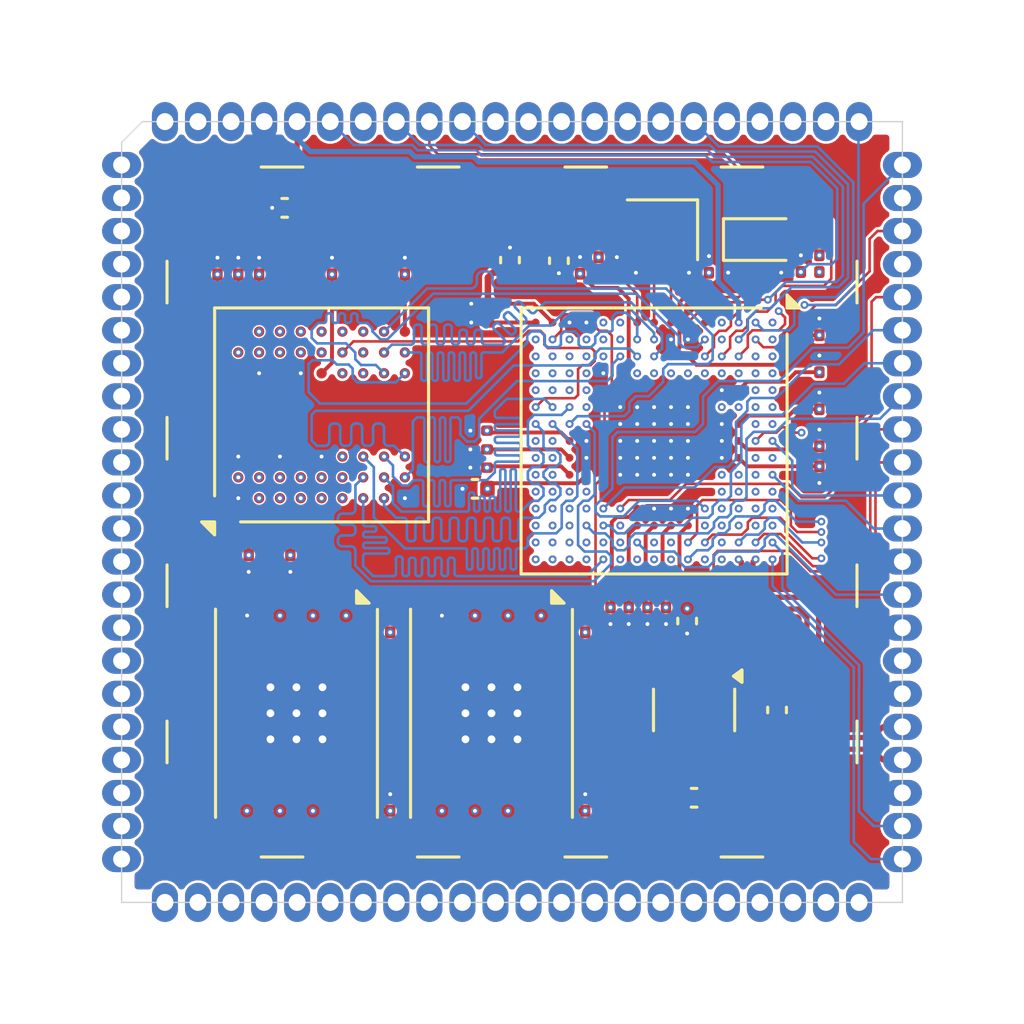
<source format=kicad_pcb>
(kicad_pcb (version 20240108) (generator "pcbnew") (generator_version "8.0")
  (layers (0 "F.Cu" signal) (1 "In1.Cu" signal) (2 "In2.Cu" signal) (3 "In3.Cu" signal) (4 "In4.Cu" signal) (5 "In5.Cu" signal) (6 "In6.Cu" signal) (31 "B.Cu" signal) (34 "B.Paste" user) (35 "F.Paste" user) (36 "B.SilkS" user "B.Silkscreen") (37 "F.SilkS" user "F.Silkscreen") (38 "B.Mask" user) (39 "F.Mask" user) (44 "Edge.Cuts" user))
  (net 0 "")
  (net 1 "Net-(C1-Pad1)")
  (net 2 "GND")
  (net 3 "/MCU/RSTn")
  (net 4 "Net-(U1-PH0)")
  (net 5 "Net-(U1-PH1)")
  (net 6 "Net-(U1-PC14)")
  (net 7 "Net-(U1-PC15)")
  (net 8 "+3V3")
  (net 9 "Net-(U1-PDR_ON)")
  (net 10 "/MCU/BOOT0")
  (net 11 "unconnected-(U1-PC1-PadM3)")
  (net 12 "unconnected-(U1-PE2-PadA2)")
  (net 13 "/Castellated_holes/LTDC_G5")
  (net 14 "/Castellated_holes/LTDC_G7")
  (net 15 "unconnected-(U1-PA6-PadP3)")
  (net 16 "unconnected-(U1-PC8-PadG14)")
  (net 17 "/Castellated_holes/LTDC_B1")
  (net 18 "unconnected-(U1-PD13-PadM15)")
  (net 19 "unconnected-(U1-PI11-PadE4)")
  (net 20 "unconnected-(U1-PC12-PadA12)")
  (net 21 "/Castellated_holes/LTDC_R4")
  (net 22 "unconnected-(U1-PH6-PadM11)")
  (net 23 "/Castellated_holes/LTDC_R0")
  (net 24 "/Castellated_holes/LTDC_B4")
  (net 25 "/Castellated_holes/LTDC_G1")
  (net 26 "unconnected-(U1-PA1-PadN2)")
  (net 27 "/Castellated_holes/LTDC_R3")
  (net 28 "unconnected-(U1-PB12-PadP12)")
  (net 29 "unconnected-(U1-PD7-PadA11)")
  (net 30 "unconnected-(U1-PB0-PadR5)")
  (net 31 "unconnected-(U1-PD5-PadC11)")
  (net 32 "/Castellated_holes/LTDC_G0")
  (net 33 "unconnected-(U1-PB5-PadA6)")
  (net 34 "unconnected-(U1-PC7-PadG15)")
  (net 35 "unconnected-(U1-PA10-PadD15)")
  (net 36 "/Castellated_holes/LTDC_R2")
  (net 37 "/Castellated_holes/LTDC_CLK")
  (net 38 "/Castellated_holes/LTDC_VSYNC")
  (net 39 "/Castellated_holes/LTDC_B2")
  (net 40 "/Castellated_holes/LTDC_G4")
  (net 41 "unconnected-(U1-PB11-PadR13)")
  (net 42 "/Castellated_holes/LTDC_R1")
  (net 43 "unconnected-(U1-PA15-PadA13)")
  (net 44 "/Castellated_holes/LTDC_R5")
  (net 45 "/Castellated_holes/LTDC_G2")
  (net 46 "unconnected-(U1-PA0-PadN3)")
  (net 47 "/Castellated_holes/LTDC_R7")
  (net 48 "unconnected-(U1-PH8-PadM12)")
  (net 49 "unconnected-(U1-PH4-PadH4)")
  (net 50 "unconnected-(U1-PA7-PadR3)")
  (net 51 "/Castellated_holes/LTDC_B6")
  (net 52 "VBAT")
  (net 53 "unconnected-(U1-PA4-PadN4)")
  (net 54 "unconnected-(U1-PD2-PadD12)")
  (net 55 "unconnected-(U1-PA3-PadR2)")
  (net 56 "/Castellated_holes/LTDC_G6")
  (net 57 "unconnected-(U1-PC13-PadD1)")
  (net 58 "/Castellated_holes/LTDC_R6")
  (net 59 "unconnected-(U1-PC6-PadH15)")
  (net 60 "/Castellated_holes/LTDC_B7")
  (net 61 "unconnected-(U1-PB13-PadP13)")
  (net 62 "/Castellated_holes/LTDC_HSYNC")
  (net 63 "unconnected-(U1-PG3-PadK15)")
  (net 64 "unconnected-(U1-PD4-PadD10)")
  (net 65 "unconnected-(U1-PI8-PadD2)")
  (net 66 "/Castellated_holes/LTDC_B3")
  (net 67 "/Castellated_holes/LTDC_B0")
  (net 68 "/Castellated_holes/LTDC_DE")
  (net 69 "unconnected-(U1-PD11-PadN14)")
  (net 70 "unconnected-(U1-PD3-PadD11)")
  (net 71 "unconnected-(U1-PC0-PadM2)")
  (net 72 "unconnected-(U1-PC4-PadN5)")
  (net 73 "unconnected-(U1-PD12-PadN13)")
  (net 74 "/Castellated_holes/LTDC_G3")
  (net 75 "unconnected-(U1-PB10-PadR12)")
  (net 76 "/Castellated_holes/LTDC_B5")
  (net 77 "unconnected-(U1-PB7-PadB5)")
  (net 78 "unconnected-(U1-PH14-PadE13)")
  (net 79 "unconnected-(U1-PA5-PadP4)")
  (net 80 "unconnected-(U1-PC5-PadP5)")
  (net 81 "unconnected-(U1-PE3-PadA1)")
  (net 82 "unconnected-(U1-PB1-PadR4)")
  (net 83 "unconnected-(U1-PH7-PadN12)")
  (net 84 "/MCU/SDRAM_A12")
  (net 85 "/MCU/SDRAM_A8")
  (net 86 "/MCU/SDRAM_DQ13")
  (net 87 "/MCU/SDRAM_CKE")
  (net 88 "/MCU/SDRAM_DQ6")
  (net 89 "/MCU/SDRAM_A5")
  (net 90 "/MCU/SDRAM_DQ0")
  (net 91 "/MCU/SDRAM_DQMH")
  (net 92 "/MCU/SDRAM_DQ14")
  (net 93 "/MCU/SDRAM_A7")
  (net 94 "/MCU/SDRAM_A2")
  (net 95 "/MCU/SDRAM_DQ12")
  (net 96 "/MCU/SDRAM_A6")
  (net 97 "/MCU/SDRAM_A9")
  (net 98 "/MCU/~{SDRAM_RAS}")
  (net 99 "/MCU/SDRAM_DQ7")
  (net 100 "/MCU/SDRAM_A1")
  (net 101 "/MCU/SDRAM_DQ3")
  (net 102 "/MCU/~{SDRAM_CAS}")
  (net 103 "/MCU/SDRAM_DQ15")
  (net 104 "/MCU/SDRAM_A11")
  (net 105 "/MCU/SDRAM_DQ5")
  (net 106 "/MCU/SDRAM_A10")
  (net 107 "/MCU/SDRAM_A0")
  (net 108 "/MCU/~{SDRAM_WE}")
  (net 109 "/MCU/SDRAM_DQML")
  (net 110 "/MCU/SDRAM_DQ4")
  (net 111 "/MCU/SDRAM_DQ9")
  (net 112 "/MCU/SDRAM_DQ8")
  (net 113 "/MCU/SDRAM_DQ10")
  (net 114 "/MCU/SDRAM_BA1")
  (net 115 "/MCU/SDRAM_A4")
  (net 116 "/MCU/SDRAM_DQ1")
  (net 117 "/MCU/SDRAM_CLK")
  (net 118 "/MCU/SDRAM_A3")
  (net 119 "/MCU/SDRAM_DQ2")
  (net 120 "/MCU/SDRAM_BA0")
  (net 121 "/MCU/~{SDRAM_CS}")
  (net 122 "unconnected-(U2-NC-PadE2)")
  (net 123 "/MCU/SDRAM_DQ11")
  (net 124 "/Castellated_holes/USB_DN")
  (net 125 "/Castellated_holes/USB_DP")
  (net 126 "VIN")
  (net 128 "VDDA")
  (net 129 "/MCU/~{FLASH_BK1_CS}")
  (net 130 "/MCU/~{FLASH_BK2_CS}")
  (net 131 "/MCU/FLASH_BK1_IO1")
  (net 132 "/MCU/FLASH_BK1_IO0")
  (net 133 "/MCU/FLASH_BK2_IO1")
  (net 134 "/MCU/FLASH_BK1_IO2")
  (net 135 "/MCU/FLASH_CLK")
  (net 136 "/MCU/FLASH_BK1_IO3")
  (net 137 "/MCU/FLASH_BK2_IO3")
  (net 138 "/MCU/FLASH_BK2_IO2")
  (net 139 "/MCU/FLASH_BK2_IO0")
  (net 187 "/Castellated_holes/SWCLK")
  (net 188 "/Castellated_holes/SWO")
  (net 189 "/Castellated_holes/SWDIO")
  (net 190 "/Castellated_holes/USB_VBUS_DET")
  (net 191 "/Castellated_holes/SDMMC_CLK")
  (net 192 "/Castellated_holes/SDMMC_IO0")
  (net 193 "/Castellated_holes/SDMMC_IO3")
  (net 194 "/Castellated_holes/SDMMC_IO1")
  (net 195 "/Castellated_holes/SDMMC_IO2")
  (net 196 "unconnected-(U1-PI3-PadC13)")
  (net 197 "unconnected-(U1-PB8-PadA5)")
  (net 198 "unconnected-(U1-PB9-PadB4)")
  (footprint "Capacitor_SMD:C_0201_0603Metric" (layer "F.Cu") (at 143.1244 109.2346 90)
    (property "Reference" "C38" (hide yes))
    (property "Value" "100n")
  )
  (footprint "Capacitor_SMD:C_0201_0603Metric" (layer "F.Cu") (at 131.7944 100.0506 90)
    (property "Reference" "C29" (hide yes))
    (property "Value" "100n")
  )
  (footprint "Capacitor_SMD:C_0201_0603Metric" (layer "F.Cu") (at 139.065 90.0684)
    (property "Reference" "C9" (hide yes))
    (property "Value" "100n")
  )
  (footprint "Capacitor_SMD:C_0201_0603Metric" (layer "F.Cu") (at 129.794 88.6206 -90)
    (property "Reference" "C33" (hide yes))
    (property "Value" "100n")
  )
  (footprint "Package_SON:WSON-8-1EP_8x6mm_P1.27mm_EP3.4x4.3mm" (layer "F.Cu") (at 139.5222 105.8046 -90)
    (property "Reference" "U5" (hide yes))
    (property "Value" "W25Q32JVZP")
  )
  (footprint "Capacitor_SMD:C_0402_1005Metric" (layer "F.Cu") (at 138.8872 97.1804 180)
    (property "Reference" "C1" (hide yes))
    (property "Value" "2u2")
  )
  (footprint "Capacitor_SMD:C_0402_1005Metric" (layer "F.Cu") (at 142.113 88.4174 -90)
    (property "Reference" "C40" (hide yes))
    (property "Value" "1u")
  )
  (footprint "Capacitor_SMD:C_0201_0603Metric" (layer "F.Cu") (at 145.5166 102.0572 90)
    (property "Reference" "C22" (hide yes))
    (property "Value" "100n")
  )
  (footprint "Resistor_SMD:R_0201_0603Metric" (layer "F.Cu") (at 135.6314 102.3746 90)
    (property "Reference" "R4" (hide yes))
    (property "Value" "10K")
  )
  (footprint "Capacitor_SMD:C_0201_0603Metric" (layer "F.Cu") (at 135.5344 86.868 -90)
    (property "Reference" "C15" (hide yes))
    (property "Value" "100n")
  )
  (footprint "Capacitor_SMD:C_0201_0603Metric" (layer "F.Cu") (at 139.0304 95.6662)
    (property "Reference" "C13" (hide yes))
    (property "Value" "100n")
  )
  (footprint "Resistor_SMD:R_0201_0603Metric" (layer "F.Cu") (at 151.4094 88.5296 -90)
    (property "Reference" "R3" (hide yes))
    (property "Value" "10K")
  )
  (footprint "Capacitor_SMD:C_0201_0603Metric" (layer "F.Cu") (at 139.0304 96.3676)
    (property "Reference" "C11" (hide yes))
    (property "Value" "100n")
  )
  (footprint "Capacitor_SMD:C_0201_0603Metric" (layer "F.Cu") (at 130.1944 100.0506 90)
    (property "Reference" "C26" (hide yes))
    (property "Value" "100n")
  )
  (footprint "Package_BGA:UFBGA-201_10x10mm_Layout15x15_P0.65mm" (layer "F.Cu") (at 145.7706 95.3412 -90)
    (property "Reference" "U1" (hide yes))
    (property "Value" "STM32H743IIKx")
  )
  (footprint "Capacitor_SMD:C_0201_0603Metric" (layer "F.Cu") (at 146.7916 88.8792)
    (property "Reference" "C4" (hide yes))
    (property "Value" "22p")
  )
  (footprint "Capacitor_SMD:C_0201_0603Metric" (layer "F.Cu") (at 152.1206 95.2246 -90)
    (property "Reference" "C25" (hide yes))
    (property "Value" "100n")
  )
  (footprint "Capacitor_SMD:C_0402_1005Metric" (layer "F.Cu") (at 147.30675 109.0515 180)
    (property "Reference" "C36" (hide yes))
    (property "Value" "1u")
  )
  (footprint "Capacitor_SMD:C_0402_1005Metric" (layer "F.Cu") (at 147.0406 102.2604 -90)
    (property "Reference" "C2" (hide yes))
    (property "Value" "2u2")
  )
  (footprint "Capacitor_SMD:C_0201_0603Metric" (layer "F.Cu") (at 150.3354 88.8734)
    (property "Reference" "C6" (hide yes))
    (property "Value" "22p")
  )
  (footprint "Capacitor_SMD:C_0201_0603Metric" (layer "F.Cu") (at 128.994 88.6206 -90)
    (property "Reference" "C32" (hide yes))
    (property "Value" "100n")
  )
  (footprint "Package_SON:WSON-8-1EP_8x6mm_P1.27mm_EP3.4x4.3mm" (layer "F.Cu") (at 132.0292 105.8046 -90)
    (property "Reference" "U3" (hide yes))
    (property "Value" "W25Q32JVZP")
  )
  (footprint "castellated_holes_header:castellated_01x22_P1.27mm" (layer "F.Cu") (at 125.3108 84.7368)
    (property "Reference" "J8" (hide yes))
    (property "Value" "Conn_01x22")
  )
  (footprint "RF_Shielding:Laird_Technologies_BMI-S-103_26.21x26.21mm" (layer "F.Cu") (at 140.3108 98.0718 -90)
    (property "Reference" "J1" (hide yes))
    (property "Value" "RFShield_OnePiece")
  )
  (footprint "Package_BGA:Alliance_TFBGA-54_8x8mm_Layout9x9_P0.8mm" (layer "F.Cu") (at 132.9944 94.3412 90)
    (property "Reference" "U2" (hide yes))
    (property "Value" "IS42S16160J-6BLI")
  )
  (footprint "Resistor_SMD:R_0201_0603Metric" (layer "F.Cu") (at 143.1244 102.3746 90)
    (property "Reference" "R5" (hide yes))
    (property "Value" "10K")
  )
  (footprint "Capacitor_SMD:C_0201_0603Metric" (layer "F.Cu") (at 135.6314 109.2346 90)
    (property "Reference" "C31" (hide yes))
    (property "Value" "100n")
  )
  (footprint "Capacitor_SMD:C_0201_0603Metric" (layer "F.Cu") (at 130.594 88.6206 -90)
    (property "Reference" "C27" (hide yes))
    (property "Value" "100n")
  )
  (footprint "Capacitor_SMD:C_0201_0603Metric" (layer "F.Cu") (at 152.1206 93.8022 -90)
    (property "Reference" "C14" (hide yes))
    (property "Value" "100n")
  )
  (footprint "castellated_holes_header:castellated_01x22_P1.27mm" (layer "F.Cu") (at 155.3108 111.4068 180)
    (property "Reference" "J5" (hide yes))
    (property "Value" "Conn_01x22")
  )
  (footprint "Crystal:Crystal_SMD_2012-2Pin_2.0x1.2mm" (layer "F.Cu") (at 149.6354 87.6034)
    (property "Reference" "Y2" (hide yes))
    (property "Value" "32.768KHz")
  )
  (footprint "castellated_holes_header:castellated_01x22_P1.27mm" (layer "F.Cu") (at 126.9758 113.0718 90)
    (property "Reference" "J9" (hide yes))
    (property "Value" "Conn_01x22")
  )
  (footprint "Package_TO_SOT_SMD:SOT-23-5" (layer "F.Cu") (at 147.30675 105.6788 -90)
    (property "Reference" "U4" (hide yes))
    (property "Value" "AP2112K-3.3")
  )
  (footprint "Capacitor_SMD:C_0201_0603Metric" (layer "F.Cu") (at 133.3944 88.6206 -90)
    (property "Reference" "C30" (hide yes))
    (property "Value" "100n")
  )
  (footprint "Capacitor_SMD:C_0201_0603Metric" (layer "F.Cu") (at 148.9354 88.8734 180)
    (property "Reference" "C7" (hide yes))
    (property "Value" "22p")
  )
  (footprint "Capacitor_SMD:C_0402_1005Metric" (layer "F.Cu") (at 150.495 105.6788 -90)
    (property "Reference" "C34" (hide yes))
    (property "Value" "2u2")
  )
  (footprint "Capacitor_SMD:C_0201_0603Metric" (layer "F.Cu") (at 152.1206 90.9574 -90)
    (property "Reference" "C16" (hide yes))
    (property "Value" "100n")
  )
  (footprint "Resistor_SMD:R_0201_0603Metric" (layer "F.Cu") (at 152.1206 88.5296 -90)
    (property "Reference" "R1" (hide yes))
    (property "Value" "10K")
  )
  (footprint "Capacitor_SMD:C_0201_0603Metric" (layer "F.Cu") (at 145.3916 88.8792 180)
    (property "Reference" "C5" (hide yes))
    (property "Value" "22p")
  )
  (footprint "Capacitor_SMD:C_0201_0603Metric" (layer "F.Cu") (at 144.7956 102.0572 90)
    (property "Reference" "C18" (hide yes))
    (property "Value" "100n")
  )
  (footprint "Capacitor_SMD:C_0201_0603Metric" (layer "F.Cu") (at 142.9258 88.5952 -90)
    (property "Reference" "C20" (hide yes))
    (property "Value" "100n")
  )
  (footprint "Capacitor_SMD:C_0201_0603Metric" (layer "F.Cu") (at 136.1944 88.6206 -90)
    (property "Reference" "C28" (hide yes))
    (property "Value" "100n")
  )
  (footprint "Capacitor_SMD:C_0402_1005Metric" (layer "F.Cu") (at 131.5758 86.3854 180)
    (property "Reference" "C10" (hide yes))
    (property "Value" "10u")
  )
  (footprint "Capacitor_SMD:C_0201_0603Metric" (layer "F.Cu") (at 139.0304 94.9452)
    (property "Reference" "C12" (hide yes))
    (property "Value" "100n")
  )
  (footprint "Crystal:Crystal_SMD_2016-4Pin_2.0x1.6mm" (layer "F.Cu") (at 146.0916 87.2282 180)
    (property "Reference" "Y1" (hide yes))
    (property "Value" "25MHz")
  )
  (footprint "Capacitor_SMD:C_0201_0603Metric" (layer "F.Cu") (at 144.0942 102.0572 90)
    (property "Reference" "C17" (hide yes))
    (property "Value" "100n")
  )
  (footprint "Capacitor_SMD:C_0201_0603Metric" (layer "F.Cu") (at 152.1206 96.6362 90)
    (property "Reference" "C24" (hide yes))
    (property "Value" "100n")
  )
  (footprint "Capacitor_SMD:C_0402_1005Metric" (layer "F.Cu") (at 140.2334 88.392 90)
    (property "Reference" "C8" (hide yes))
    (property "Value" "1u")
  )
  (footprint "Capacitor_SMD:C_0201_0603Metric" (layer "F.Cu") (at 144.339 88.5998 -90)
    (property "Reference" "C3" (hide yes))
    (property "Value" "100n")
  )
  (footprint "Capacitor_SMD:C_0201_0603Metric" (layer "F.Cu") (at 139.065 90.7912)
    (property "Reference" "C39" (hide yes))
    (property "Value" "100n")
  )
  (footprint "Capacitor_SMD:C_0201_0603Metric" (layer "F.Cu") (at 146.2278 102.0572 90)
    (property "Reference" "C23" (hide yes))
    (property "Value" "100n")
  )
  (footprint "castellated_holes_header:castellated_01x22_P1.27mm" (layer "F.Cu") (at 126.9758 83.0718 90)
    (property "Reference" "J7" (hide yes))
    (property "Value" "Conn_01x22")
  )
  (footprint "Inductor_SMD:L_0402_1005Metric" (layer "F.Cu") (at 141.1732 88.392 -90)
    (property "Reference" "L1" (hide yes))
    (property "Value" "L_Small")
  )
  (footprint "Resistor_SMD:R_0201_0603Metric" (layer "F.Cu") (at 143.637 88.5998 -90)
    (property "Reference" "R2" (hide yes))
    (property "Value" "10K")
  )
  (footprint "Capacitor_SMD:C_0201_0603Metric" (layer "F.Cu") (at 147.30675 108.1371 180)
    (property "Reference" "C37" (hide yes))
    (property "Value" "100n")
  )
  (footprint "Capacitor_SMD:C_0201_0603Metric" (layer "F.Cu") (at 149.5298 105.6788 -90)
    (property "Reference" "C35" (hide yes))
    (property "Value" "100n")
  )
  (footprint "Capacitor_SMD:C_0201_0603Metric" (layer "F.Cu") (at 152.1206 92.3798 -90)
    (property "Reference" "C19" (hide yes))
    (property "Value" "100n")
  )
  (footprint "Capacitor_SMD:C_0201_0603Metric" (layer "F.Cu") (at 147.8788 88.5592 -90)
    (property "Reference" "C21" (hide yes))
    (property "Value" "100n")
  )
  (gr_line (start 125.3108 83.8718) (end 126.1108 83.0718) (stroke (width 0.05)) (layer "Edge.Cuts"))
  (gr_line (start 126.1108 83.0718) (end 155.3108 83.0718) (stroke (width 0.05)) (layer "Edge.Cuts"))
  (gr_line (start 125.3108 113.0718) (end 155.3108 113.0718) (stroke (width 0.05)) (layer "Edge.Cuts"))
  (gr_line (start 155.3108 83.0718) (end 155.3108 113.0718) (stroke (width 0.05)) (layer "Edge.Cuts"))
  (gr_line (start 125.3108 83.8718) (end 125.3108 113.0718) (stroke (width 0.05)) (layer "Edge.Cuts"))
  (segment (start 139.5814 96.9662) (end 142.8456 96.9662) (width 0.15) (layer "F.Cu") (net 1))
  (segment (start 146.7456 98.9162) (end 147.0706 98.5912) (width 0.15) (layer "F.Cu") (net 1))
  (segment (start 146.7456 101.4854) (end 146.7456 98.9162) (width 0.15) (layer "F.Cu") (net 1))
  (segment (start 139.3672 97.1804) (end 139.5814 96.9662) (width 0.15) (layer "F.Cu") (net 1))
  (segment (start 147.0406 101.7804) (end 146.7456 101.4854) (width 0.15) (layer "F.Cu") (net 1))
  (segment (start 142.8456 96.9662) (end 143.1706 96.6412) (width 0.15) (layer "F.Cu") (net 1))
  (via (at 147.0406 101.7804) (size 0.3) (drill 0.15) (layers "F.Cu" "B.Cu") (net 1))
  (via (at 139.3672 97.1804) (size 0.3) (drill 0.15) (layers "F.Cu" "B.Cu") (net 1))
  (segment (start 139.5222 105.7148) (end 139.573 105.664) (width 0.1) (layer "F.Cu") (net 2))
  (segment (start 130.1242 102.0546) (end 130.1268 102.0546) (width 0.1) (layer "F.Cu") (net 2))
  (segment (start 130.1268 102.0546) (end 130.133133 102.048267) (width 0.1) (layer "F.Cu") (net 2))
  (segment (start 139.5222 105.8046) (end 139.5222 105.7148) (width 0.1) (layer "F.Cu") (net 2))
  (via (at 146.4206 95.9912) (size 0.3) (drill 0.15) (layers "F.Cu" "B.Cu") (net 2))
  (via (at 128.994 88.3006) (size 0.3) (drill 0.15) (layers "F.Cu" "B.Cu") (net 2))
  (via (at 145.1206 95.9912) (size 0.3) (drill 0.15) (layers "F.Cu" "B.Cu") (net 2))
  (via (at 152.1206 96.9562) (size 0.3) (drill 0.15) (layers "F.Cu" "B.Cu") (net 2))
  (via (at 144.4706 95.3412) (size 0.3) (drill 0.15) (layers "F.Cu" "B.Cu") (net 2))
  (via (at 145.1206 94.0412) (size 0.3) (drill 0.15) (layers "F.Cu" "B.Cu") (net 2))
  (via (at 147.8788 88.2392) (size 0.3) (drill 0.15) (layers "F.Cu" "B.Cu") (net 2))
  (via (at 138.7104 95.6662) (size 0.3) (drill 0.15) (layers "F.Cu" "B.Cu") (net 2))
  (via (at 145.7706 94.6912) (size 0.3) (drill 0.15) (layers "F.Cu" "B.Cu") (net 2))
  (via (at 143.1706 90.7912) (size 0.3) (drill 0.15) (layers "F.Cu" "B.Cu") (net 2))
  (via (at 139.5222 106.8046) (size 0.6) (drill 0.3) (layers "F.Cu" "B.Cu") (net 2))
  (via (at 146.4206 97.9412) (size 0.3) (drill 0.15) (layers "F.Cu" "B.Cu") (net 2))
  (via (at 131.0958 86.3854) (size 0.3) (drill 0.15) (layers "F.Cu" "B.Cu") (net 2))
  (via (at 147.0706 96.6412) (size 0.3) (drill 0.15) (layers "F.Cu" "B.Cu") (net 2))
  (via (at 146.4206 96.6412) (size 0.3) (drill 0.15) (layers "F.Cu" "B.Cu") (net 2))
  (via (at 146.4206 95.3412) (size 0.3) (drill 0.15) (layers "F.Cu" "B.Cu") (net 2))
  (via (at 146.2278 102.3772) (size 0.3) (drill 0.15) (layers "F.Cu" "B.Cu") (net 2))
  (via (at 140.5222 105.8046) (size 0.6) (drill 0.3) (layers "F.Cu" "B.Cu") (net 2))
  (via (at 147.0706 91.4412) (size 0.3) (drill 0.15) (layers "F.Cu" "B.Cu") (net 2))
  (via (at 148.3706 94.6912) (size 0.3) (drill 0.15) (layers "F.Cu" "B.Cu") (net 2))
  (via (at 145.7706 95.3412) (size 0.3) (drill 0.15) (layers "F.Cu" "B.Cu") (net 2))
  (via (at 143.1706 95.9912) (size 0.3) (drill 0.15) (layers "F.Cu" "B.Cu") (net 2))
  (via (at 144.4706 95.9912) (size 0.3) (drill 0.15) (layers "F.Cu" "B.Cu") (net 2))
  (via (at 145.5166 102.3772) (size 0.3) (drill 0.15) (layers "F.Cu" "B.Cu") (net 2))
  (via (at 129.794 88.3006) (size 0.3) (drill 0.15) (layers "F.Cu" "B.Cu") (net 2))
  (via (at 143.1706 95.3412) (size 0.3) (drill 0.15) (layers "F.Cu" "B.Cu") (net 2))
  (via (at 138.5222 104.8046) (size 0.6) (drill 0.3) (layers "F.Cu" "B.Cu") (net 2))
  (via (at 132.0292 106.8046) (size 0.6) (drill 0.3) (layers "F.Cu" "B.Cu") (net 2))
  (via (at 129.7944 97.5412) (size 0.3) (drill 0.15) (layers "F.Cu" "B.Cu") (net 2))
  (via (at 131.0292 106.8046) (size 0.6) (drill 0.3) (layers "F.Cu" "B.Cu") (net 2))
  (via (at 132.0292 104.8046) (size 0.6) (drill 0.3) (layers "F.Cu" "B.Cu") (net 2))
  (via (at 147.1116 88.8792) (size 0.3) (drill 0.15) (layers "F.Cu" "B.Cu") (net 2))
  (via (at 144.4706 94.6912) (size 0.3) (drill 0.15) (layers "F.Cu" "B.Cu") (net 2))
  (via (at 138.7104 96.3676) (size 0.3) (drill 0.15) (layers "F.Cu" "B.Cu") (net 2))
  (via (at 140.2334 87.912) (size 0.3) (drill 0.15) (layers "F.Cu" "B.Cu") (net 2))
  (via (at 129.7944 95.9412) (size 0.3) (drill 0.15) (layers "F.Cu" "B.Cu") (net 2))
  (via (at 133.0292 105.8046) (size 0.6) (drill 0.3) (layers "F.Cu" "B.Cu") (net 2))
  (via (at 138.7104 94.9452) (size 0.3) (drill 0.15) (layers "F.Cu" "B.Cu") (net 2))
  (via (at 147.0706 94.6912) (size 0.3) (drill 0.15) (layers "F.Cu" "B.Cu") (net 2))
  (via (at 144.4706 94.0412) (size 0.3) (drill 0.15) (layers "F.Cu" "B.Cu") (net 2))
  (via (at 132.0292 105.8046) (size 0.6) (drill 0.3) (layers "F.Cu" "B.Cu") (net 2))
  (via (at 132.9944 95.9412) (size 0.3) (drill 0.15) (layers "F.Cu" "B.Cu") (net 2))
  (via (at 147.0706 94.0412) (size 0.3) (drill 0.15) (layers "F.Cu" "B.Cu") (net 2))
  (via (at 152.1206 90.6374) (size 0.3) (drill 0.15) (layers "F.Cu" "B.Cu") (net 2))
  (via (at 148.6154 88.8734) (size 0.3) (drill 0.15) (layers "F.Cu" "B.Cu") (net 2))
  (via (at 145.1206 96.6412) (size 0.3) (drill 0.15) (layers "F.Cu" "B.Cu") (net 2))
  (via (at 152.1206 94.9046) (size 0.3) (drill 0.15) (layers "F.Cu" "B.Cu") (net 2))
  (via (at 145.7706 97.9412) (size 0.3) (drill 0.15) (layers "F.Cu" "B.Cu") (net 2))
  (via (at 142.5206 90.7912) (size 0.3) (drill 0.15) (layers "F.Cu" "B.Cu") (net 2))
  (via (at 145.7706 96.6412) (size 0.3) (drill 0.15) (layers "F.Cu" "B.Cu") (net 2))
  (via (at 138.5222 105.8046) (size 0.6) (drill 0.3) (layers "F.Cu" "B.Cu") (net 2))
  (via (at 130.133133 102.048267) (size 0.3) (drill 0.15) (layers "F.Cu" "B.Cu") (net 2))
  (via (at 148.3706 95.9912) (size 0.3) (drill 0.15) (layers "F.Cu" "B.Cu") (net 2))
  (via (at 131.0292 104.8046) (size 0.6) (drill 0.3) (layers "F.Cu" "B.Cu") (net 2))
  (via (at 146.4206 94.6912) (size 0.3) (drill 0.15) (layers "F.Cu" "B.Cu") (net 2))
  (via (at 142.9258 88.2752) (size 0.3) (drill 0.15) (layers "F.Cu" "B.Cu") (net 2))
  (via (at 136.1944 88.3006) (size 0.3) (drill 0.15) (layers "F.Cu" "B.Cu") (net 2))
  (via (at 148.3706 95.3412) (size 0.3) (drill 0.15) (layers "F.Cu" "B.Cu") (net 2))
  (via (at 138.745 90.7912) (size 0.3) (drill 0.15) (layers "F.Cu" "B.Cu") (net 2))
  (via (at 140.5222 104.8046) (size 0.6) (drill 0.3) (layers "F.Cu" "B.Cu") (net 2))
  (via (at 143.8206 92.7412) (size 0.3) (drill 0.15) (layers "F.Cu" "B.Cu") (net 2))
  (via (at 147.0406 102.7404) (size 0.3) (drill 0.15) (layers "F.Cu" "B.Cu") (net 2))
  (via (at 144.4706 96.6412) (size 0.3) (drill 0.15) (layers "F.Cu" "B.Cu") (net 2))
  (via (at 138.4072 97.1804) (size 0.3) (drill 0.15) (layers "F.Cu" "B.Cu") (net 2))
  (via (at 145.7706 94.0412) (size 0.3) (drill 0.15) (layers "F.Cu" "B.Cu") (net 2))
  (via (at 152.1206 92.0598) (size 0.3) (drill 0.15) (layers "F.Cu" "B.Cu") (net 2))
  (via (at 145.1206 95.3412) (size 0.3) (drill 0.15) (layers "F.Cu" "B.Cu") (net 2))
  (via (at 133.0292 104.8046) (size 0.6) (drill 0.3) (layers "F.Cu" "B.Cu") (net 2))
  (via (at 135.6314 108.9146) (size 0.3) (drill 0.15) (layers "F.Cu" "B.Cu") (net 2))
  (via (at 143.1244 108.9146) (size 0.3) (drill 0.15) (layers "F.Cu" "B.Cu") (net 2))
  (via (at 133.3944 88.3006) (size 0.3) (drill 0.15) (layers "F.Cu" "B.Cu") (net 2))
  (via (at 139.5222 104.8046) (size 0.6) (drill 0.3) (layers "F.Cu" "B.Cu") (net 2))
  (via (at 144.0942 102.3772) (size 0.3) (drill 0.15) (layers "F.Cu" "B.Cu") (net 2))
  (via (at 142.113 88.8974) (size 0.3) (drill 0.15) (layers "F.Cu" "B.Cu") (net 2))
  (via (at 132.1944 92.7412) (size 0.3) (drill 0.15) (layers "F.Cu" "B.Cu") (net 2))
  (via (at 145.1206 94.6912) (size 0.3) (drill 0.15) (layers "F.Cu" "B.Cu") (net 2))
  (via (at 147.0706 95.9912) (size 0.3) (drill 0.15) (layers "F.Cu" "B.Cu") (net 2))
  (via (at 145.7706 95.9912) (size 0.3) (drill 0.15) (layers "F.Cu" "B.Cu") (net 2))
  (via (at 138.745 90.0684) (size 0.3) (drill 0.15) (layers "F.Cu" "B.Cu") (net 2))
  (via (at 136.1944 97.5412) (size 0.3) (drill 0.15) (layers "F.Cu" "B.Cu") (net 2))
  (via (at 130.1944 100.3706) (size 0.3) (drill 0.15) (layers "F.Cu" "B.Cu") (net 2))
  (via (at 144.7956 102.3772) (size 0.3) (drill 0.15) (layers "F.Cu" "B.Cu") (net 2))
  (via (at 130.594 88.3006) (size 0.3) (drill 0.15) (layers "F.Cu" "B.Cu") (net 2))
  (via (at 146.4206 94.0412) (size 0.3) (drill 0.15) (layers "F.Cu" "B.Cu") (net 2))
  (via (at 131.3944 95.9412) (size 0.3) (drill 0.15) (layers "F.Cu" "B.Cu") (net 2))
  (via (at 148.3706 93.3912) (size 0.3) (drill 0.15) (layers "F.Cu" "B.Cu") (net 2))
  (via (at 145.0716 88.8792) (size 0.3) (drill 0.15) (layers "F.Cu" "B.Cu") (net 2))
  (via (at 131.7944 100.3706) (size 0.3) (drill 0.15) (layers "F.Cu" "B.Cu") (net 2))
  (via (at 150.6554 88.8734) (size 0.3) (drill 0.15) (layers "F.Cu" "B.Cu") (net 2))
  (via (at 152.1206 93.4822) (size 0.3) (drill 0.15) (layers "F.Cu" "B.Cu") (net 2))
  (via (at 140.5222 106.8046) (size 0.6) (drill 0.3) (layers "F.Cu" "B.Cu") (net 2))
  (via (at 146.4206 91.4412) (size 0.3) (drill 0.15) (layers "F.Cu" "B.Cu") (net 2))
  (via (at 151.4094 88.2096) (size 0.3) (drill 0.15) (layers "F.Cu" "B.Cu") (net 2))
  (via (at 137.6172 102.0546) (size 0.3) (drill 0.15) (layers "F.Cu" "B.Cu") (net 2))
  (via (at 131.0292 105.8046) (size 0.6) (drill 0.3) (layers "F.Cu" "B.Cu") (net 2))
  (via (at 147.0706 95.3412) (size 0.3) (drill 0.15) (layers "F.Cu" "B.Cu") (net 2))
  (via (at 138.5222 106.8046) (size 0.6) (drill 0.3) (layers "F.Cu" "B.Cu") (net 2))
  (via (at 133.0292 106.8046) (size 0.6) (drill 0.3) (layers "F.Cu" "B.Cu") (net 2))
  (via (at 144.339 88.2798) (size 0.3) (drill 0.15) (layers "F.Cu" "B.Cu") (net 2))
  (via (at 139.5222 105.8046) (size 0.6) (drill 0.3) (layers "F.Cu" "B.Cu") (net 2))
  (via (at 147.0706 97.9412) (size 0.3) (drill 0.15) (layers "F.Cu" "B.Cu") (net 2))
  (via (at 130.5944 92.7412) (size 0.3) (drill 0.15) (layers "F.Cu" "B.Cu") (net 2))
  (segment (start 145.1206 90.7912) (end 145.1206 89.7014) (width 0.1) (layer "F.Cu") (net 3))
  (segment (start 145.1206 89.7014) (end 144.339 88.9198) (width 0.1) (layer "F.Cu") (net 3))
  (segment (start 143.637 88.9198) (end 144.339 88.9198) (width 0.1) (layer "F.Cu") (net 3))
  (segment (start 146.4206 88.9302) (end 146.4206 90.7912) (width 0.1) (layer "F.Cu") (net 4))
  (segment (start 146.1008 88.5084) (end 146.4716 88.8792) (width 0.1) (layer "F.Cu") (net 4))
  (segment (start 146.7916 86.6782) (end 146.1008 87.369) (width 0.1) (layer "F.Cu") (net 4))
  (segment (start 146.1008 87.369) (end 146.1008 88.5084) (width 0.1) (layer "F.Cu") (net 4))
  (segment (start 146.4716 88.8792) (end 146.4206 88.9302) (width 0.1) (layer "F.Cu") (net 4))
  (segment (start 145.7116 88.8792) (end 145.7706 88.9382) (width 0.1) (layer "F.Cu") (net 5))
  (segment (start 145.7706 88.9382) (end 145.7706 90.7912) (width 0.1) (layer "F.Cu") (net 5))
  (segment (start 145.7116 88.0982) (end 145.7116 88.8792) (width 0.1) (layer "F.Cu") (net 5))
  (segment (start 145.3916 87.7782) (end 145.7116 88.0982) (width 0.1) (layer "F.Cu") (net 5))
  (segment (start 150.0154 88.8734) (end 150.0154 88.1858) (width 0.1) (layer "F.Cu") (net 6))
  (segment (start 150.0154 88.1858) (end 150.3354 87.8658) (width 0.1) (layer "F.Cu") (net 6))
  (segment (start 148.4974 90.0144) (end 149.3806 90.0144) (width 0.1) (layer "F.Cu") (net 6))
  (segment (start 147.7206 90.7912) (end 148.4974 90.0144) (width 0.1) (layer "F.Cu") (net 6))
  (segment (start 150.0154 89.3796) (end 150.0154 88.8734) (width 0.1) (layer "F.Cu") (net 6))
  (segment (start 150.3354 87.8658) (end 150.3354 87.6034) (width 0.1) (layer "F.Cu") (net 6))
  (segment (start 149.3806 90.0144) (end 150.0154 89.3796) (width 0.1) (layer "F.Cu") (net 6))
  (segment (start 149.2554 88.1938) (end 148.9354 87.8738) (width 0.1) (layer "F.Cu") (net 7))
  (segment (start 149.0218 89.8144) (end 149.2554 89.5808) (width 0.1) (layer "F.Cu") (net 7))
  (segment (start 149.2554 89.5808) (end 149.2554 88.8734) (width 0.1) (layer "F.Cu") (net 7))
  (segment (start 149.2554 88.8734) (end 149.2554 88.1938) (width 0.1) (layer "F.Cu") (net 7))
  (segment (start 148.0474 89.8144) (end 149.0218 89.8144) (width 0.1) (layer "F.Cu") (net 7))
  (segment (start 148.9354 87.8738) (end 148.9354 87.6034) (width 0.1) (layer "F.Cu") (net 7))
  (segment (start 147.0706 90.7912) (end 148.0474 89.8144) (width 0.1) (layer "F.Cu") (net 7))
  (segment (start 151.191 94.1222) (end 150.947 94.3662) (width 0.15) (layer "F.Cu") (net 8))
  (segment (start 130.594 90.0302) (end 131.0194 90.4556) (width 0.15) (layer "F.Cu") (net 8))
  (segment (start 141.2036 87.9374) (end 141.1732 87.907) (width 0.25) (layer "F.Cu") (net 8))
  (segment (start 144.1456 98.45658) (end 144.33598 98.2662) (width 0.15) (layer "F.Cu") (net 8))
  (segment (start 149.3456 93.0662) (end 149.0206 93.3912) (width 0.15) (layer "F.Cu") (net 8))
  (segment (start 144.1456 101.6858) (end 144.1456 98.45658) (width 0.15) (layer "F.Cu") (net 8))
  (segment (start 142.1956 95.6662) (end 142.5206 95.9912) (width 0.15) (layer "F.Cu") (net 8))
  (segment (start 145.4456 98.9162) (end 145.7706 98.5912) (width 0.15) (layer "F.Cu") (net 8))
  (segment (start 152.1206 94.1222) (end 151.191 94.1222) (width 0.15) (layer "F.Cu") (net 8))
  (segment (start 144.3736 89.4588) (end 143.4694 89.4588) (width 0.15) (layer "F.Cu") (net 8))
  (segment (start 152.1206 95.5446) (end 151.999 95.6662) (width 0.15) (layer "F.Cu") (net 8))
  (segment (start 142.113 87.9374) (end 141.2036 87.9374) (width 0.25) (layer "F.Cu") (net 8))
  (segment (start 139.3504 96.3676) (end 139.4018 96.3162) (width 0.15) (layer "F.Cu") (net 8))
  (segment (start 150.947 94.3662) (end 149.3456 94.3662) (width 0.15) (layer "F.Cu") (net 8))
  (segment (start 133.9342 109.5546) (end 135.6314 109.5546) (width 0.25) (layer "F.Cu") (net 8))
  (segment (start 131.7944 96.3412) (end 132.1944 95.9412) (width 0.15) (layer "F.Cu") (net 8))
  (segment (start 146.0956 101.605) (end 146.0956 98.9162) (width 0.15) (layer "F.Cu") (net 8))
  (segment (start 152.1206 92.6998) (end 151.2164 92.6998) (width 0.15) (layer "F.Cu") (net 8))
  (segment (start 131.7944 99.7306) (end 131.7944 96.3412) (width 0.15) (layer "F.Cu") (net 8))
  (segment (start 144.7956 98.2662) (end 145.1206 97.9412) (width 0.15) (layer "F.Cu") (net 8))
  (segment (start 152.1206 96.3162) (end 149.3456 96.3162) (width 0.15) (layer "F.Cu") (net 8))
  (segment (start 144.7956 89.8808) (end 144.3736 89.4588) (width 0.15) (layer "F.Cu") (net 8))
  (segment (start 128.994 88.9406) (end 128.994 91.9408) (width 0.15) (layer "F.Cu") (net 8))
  (segment (start 128.994 91.9408) (end 129.7944 92.7412) (width 0.15) (layer "F.Cu") (net 8))
  (segment (start 146.0956 98.9162) (end 146.4206 98.5912) (width 0.15) (layer "F.Cu") (net 8))
  (segment (start 150.85 93.0662) (end 149.3456 93.0662) (width 0.15) (layer "F.Cu") (net 8))
  (segment (start 129.7944 88.941) (end 129.7944 91.1412) (width 0.15) (layer "F.Cu") (net 8))
  (segment (start 141.4272 109.5546) (end 143.1244 109.5546) (width 0.25) (layer "F.Cu") (net 8))
  (segment (start 142.1956 95.0162) (end 142.5206 95.3412) (width 0.15) (layer "F.Cu") (net 8))
  (segment (start 139.4214 95.0162) (end 142.1956 95.0162) (width 0.15) (layer "F.Cu") (net 8))
  (segment (start 147.3956 92.4162) (end 147.0706 92.0912) (width 0.15) (layer "F.Cu") (net 8))
  (segment (start 133.3944 88.9406) (end 133.3944 92.3412) (width 0.15) (layer "F.Cu") (net 8))
  (segment (start 149.3456 96.3162) (end 149.0206 95.9912) (width 0.15) (layer "F.Cu") (net 8))
  (segment (start 146.7456 90.0124) (end 146.7456 91.7662) (width 0.15) (layer "F.Cu") (net 8))
  (segment (start 151.999 95.6662) (end 149.3456 95.6662) (width 0.15) (layer "F.Cu") (net 8))
  (segment (start 131.0194 90.4556) (end 131.0194 92.3662) (width 0.15) (layer "F.Cu") (net 8))
  (segment (start 144.33598 98.2662) (end 144.7956 98.2662) (width 0.15) (layer "F.Cu") (net 8))
  (segment (start 142.1956 96.3162) (end 142.5206 96.6412) (width 0.15) (layer "F.Cu") (net 8))
  (segment (start 145.5166 101.7372) (end 145.4456 101.6662) (width 0.15) (layer "F.Cu") (net 8))
  (segment (start 130.594 88.9406) (end 130.594 90.0302) (width 0.15) (layer "F.Cu") (net 8))
  (segment (start 152.1206 91.2774) (end 151.59402 91.2774) (width 0.15) (layer "F.Cu") (net 8))
  (segment (start 144.0942 101.7372) (end 144.1456 101.6858) (width 0.15) (layer "F.Cu") (net 8))
  (segment (start 139.3504 95.6662) (end 142.1956 95.6662) (width 0.15) (layer "F.Cu") (net 8))
  (segment (start 143.4694 89.4588) (end 142.9258 88.9152) (width 0.15) (layer "F.Cu") (net 8))
  (segment (start 129.794 88.9406) (end 129.7944 88.941) (width 0.15) (layer "F.Cu") (net 8))
  (segment (start 150.45522 92.4162) (end 147.3956 92.4162) (width 0.15) (layer "F.Cu") (net 8))
  (segment (start 146.7456 91.7662) (end 146.4206 92.0912) (width 0.15) (layer "F.Cu") (net 8))
  (segment (start 133.3944 92.3412) (end 132.9944 92.7412) (width 0.15) (layer "F.Cu") (net 8))
  (segment (start 144.7956 92.4162) (end 144.7956 89.8808) (width 0.15) (layer "F.Cu") (net 8))
  (segment (start 136.1944 91.1412) (end 136.1944 88.9406) (width 0.15) (layer "F.Cu") (net 8))
  (segment (start 144.4706 92.7412) (end 144.7956 92.4162) (width 0.15) (layer "F.Cu") (net 8))
  (segment (start 130.1944 96.3412) (end 130.5944 95.9412) (width 0.15) (layer "F.Cu") (net 8))
  (segment (start 145.4456 101.6662) (end 145.4456 98.9162) (width 0.15) (layer "F.Cu") (net 8))
  (segment (start 146.2278 101.7372) (end 146.0956 101.605) (width 0.15) (layer "F.Cu") (net 8))
  (segment (start 131.0194 92.3662) (end 131.3944 92.7412) (width 0.15) (layer "F.Cu") (net 8))
  (segment (start 144.7956 101.7372) (end 144.7956 98.9162) (width 0.15) (layer "F.Cu") (net 8))
  (segment (start 149.3456 95.6662) (end 149.0206 95.3412) (width 0.15) (layer "F.Cu") (net 8))
  (segment (start 147.8788 88.8792) (end 146.7456 90.0124) (width 0.15) (layer "F.Cu") (net 8))
  (segment (start 151.59402 91.2774) (end 150.45522 92.4162) (width 0.15) (layer "F.Cu") (net 8))
  (segment (start 130.1944 99.7306) (end 130.1944 96.3412) (width 0.15) (layer "F.Cu") (net 8))
  (segment (start 139.4018 96.3162) (end 142.1956 96.3162) (width 0.15) (layer "F.Cu") (net 8))
  (segment (start 151.2164 92.6998) (end 150.85 93.0662) (width 0.15) (layer "F.Cu") (net 8))
  (segment (start 144.7956 98.9162) (end 145.1206 98.5912) (width 0.15) (layer "F.Cu") (net 8))
  (segment (start 139.3504 94.9452) (end 139.4214 95.0162) (width 0.15) (layer "F.Cu") (net 8))
  (segment (start 149.3456 94.3662) (end 149.0206 94.6912) (width 0.15) (layer "F.Cu") (net 8))
  (via (at 147.8788 88.8792) (size 0.3) (drill 0.15) (layers "F.Cu" "B.Cu") (net 8))
  (via (at 143.637 88.2798) (size 0.3) (drill 0.15) (layers "F.Cu" "B.Cu") (net 8))
  (via (at 133.3944 88.9406) (size 0.3) (drill 0.15) (layers "F.Cu" "B.Cu") (net 8))
  (via (at 152.1206 91.2774) (size 0.3) (drill 0.15) (layers "F.Cu" "B.Cu") (net 8))
  (via (at 146.2278 101.7372) (size 0.3) (drill 0.15) (layers "F.Cu" "B.Cu") (net 8))
  (via (at 152.1206 92.6998) (size 0.3) (drill 0.15) (layers "F.Cu" "B.Cu") (net 8))
  (via (at 128.994 88.9406) (size 0.3) (drill 0.15) (layers "F.Cu" "B.Cu") (net 8))
  (via (at 131.7944 99.7306) (size 0.3) (drill 0.15) (layers "F.Cu" "B.Cu") (net 8))
  (via (at 130.1944 99.7306) (size 0.3) (drill 0.15) (layers "F.Cu" "B.Cu") (net 8))
  (via (at 139.3504 96.3676) (size 0.3) (drill 0.15) (layers "F.Cu" "B.Cu") (net 8))
  (via (at 135.6314 102.6946) (size 0.3) (drill 0.15) (layers "F.Cu" "B.Cu") (net 8))
  (via (at 142.9258 88.9152) (size 0.3) (drill 0.15) (layers "F.Cu" "B.Cu") (net 8))
  (via (at 152.1206 94.1222) (size 0.3) (drill 0.15) (layers "F.Cu" "B.Cu") (net 8))
  (via (at 143.1244 109.5546) (size 0.3) (drill 0.15) (layers "F.Cu" "B.Cu") (net 8))
  (via (at 130.594 88.9406) (size 0.3) (drill 0.15) (layers "F.Cu" "B.Cu") (net 8))
  (via (at 139.3504 95.6662) (size 0.3) (drill 0.15) (layers "F.Cu" "B.Cu") (net 8))
  (via (at 152.1206 95.5446) (size 0.3) (drill 0.15) (layers "F.Cu" "B.Cu") (net 8))
  (via (at 152.1206 88.2096) (size 0.3) (drill 0.15) (layers "F.Cu" "B.Cu") (net 8))
  (via (at 144.7956 101.7372) (size 0.3) (drill 0.15) (layers "F.Cu" "B.Cu") (net 8))
  (via (at 152.1206 96.3162) (size 0.3) (drill 0.15) (layers "F.Cu" "B.Cu") (net 8))
  (via (at 145.5166 101.7372) (size 0.3) (drill 0.15) (layers "F.Cu" "B.Cu") (net 8))
  (via (at 129.794 88.9406) (size 0.3) (drill 0.15) (layers "F.Cu" "B.Cu") (net 8))
  (via (at 144.0942 101.7372) (size 0.3) (drill 0.15) (layers "F.Cu" "B.Cu") (net 8))
  (via (at 143.1244 102.6946) (size 0.3) (drill 0.15) (layers "F.Cu" "B.Cu") (net 8))
  (via (at 139.3504 94.9452) (size 0.3) (drill 0.15) (layers "F.Cu" "B.Cu") (net 8))
  (via (at 135.6314 109.5546) (size 0.3) (drill 0.15) (layers "F.Cu" "B.Cu") (net 8))
  (via (at 136.1944 88.9406) (size 0.3) (drill 0.15) (layers "F.Cu" "B.Cu") (net 8))
  (segment (start 152.0448 88.8496) (end 152.0444 88.8492) (width 0.1) (layer "F.Cu") (net 9))
  (segment (start 152.1206 88.8496) (end 152.0448 88.8496) (width 0.1) (layer "F.Cu") (net 9))
  (via (at 149.0206 94.0412) (size 0.3) (drill 0.15) (layers "F.Cu" "B.Cu") (net 9))
  (via (at 152.1206 88.8496) (size 0.3) (drill 0.15) (layers "F.Cu" "B.Cu") (net 9))
  (via (at 151.4094 88.8496) (size 0.3) (drill 0.15) (layers "F.Cu" "B.Cu") (net 10))
  (via (at 148.3706 94.0412) (size 0.3) (drill 0.15) (layers "F.Cu" "B.Cu") (net 10))
  (segment (start 136.682958 84.1718) (end 136.482958 83.9718) (width 0.1) (layer "B.Cu") (net 10))
  (segment (start 147.747874 84.3724) (end 139.140716 84.3724) (width 0.1) (layer "B.Cu") (net 10))
  (segment (start 139.140716 84.3724) (end 138.940116 84.1718) (width 0.1) (layer "B.Cu") (net 10))
  (segment (start 134.2258 83.9718) (end 133.3258 83.0718) (width 0.1) (layer "B.Cu") (net 10))
  (segment (start 151.795874 84.6232) (end 147.998674 84.6232) (width 0.1) (layer "B.Cu") (net 10))
  (segment (start 152.8064 85.633726) (end 151.795874 84.6232) (width 0.1) (layer "B.Cu") (net 10))
  (segment (start 151.7094 88.5496) (end 152.598 88.5496) (width 0.1) (layer "B.Cu") (net 10))
  (segment (start 136.482958 83.9718) (end 134.2258 83.9718) (width 0.1) (layer "B.Cu") (net 10))
  (segment (start 151.4094 88.8496) (end 151.7094 88.5496) (width 0.1) (layer "B.Cu") (net 10))
  (segment (start 138.940116 84.1718) (end 136.682958 84.1718) (width 0.1) (layer "B.Cu") (net 10))
  (segment (start 152.8064 88.3412) (end 152.8064 85.633726) (width 0.1) (layer "B.Cu") (net 10))
  (segment (start 147.998674 84.6232) (end 147.747874 84.3724) (width 0.1) (layer "B.Cu") (net 10))
  (segment (start 152.598 88.5496) (end 152.8064 88.3412) (width 0.1) (layer "B.Cu") (net 10))
  (via (at 143.1706 92.0912) (size 0.3) (drill 0.15) (layers "F.Cu" "B.Cu") (net 11))
  (via (at 150.3206 91.4412) (size 0.3) (drill 0.15) (layers "F.Cu" "B.Cu") (net 12))
  (segment (start 150.6152 98.2912) (end 149.546335 98.2912) (width 0.1) (layer "F.Cu") (net 13))
  (segment (start 152.1968 99.8522) (end 151.849442 99.8522) (width 0.1) (layer "F.Cu") (net 13))
  (segment (start 148.0206 98.9412) (end 147.7206 99.2412) (width 0.1) (layer "F.Cu") (net 13))
  (segment (start 149.546335 98.2912) (end 149.3706 98.466935) (width 0.1) (layer "F.Cu") (net 13))
  (segment (start 150.8252 98.827958) (end 150.8252 98.5012) (width 0.1) (layer "F.Cu") (net 13))
  (segment (start 150.8252 98.5012) (end 150.6152 98.2912) (width 0.1) (layer "F.Cu") (net 13))
  (segment (start 149.144865 98.9412) (end 148.0206 98.9412) (width 0.1) (layer "F.Cu") (net 13))
  (segment (start 149.3706 98.715465) (end 149.144865 98.9412) (width 0.1) (layer "F.Cu") (net 13))
  (segment (start 151.849442 99.8522) (end 150.8252 98.827958) (width 0.1) (layer "F.Cu") (net 13))
  (segment (start 149.3706 98.466935) (end 149.3706 98.715465) (width 0.1) (layer "F.Cu") (net 13))
  (via (at 147.7206 99.2412) (size 0.3) (drill 0.15) (layers "F.Cu" "B.Cu") (net 13))
  (via (at 152.1968 99.8522) (size 0.3) (drill 0.15) (layers "F.Cu" "B.Cu") (net 13))
  (via (at 152.1968 99.2412) (size 0.3) (drill 0.15) (layers "F.Cu" "B.Cu") (net 14))
  (via (at 149.0206 99.2412) (size 0.3) (drill 0.15) (layers "F.Cu" "B.Cu") (net 14))
  (segment (start 150.0206 98.715465) (end 149.794865 98.9412) (width 0.1) (layer "B.Cu") (net 14))
  (segment (start 150.5136 98.2912) (end 150.196335 98.2912) (width 0.1) (layer "B.Cu") (net 14))
  (segment (start 152.1968 99.2412) (end 151.4636 99.2412) (width 0.1) (layer "B.Cu") (net 14))
  (segment (start 149.794865 98.9412) (end 149.3206 98.9412) (width 0.1) (layer "B.Cu") (net 14))
  (segment (start 150.0206 98.466935) (end 150.0206 98.715465) (width 0.1) (layer "B.Cu") (net 14))
  (segment (start 151.4636 99.2412) (end 150.5136 98.2912) (width 0.1) (layer "B.Cu") (net 14))
  (segment (start 149.3206 98.9412) (end 149.0206 99.2412) (width 0.1) (layer "B.Cu") (net 14))
  (segment (start 150.196335 98.2912) (end 150.0206 98.466935) (width 0.1) (layer "B.Cu") (net 14))
  (via (at 141.8706 92.0912) (size 0.3) (drill 0.15) (layers "F.Cu" "B.Cu") (net 15))
  (via (at 146.4206 99.2412) (size 0.3) (drill 0.15) (layers "F.Cu" "B.Cu") (net 16))
  (segment (start 151.1808 95.0214) (end 151.4348 95.0214) (width 0.1) (layer "F.Cu") (net 17))
  (segment (start 149.6706 95.3412) (end 149.9904 95.0214) (width 0.1) (layer "F.Cu") (net 17))
  (segment (start 149.9904 95.0214) (end 150.4696 95.0214) (width 0.1) (layer "F.Cu") (net 17))
  (segment (start 150.9776 94.8182) (end 151.1808 95.0214) (width 0.1) (layer "F.Cu") (net 17))
  (segment (start 150.4696 95.0214) (end 150.6728 94.8182) (width 0.1) (layer "F.Cu") (net 17))
  (segment (start 150.6728 94.8182) (end 150.9776 94.8182) (width 0.1) (layer "F.Cu") (net 17))
  (via (at 151.4348 95.0214) (size 0.3) (drill 0.15) (layers "F.Cu" "B.Cu") (net 17))
  (via (at 149.6706 95.3412) (size 0.3) (drill 0.15) (layers "F.Cu" "B.Cu") (net 17))
  (via (at 143.1706 99.8912) (size 0.3) (drill 0.15) (layers "F.Cu" "B.Cu") (net 18))
  (via (at 147.7206 92.7412) (size 0.3) (drill 0.15) (layers "F.Cu" "B.Cu") (net 19))
  (via (at 150.3206 97.9412) (size 0.3) (drill 0.15) (layers "F.Cu" "B.Cu") (net 20))
  (via (at 143.8206 98.5912) (size 0.3) (drill 0.15) (layers "F.Cu" "B.Cu") (net 21))
  (segment (start 143.8206 98.5912) (end 144.0572 98.5912) (width 0.1) (layer "B.Cu") (net 21))
  (segment (start 149.477 94.3412) (end 150.6926 94.3412) (width 0.1) (layer "B.Cu") (net 21))
  (segment (start 146.939 98.5774) (end 147.2252 98.2912) (width 0.1) (layer "B.Cu") (net 21))
  (segment (start 144.0572 98.5912) (end 144.1706 98.7046) (width 0.1) (layer "B.Cu") (net 21))
  (segment (start 144.346335 98.8912) (end 144.644 98.8912) (width 0.1) (layer "B.Cu") (net 21))
  (segment (start 144.644 98.8912) (end 144.9578 98.5774) (width 0.1) (layer "B.Cu") (net 21))
  (segment (start 148.0206 97.866935) (end 148.275335 97.6122) (width 0.1) (layer "B.Cu") (net 21))
  (segment (start 150.6926 94.3412) (end 151.892 93.1418) (width 0.1) (layer "B.Cu") (net 21))
  (segment (start 148.5646 97.6122) (end 148.7206 97.4562) (width 0.1) (layer "B.Cu") (net 21))
  (segment (start 148.7206 97.4562) (end 148.7206 96.516935) (width 0.1) (layer "B.Cu") (net 21))
  (segment (start 148.7206 96.516935) (end 149.1206 96.116935) (width 0.1) (layer "B.Cu") (net 21))
  (segment (start 148.275335 97.6122) (end 148.5646 97.6122) (width 0.1) (layer "B.Cu") (net 21))
  (segment (start 149.1206 96.116935) (end 149.1206 94.6976) (width 0.1) (layer "B.Cu") (net 21))
  (segment (start 144.1706 98.715465) (end 144.346335 98.8912) (width 0.1) (layer "B.Cu") (net 21))
  (segment (start 149.1206 94.6976) (end 149.477 94.3412) (width 0.1) (layer "B.Cu") (net 21))
  (segment (start 148.0206 98.1308) (end 148.0206 97.866935) (width 0.1) (layer "B.Cu") (net 21))
  (segment (start 151.892 93.1418) (end 153.0604 93.1418) (width 0.1) (layer "B.Cu") (net 21))
  (segment (start 153.0604 93.1418) (end 153.8454 92.3568) (width 0.1) (layer "B.Cu") (net 21))
  (segment (start 144.1706 98.7046) (end 144.1706 98.715465) (width 0.1) (layer "B.Cu") (net 21))
  (segment (start 144.9578 98.5774) (end 146.939 98.5774) (width 0.1) (layer "B.Cu") (net 21))
  (segment (start 153.8454 92.3568) (end 155.3108 92.3568) (width 0.1) (layer "B.Cu") (net 21))
  (segment (start 147.2252 98.2912) (end 147.8602 98.2912) (width 0.1) (layer "B.Cu") (net 21))
  (segment (start 147.8602 98.2912) (end 148.0206 98.1308) (width 0.1) (layer "B.Cu") (net 21))
  (via (at 143.1706 97.2912) (size 0.3) (drill 0.15) (layers "F.Cu" "B.Cu") (net 22))
  (via (at 150.3206 95.3412) (size 0.3) (drill 0.15) (layers "F.Cu" "B.Cu") (net 23))
  (segment (start 155.3108 97.4368) (end 151.399042 97.4368) (width 0.1) (layer "B.Cu") (net 23))
  (segment (start 151.399042 97.4368) (end 151.0792 97.116958) (width 0.1) (layer "B.Cu") (net 23))
  (segment (start 151.0792 97.116958) (end 151.0792 96.0998) (width 0.1) (layer "B.Cu") (net 23))
  (segment (start 151.0792 96.0998) (end 150.3206 95.3412) (width 0.1) (layer "B.Cu") (net 23))
  (via (at 148.3706 92.7412) (size 0.3) (drill 0.15) (layers "F.Cu" "B.Cu") (net 24))
  (via (at 149.6706 92.0912) (size 0.3) (drill 0.15) (layers "F.Cu" "B.Cu") (net 25))
  (via (at 142.5206 91.4412) (size 0.3) (drill 0.15) (layers "F.Cu" "B.Cu") (net 26))
  (via (at 143.1706 98.5912) (size 0.3) (drill 0.15) (layers "F.Cu" "B.Cu") (net 27))
  (segment (start 154.4496 94.488) (end 155.3108 93.6268) (width 0.1) (layer "B.Cu") (net 27))
  (segment (start 149.3206 95.266935) (end 149.596335 94.9912) (width 0.1) (layer "B.Cu") (net 27))
  (segment (start 149.3206 97.5106) (end 149.3206 95.266935) (width 0.1) (layer "B.Cu") (net 27))
  (segment (start 143.1706 98.5912) (end 143.4706 98.8912) (width 0.1) (layer "B.Cu") (net 27))
  (segment (start 149.1936 97.6376) (end 149.3206 97.5106) (width 0.1) (layer "B.Cu") (net 27))
  (segment (start 148.7206 98.1352) (end 148.7206 97.816935) (width 0.1) (layer "B.Cu") (net 27))
  (segment (start 155.1554 93.7822) (end 155.3108 93.6268) (width 0.1) (layer "B.Cu") (net 27))
  (segment (start 144.3468 99.5412) (end 144.629 99.5412) (width 0.1) (layer "B.Cu") (net 27))
  (segment (start 144.8206 99.3496) (end 144.8206 99.1046) (width 0.1) (layer "B.Cu") (net 27))
  (segment (start 148.0706 98.665) (end 148.0706 98.466935) (width 0.1) (layer "B.Cu") (net 27))
  (segment (start 143.894865 98.8912) (end 144.1706 99.166935) (width 0.1) (layer "B.Cu") (net 27))
  (segment (start 144.8206 99.1046) (end 145.034 98.8912) (width 0.1) (layer "B.Cu") (net 27))
  (segment (start 148.899935 97.6376) (end 149.1936 97.6376) (width 0.1) (layer "B.Cu") (net 27))
  (segment (start 144.1706 99.166935) (end 144.1706 99.365) (width 0.1) (layer "B.Cu") (net 27))
  (segment (start 148.264935 98.2726) (end 148.5832 98.2726) (width 0.1) (layer "B.Cu") (net 27))
  (segment (start 147.8444 98.8912) (end 148.0706 98.665) (width 0.1) (layer "B.Cu") (net 27))
  (segment (start 148.0706 98.466935) (end 148.264935 98.2726) (width 0.1) (layer "B.Cu") (net 27))
  (segment (start 150.449 94.9912) (end 150.9522 94.488) (width 0.1) (layer "B.Cu") (net 27))
  (segment (start 150.9522 94.488) (end 154.4496 94.488) (width 0.1) (layer "B.Cu") (net 27))
  (segment (start 148.5832 98.2726) (end 148.7206 98.1352) (width 0.1) (layer "B.Cu") (net 27))
  (segment (start 143.4706 98.8912) (end 143.894865 98.8912) (width 0.1) (layer "B.Cu") (net 27))
  (segment (start 144.629 99.5412) (end 144.8206 99.3496) (width 0.1) (layer "B.Cu") (net 27))
  (segment (start 148.7206 97.816935) (end 148.899935 97.6376) (width 0.1) (layer "B.Cu") (net 27))
  (segment (start 144.1706 99.365) (end 144.3468 99.5412) (width 0.1) (layer "B.Cu") (net 27))
  (segment (start 145.034 98.8912) (end 147.8444 98.8912) (width 0.1) (layer "B.Cu") (net 27))
  (segment (start 149.596335 94.9912) (end 150.449 94.9912) (width 0.1) (layer "B.Cu") (net 27))
  (via (at 141.8706 97.9412) (size 0.3) (drill 0.15) (layers "F.Cu" "B.Cu") (net 28))
  (via (at 150.3206 97.2912) (size 0.3) (drill 0.15) (layers "F.Cu" "B.Cu") (net 29))
  (via (at 141.2206 93.3912) (size 0.3) (drill 0.15) (layers "F.Cu" "B.Cu") (net 30))
  (via (at 149.0206 97.2912) (size 0.3) (drill 0.15) (layers "F.Cu" "B.Cu") (net 31))
  (segment (start 154.051 88.8238) (end 154.051 87.5792) (width 0.1) (layer "F.Cu") (net 32))
  (segment (start 151.6126 90.491538) (end 151.984938 90.1192) (width 0.1) (layer "F.Cu") (net 32))
  (segment (start 150.812022 91.7412) (end 151.6126 90.940622) (width 0.1) (layer "F.Cu") (net 32))
  (segment (start 154.3534 87.2768) (end 155.3108 87.2768) (width 0.1) (layer "F.Cu") (net 32))
  (segment (start 151.984938 90.1192) (end 152.7556 90.1192) (width 0.1) (layer "F.Cu") (net 32))
  (segment (start 154.051 87.5792) (end 154.3534 87.2768) (width 0.1) (layer "F.Cu") (net 32))
  (segment (start 149.9706 91.7412) (end 150.812022 91.7412) (width 0.1) (layer "F.Cu") (net 32))
  (segment (start 149.6706 91.4412) (end 149.9706 91.7412) (width 0.1) (layer "F.Cu") (net 32))
  (segment (start 152.7556 90.1192) (end 154.051 88.8238) (width 0.1) (layer "F.Cu") (net 32))
  (segment (start 151.6126 90.940622) (end 151.6126 90.491538) (width 0.1) (layer "F.Cu") (net 32))
  (via (at 149.6706 91.4412) (size 0.3) (drill 0.15) (layers "F.Cu" "B.Cu") (net 32))
  (via (at 150.3206 94.0412) (size 0.3) (drill 0.15) (layers "F.Cu" "B.Cu") (net 33))
  (via (at 146.4206 99.8912) (size 0.3) (drill 0.15) (layers "F.Cu" "B.Cu") (net 34))
  (via (at 148.3706 99.8912) (size 0.3) (drill 0.15) (layers "F.Cu" "B.Cu") (net 35))
  (segment (start 149.9956 98.9162) (end 150.6306 98.9162) (width 0.1) (layer "F.Cu") (net 36))
  (segment (start 151.8666 100.1522) (end 153.8224 100.1522) (width 0.1) (layer "F.Cu") (net 36))
  (segment (start 153.8224 100.1522) (end 154.0764 99.8982) (width 0.1) (layer "F.Cu") (net 36))
  (segment (start 154.0764 99.8982) (end 154.0764 95.0976) (width 0.1) (layer "F.Cu") (net 36))
  (segment (start 154.0764 95.0976) (end 154.2772 94.8968) (width 0.1) (layer "F.Cu") (net 36))
  (segment (start 150.6306 98.9162) (end 151.8666 100.1522) (width 0.1) (layer "F.Cu") (net 36))
  (segment (start 154.2772 94.8968) (end 155.3108 94.8968) (width 0.1) (layer "F.Cu") (net 36))
  (segment (start 149.6706 99.2412) (end 149.9956 98.9162) (width 0.1) (layer "F.Cu") (net 36))
  (via (at 149.6706 99.2412) (size 0.3) (drill 0.15) (layers "F.Cu" "B.Cu") (net 36))
  (via (at 145.1206 99.2412) (size 0.3) (drill 0.15) (layers "F.Cu" "B.Cu") (net 37))
  (segment (start 150.436665 98.933) (end 152.750464 101.2468) (width 0.1) (layer "B.Cu") (net 37))
  (segment (start 145.1206 99.2412) (end 145.4706 99.5912) (width 0.1) (layer "B.Cu") (net 37))
  (segment (start 146.544865 99.5912) (end 146.7612 99.807535) (width 0.1) (layer "B.Cu") (net 37))
  (segment (start 150.204535 98.933) (end 150.436665 98.933) (width 0.1) (layer "B.Cu") (net 37))
  (segment (start 148.0706 99.965465) (end 148.0706 99.755) (width 0.1) (layer "B.Cu") (net 37))
  (segment (start 146.946335 100.1912) (end 147.844865 100.1912) (width 0.1) (layer "B.Cu") (net 37))
  (segment (start 146.7612 99.807535) (end 146.7612 100.006065) (width 0.1) (layer "B.Cu") (net 37))
  (segment (start 148.2344 99.5912) (end 149.794865 99.5912) (width 0.1) (layer "B.Cu") (net 37))
  (segment (start 150.0206 99.116935) (end 150.204535 98.933) (width 0.1) (layer "B.Cu") (net 37))
  (segment (start 148.0706 99.755) (end 148.2344 99.5912) (width 0.1) (layer "B.Cu") (net 37))
  (segment (start 152.750464 101.2468) (end 155.3108 101.2468) (width 0.1) (layer "B.Cu") (net 37))
  (segment (start 150.0206 99.365465) (end 150.0206 99.116935) (width 0.1) (layer "B.Cu") (net 37))
  (segment (start 149.794865 99.5912) (end 150.0206 99.365465) (width 0.1) (layer "B.Cu") (net 37))
  (segment (start 147.844865 100.1912) (end 148.0706 99.965465) (width 0.1) (layer "B.Cu") (net 37))
  (segment (start 146.7612 100.006065) (end 146.946335 100.1912) (width 0.1) (layer "B.Cu") (net 37))
  (segment (start 145.4706 99.5912) (end 146.544865 99.5912) (width 0.1) (layer "B.Cu") (net 37))
  (segment (start 148.927735 91.1098) (end 149.1742 91.1098) (width 0.1) (layer "F.Cu") (net 38))
  (segment (start 148.6916 91.345935) (end 148.927735 91.1098) (width 0.1) (layer "F.Cu") (net 38))
  (segment (start 150.114 90.3732) (end 150.4394 90.0478) (width 0.1) (layer "F.Cu") (net 38))
  (segment (start 152.5778 89.1032) (end 152.5778 86.8934) (width 0.1) (layer "F.Cu") (net 38))
  (segment (start 148.3706 92.0912) (end 148.6916 91.7702) (width 0.1) (layer "F.Cu") (net 38))
  (segment (start 148.6916 91.7702) (end 148.6916 91.345935) (width 0.1) (layer "F.Cu") (net 38))
  (segment (start 149.352 90.932) (end 149.352 90.680735) (width 0.1) (layer "F.Cu") (net 38))
  (segment (start 152.5778 86.8934) (end 151.8666 86.1822) (width 0.1) (layer "F.Cu") (net 38))
  (segment (start 150.4394 90.0478) (end 150.4394 89.6414) (width 0.1) (layer "F.Cu") (net 38))
  (segment (start 152.2984 89.3826) (end 152.5778 89.1032) (width 0.1) (layer "F.Cu") (net 38))
  (segment (start 150.3172 86.1822) (end 148.463 84.328) (width 0.1) (layer "F.Cu") (net 38))
  (segment (start 149.1742 91.1098) (end 149.352 90.932) (width 0.1) (layer "F.Cu") (net 38))
  (segment (start 149.352 90.680735) (end 149.659535 90.3732) (width 0.1) (layer "F.Cu") (net 38))
  (segment (start 137.1358 83.999) (end 137.1358 83.0718) (width 0.1) (layer "F.Cu") (net 38))
  (segment (start 149.659535 90.3732) (end 150.114 90.3732) (width 0.1) (layer "F.Cu") (net 38))
  (segment (start 151.8666 86.1822) (end 150.3172 86.1822) (width 0.1) (layer "F.Cu") (net 38))
  (segment (start 150.4394 89.6414) (end 150.6982 89.3826) (width 0.1) (layer "F.Cu") (net 38))
  (segment (start 150.6982 89.3826) (end 152.2984 89.3826) (width 0.1) (layer "F.Cu") (net 38))
  (segment (start 148.463 84.328) (end 137.4648 84.328) (width 0.1) (layer "F.Cu") (net 38))
  (segment (start 137.4648 84.328) (end 137.1358 83.999) (width 0.1) (layer "F.Cu") (net 38))
  (via (at 148.3706 92.0912) (size 0.3) (drill 0.15) (layers "F.Cu" "B.Cu") (net 38))
  (segment (start 151.0252 97.99) (end 150.6474 97.6122) (width 0.1) (layer "F.Cu") (net 39))
  (segment (start 150.6474 97.6122) (end 147.625335 97.6122) (width 0.1) (layer "F.Cu") (net 39))
  (segment (start 151.266797 98.841197) (end 151.0252 98.5996) (width 0.1) (layer "F.Cu") (net 39))
  (segment (start 152.1968 98.841197) (end 151.266797 98.841197) (width 0.1) (layer "F.Cu") (net 39))
  (segment (start 147.4206 98.8912) (end 147.0706 99.2412) (width 0.1) (layer "F.Cu") (net 39))
  (segment (start 147.625335 97.6122) (end 147.4206 97.816935) (width 0.1) (layer "F.Cu") (net 39))
  (segment (start 151.0252 98.5996) (end 151.0252 97.99) (width 0.1) (layer "F.Cu") (net 39))
  (segment (start 147.4206 97.816935) (end 147.4206 98.8912) (width 0.1) (layer "F.Cu") (net 39))
  (via (at 152.1968 98.841197) (size 0.3) (drill 0.15) (layers "F.Cu" "B.Cu") (net 39))
  (via (at 147.0706 99.2412) (size 0.3) (drill 0.15) (layers "F.Cu" "B.Cu") (net 39))
  (via (at 148.3706 98.5912) (size 0.3) (drill 0.15) (layers "F.Cu" "B.Cu") (net 40))
  (via (at 141.2206 98.5912) (size 0.3) (drill 0.15) (layers "F.Cu" "B.Cu") (net 41))
  (segment (start 148.0566 102.8446) (end 148.0566 99.7204) (width 0.1) (layer "F.Cu") (net 42))
  (segment (start 146.2278 103.0732) (end 146.4564 103.3018) (width 0.1) (layer "F.Cu") (net 42))
  (segment (start 150.997758 99.5662) (end 151.783758 100.3522) (width 0.1) (layer "F.Cu") (net 42))
  (segment (start 143.5206 97.0174) (end 143.5206 102.6774) (width 0.1) (layer "F.Cu") (net 42))
  (segment (start 143.8656 93.853) (end 143.8656 96.6724) (width 0.1) (layer "F.Cu") (net 42))
  (segment (start 142.202 91.1098) (end 142.202 90.637267) (width 0.1) (layer "F.Cu") (net 42))
  (segment (start 143.51 90.9574) (end 143.6624 91.1098) (width 0.1) (layer "F.Cu") (net 42))
  (segment (start 154.2764 96.2946) (end 154.4042 96.1668) (width 0.1) (layer "F.Cu") (net 42))
  (segment (start 153.905243 100.3522) (end 154.2764 99.981042) (width 0.1) (layer "F.Cu") (net 42))
  (segment (start 154.4042 96.1668) (end 155.3108 96.1668) (width 0.1) (layer "F.Cu") (net 42))
  (segment (start 143.6624 91.1098) (end 143.963465 91.1098) (width 0.1) (layer "F.Cu") (net 42))
  (segment (start 142.202 90.637267) (end 142.364467 90.4748) (width 0.1) (layer "F.Cu") (net 42))
  (segment (start 143.9164 103.0732) (end 146.2278 103.0732) (width 0.1) (layer "F.Cu") (net 42))
  (segment (start 143.51 90.6272) (end 143.51 90.9574) (width 0.1) (layer "F.Cu") (net 42))
  (segment (start 142.364467 90.4748) (end 143.3576 90.4748) (width 0.1) (layer "F.Cu") (net 42))
  (segment (start 154.2764 99.981042) (end 154.2764 96.2946) (width 0.1) (layer "F.Cu") (net 42))
  (segment (start 143.963465 91.1098) (end 144.145 91.291335) (width 0.1) (layer "F.Cu") (net 42))
  (segment (start 147.5994 103.3018) (end 148.0566 102.8446) (width 0.1) (layer "F.Cu") (net 42))
  (segment (start 143.8656 96.6724) (end 143.5206 97.0174) (width 0.1) (layer "F.Cu") (net 42))
  (segment (start 148.2108 99.5662) (end 150.997758 99.5662) (width 0.1) (layer "F.Cu") (net 42))
  (segment (start 144.145 91.291335) (end 144.145 93.5736) (width 0.1) (layer "F.Cu") (net 42))
  (segment (start 148.0566 99.7204) (end 148.2108 99.5662) (width 0.1) (layer "F.Cu") (net 42))
  (segment (start 146.4564 103.3018) (end 147.5994 103.3018) (width 0.1) (layer "F.Cu") (net 42))
  (segment (start 143.3576 90.4748) (end 143.51 90.6272) (width 0.1) (layer "F.Cu") (net 42))
  (segment (start 143.5206 102.6774) (end 143.9164 103.0732) (width 0.1) (layer "F.Cu") (net 42))
  (segment (start 144.145 93.5736) (end 143.8656 93.853) (width 0.1) (layer "F.Cu") (net 42))
  (segment (start 141.8706 91.4412) (end 142.202 91.1098) (width 0.1) (layer "F.Cu") (net 42))
  (segment (start 151.783758 100.3522) (end 153.905243 100.3522) (width 0.1) (layer "F.Cu") (net 42))
  (via (at 141.8706 91.4412) (size 0.3) (drill 0.15) (layers "F.Cu" "B.Cu") (net 42))
  (via (at 150.3206 98.5912) (size 0.3) (drill 0.15) (layers "F.Cu" "B.Cu") (net 43))
  (via (at 143.8206 97.9412) (size 0.3) (drill 0.15) (layers "F.Cu" "B.Cu") (net 44))
  (segment (start 149.4884 93.6912) (end 150.4663 93.6912) (width 0.1) (layer "B.Cu") (net 44))
  (segment (start 144.6322 97.1296) (end 147.3198 97.1296) (width 0.1) (layer "B.Cu") (net 44))
  (segment (start 147.3198 97.1296) (end 148.1082 96.3412) (width 0.1) (layer "B.Cu") (net 44))
  (segment (start 152.8753 92.3998) (end 154.1883 91.0868) (width 0.1) (layer "B.Cu") (net 44))
  (segment (start 150.4663 93.6912) (end 151.7577 92.3998) (width 0.1) (layer "B.Cu") (net 44))
  (segment (start 148.9206 96.034092) (end 148.9206 94.6146) (width 0.1) (layer "B.Cu") (net 44))
  (segment (start 149.352 93.8276) (end 149.4884 93.6912) (width 0.1) (layer "B.Cu") (net 44))
  (segment (start 148.9206 94.6146) (end 149.352 94.1832) (width 0.1) (layer "B.Cu") (net 44))
  (segment (start 149.352 94.1832) (end 149.352 93.8276) (width 0.1) (layer "B.Cu") (net 44))
  (segment (start 154.1883 91.0868) (end 155.3108 91.0868) (width 0.1) (layer "B.Cu") (net 44))
  (segment (start 151.7577 92.3998) (end 152.8753 92.3998) (width 0.1) (layer "B.Cu") (net 44))
  (segment (start 148.1082 96.3412) (end 148.613492 96.3412) (width 0.1) (layer "B.Cu") (net 44))
  (segment (start 148.613492 96.3412) (end 148.9206 96.034092) (width 0.1) (layer "B.Cu") (net 44))
  (segment (start 143.8206 97.9412) (end 144.6322 97.1296) (width 0.1) (layer "B.Cu") (net 44))
  (via (at 147.7206 97.9412) (size 0.3) (drill 0.15) (layers "F.Cu" "B.Cu") (net 45))
  (segment (start 147.6502 94.6912) (end 147.6502 93.637335) (width 0.1) (layer "B.Cu") (net 45))
  (segment (start 153.8224 86.2252) (end 155.3108 84.7368) (width 0.1) (layer "B.Cu") (net 45))
  (segment (start 144.594865 98.2412) (end 143.696335 98.2412) (width 0.1) (layer "B.Cu") (net 45))
  (segment (start 153.8224 91.169858) (end 153.8224 86.2252) (width 0.1) (layer "B.Cu") (net 45))
  (segment (start 147.4206 97.6412) (end 145.194865 97.6412) (width 0.1) (layer "B.Cu") (net 45))
  (segment (start 147.3454 94.996) (end 147.6502 94.6912) (width 0.1) (layer "B.Cu") (net 45))
  (segment (start 150.5702 93.0412) (end 151.8516 91.7598) (width 0.1) (layer "B.Cu") (net 45))
  (segment (start 144.3688 94.996) (end 147.3454 94.996) (width 0.1) (layer "B.Cu") (net 45))
  (segment (start 147.7206 97.9412) (end 147.4206 97.6412) (width 0.1) (layer "B.Cu") (net 45))
  (segment (start 144.1706 95.1942) (end 144.3688 94.996) (width 0.1) (layer "B.Cu") (net 45))
  (segment (start 143.696335 98.2412) (end 143.5206 98.065465) (width 0.1) (layer "B.Cu") (net 45))
  (segment (start 147.6502 93.637335) (end 148.246335 93.0412) (width 0.1) (layer "B.Cu") (net 45))
  (segment (start 143.5206 97.816935) (end 144.1706 97.166935) (width 0.1) (layer "B.Cu") (net 45))
  (segment (start 144.1706 97.166935) (end 144.1706 95.1942) (width 0.1) (layer "B.Cu") (net 45))
  (segment (start 148.246335 93.0412) (end 150.5702 93.0412) (width 0.1) (layer "B.Cu") (net 45))
  (segment (start 145.194865 97.6412) (end 144.594865 98.2412) (width 0.1) (layer "B.Cu") (net 45))
  (segment (start 151.8516 91.7598) (end 153.232458 91.7598) (width 0.1) (layer "B.Cu") (net 45))
  (segment (start 153.232458 91.7598) (end 153.8224 91.169858) (width 0.1) (layer "B.Cu") (net 45))
  (segment (start 143.5206 98.065465) (end 143.5206 97.816935) (width 0.1) (layer "B.Cu") (net 45))
  (via (at 142.5206 92.0912) (size 0.3) (drill 0.15) (layers "F.Cu" "B.Cu") (net 46))
  (via (at 145.1206 99.8912) (size 0.3) (drill 0.15) (layers "F.Cu" "B.Cu") (net 47))
  (via (at 143.1706 97.9412) (size 0.3) (drill 0.15) (layers "F.Cu" "B.Cu") (net 48))
  (via (at 145.7706 92.7412) (size 0.3) (drill 0.15) (layers "F.Cu" "B.Cu") (net 49))
  (via (at 141.2206 92.0912) (size 0.3) (drill 0.15) (layers "F.Cu" "B.Cu") (net 50))
  (segment (start 149.3706 91.7412) (end 149.3706 91.269) (width 0.1) (layer "F.Cu") (net 51))
  (segment (start 150.5644 91.0912) (end 150.7998 90.8558) (width 0.1) (layer "F.Cu") (net 51))
  (segment (start 150.7998 90.595599) (end 150.557833 90.353632) (width 0.1) (layer "F.Cu") (net 51))
  (segment (start 149.0206 92.0912) (end 149.3706 91.7412) (width 0.1) (layer "F.Cu") (net 51))
  (segment (start 149.3706 91.269) (end 149.5484 91.0912) (width 0.1) (layer "F.Cu") (net 51))
  (segment (start 149.5484 91.0912) (end 150.5644 91.0912) (width 0.1) (layer "F.Cu") (net 51))
  (segment (start 150.7998 90.8558) (end 150.7998 90.595599) (width 0.1) (layer "F.Cu") (net 51))
  (via (at 149.0206 92.0912) (size 0.3) (drill 0.15) (layers "F.Cu" "B.Cu") (net 51))
  (via (at 150.557833 90.353632) (size 0.3) (drill 0.15) (layers "F.Cu" "B.Cu") (net 51))
  (segment (start 132.0558 86.3854) (end 132.0558 83.0718) (width 0.2) (layer "F.Cu") (net 52))
  (via (at 149.0206 90.7912) (size 0.3) (drill 0.15) (layers "F.Cu" "B.Cu") (net 52))
  (segment (start 147.335 84.6224) (end 139.037162 84.6224) (width 0.2) (layer "B.Cu") (net 52))
  (segment (start 132.558 84.2218) (end 132.0558 83.7196) (width 0.2) (layer "B.Cu") (net 52))
  (segment (start 149.0206 90.0164) (end 148.2288 89.2246) (width 0.2) (layer "B.Cu") (net 52))
  (segment (start 149.0206 90.7912) (end 149.0206 90.0164) (width 0.2) (layer "B.Cu") (net 52))
  (segment (start 136.379404 84.2218) (end 132.558 84.2218) (width 0.2) (layer "B.Cu") (net 52))
  (segment (start 136.579404 84.4218) (end 136.379404 84.2218) (width 0.2) (layer "B.Cu") (net 52))
  (segment (start 148.2288 89.2246) (end 148.2288 85.5162) (width 0.2) (layer "B.Cu") (net 52))
  (segment (start 139.037162 84.6224) (end 138.836562 84.4218) (width 0.2) (layer "B.Cu") (net 52))
  (segment (start 148.2288 85.5162) (end 147.335 84.6224) (width 0.2) (layer "B.Cu") (net 52))
  (segment (start 138.836562 84.4218) (end 136.579404 84.4218) (width 0.2) (layer "B.Cu") (net 52))
  (segment (start 132.0558 83.7196) (end 132.0558 83.0718) (width 0.2) (layer "B.Cu") (net 52))
  (via (at 142.5206 92.7412) (size 0.3) (drill 0.15) (layers "F.Cu" "B.Cu") (net 53))
  (via (at 148.3706 97.9412) (size 0.3) (drill 0.15) (layers "F.Cu" "B.Cu") (net 54))
  (via (at 141.2206 91.4412) (size 0.3) (drill 0.15) (layers "F.Cu" "B.Cu") (net 55))
  (via (at 148.3706 99.2412) (size 0.3) (drill 0.15) (layers "F.Cu" "B.Cu") (net 56))
  (via (at 148.3706 90.7912) (size 0.3) (drill 0.15) (layers "F.Cu" "B.Cu") (net 57))
  (segment (start 153.6954 94.7928) (end 154.1272 94.361) (width 0.1) (layer "F.Cu") (net 58))
  (segment (start 154.1272 94.361) (end 154.1272 89.9922) (width 0.1) (layer "F.Cu") (net 58))
  (segment (start 152.3238 97.5106) (end 152.5524 97.282) (width 0.1) (layer "F.Cu") (net 58))
  (segment (start 154.3026 89.8168) (end 155.3108 89.8168) (width 0.1) (layer "F.Cu") (net 58))
  (segment (start 144.7996 97.6122) (end 146.3802 97.6122) (width 0.1) (layer "F.Cu") (net 58))
  (segment (start 147.0012 96.9912) (end 150.9154 96.9912) (width 0.1) (layer "F.Cu") (net 58))
  (segment (start 151.4348 97.5106) (end 152.3238 97.5106) (width 0.1) (layer "F.Cu") (net 58))
  (segment (start 152.5524 97.282) (end 152.5524 95.2754) (width 0.1) (layer "F.Cu") (net 58))
  (segment (start 144.4706 97.9412) (end 144.7996 97.6122) (width 0.1) (layer "F.Cu") (net 58))
  (segment (start 153.035 94.7928) (end 153.6954 94.7928) (width 0.1) (layer "F.Cu") (net 58))
  (segment (start 150.9154 96.9912) (end 151.4348 97.5106) (width 0.1) (layer "F.Cu") (net 58))
  (segment (start 146.3802 97.6122) (end 147.0012 96.9912) (width 0.1) (layer "F.Cu") (net 58))
  (segment (start 152.5524 95.2754) (end 153.035 94.7928) (width 0.1) (layer "F.Cu") (net 58))
  (segment (start 154.1272 89.9922) (end 154.3026 89.8168) (width 0.1) (layer "F.Cu") (net 58))
  (via (at 144.4706 97.9412) (size 0.3) (drill 0.15) (layers "F.Cu" "B.Cu") (net 58))
  (via (at 145.7706 99.8912) (size 0.3) (drill 0.15) (layers "F.Cu" "B.Cu") (net 59))
  (via (at 149.0206 91.4412) (size 0.3) (drill 0.15) (layers "F.Cu" "B.Cu") (net 60))
  (segment (start 148.164358 84.2232) (end 147.913558 83.9724) (width 0.1) (layer "B.Cu") (net 60))
  (segment (start 139.3064 83.9724) (end 138.4058 83.0718) (width 0.1) (layer "B.Cu") (net 60))
  (segment (start 147.913558 83.9724) (end 139.3064 83.9724) (width 0.1) (layer "B.Cu") (net 60))
  (segment (start 149.7838 90.2462) (end 150.233465 90.2462) (width 0.1) (layer "B.Cu") (net 60))
  (segment (start 153.2224 89.0682) (end 153.2224 85.484042) (width 0.1) (layer "B.Cu") (net 60))
  (segment (start 149.3706 90.6594) (end 149.7838 90.2462) (width 0.1) (layer "B.Cu") (net 60))
  (segment (start 151.961558 84.2232) (end 148.164358 84.2232) (width 0.1) (layer "B.Cu") (net 60))
  (segment (start 152.8572 89.4334) (end 153.2224 89.0682) (width 0.1) (layer "B.Cu") (net 60))
  (segment (start 149.3706 91.0912) (end 149.3706 90.6594) (width 0.1) (layer "B.Cu") (net 60))
  (segment (start 150.233465 90.2462) (end 151.046264 89.4334) (width 0.1) (layer "B.Cu") (net 60))
  (segment (start 153.2224 85.484042) (end 151.961558 84.2232) (width 0.1) (layer "B.Cu") (net 60))
  (segment (start 149.0206 91.4412) (end 149.3706 91.0912) (width 0.1) (layer "B.Cu") (net 60))
  (segment (start 151.046264 89.4334) (end 152.8572 89.4334) (width 0.1) (layer "B.Cu") (net 60))
  (via (at 141.8706 98.5912) (size 0.3) (drill 0.15) (layers "F.Cu" "B.Cu") (net 61))
  (segment (start 148.7206 90.666935) (end 148.7206 90.915465) (width 0.1) (layer "F.Cu") (net 62))
  (segment (start 148.0706 91.316935) (end 148.0706 91.7412) (width 0.1) (layer "F.Cu") (net 62))
  (segment (start 149.535493 90.2144) (end 149.173135 90.2144) (width 0.1) (layer "F.Cu") (net 62))
  (segment (start 149.833893 89.916) (end 149.535493 90.2144) (width 0.1) (layer "F.Cu") (net 62))
  (segment (start 148.7206 90.915465) (end 148.526265 91.1098) (width 0.1) (layer "F.Cu") (net 62))
  (segment (start 149.173135 90.2144) (end 148.7206 90.666935) (width 0.1) (layer "F.Cu") (net 62))
  (segment (start 148.277735 91.1098) (end 148.0706 91.316935) (width 0.1) (layer "F.Cu") (net 62))
  (segment (start 148.0706 91.7412) (end 147.7206 92.0912) (width 0.1) (layer "F.Cu") (net 62))
  (segment (start 150.1394 89.916) (end 149.833893 89.916) (width 0.1) (layer "F.Cu") (net 62))
  (segment (start 148.526265 91.1098) (end 148.277735 91.1098) (width 0.1) (layer "F.Cu") (net 62))
  (via (at 147.7206 92.0912) (size 0.3) (drill 0.15) (layers "F.Cu" "B.Cu") (net 62))
  (via (at 150.1394 89.916) (size 0.3) (drill 0.15) (layers "F.Cu" "B.Cu") (net 62))
  (segment (start 139.223558 84.1724) (end 139.022958 83.9718) (width 0.1) (layer "B.Cu") (net 62))
  (segment (start 148.081516 84.4232) (end 147.830716 84.1724) (width 0.1) (layer "B.Cu") (net 62))
  (segment (start 153.0224 85.566884) (end 151.878716 84.4232) (width 0.1) (layer "B.Cu") (net 62))
  (segment (start 139.022958 83.9718) (end 136.7658 83.9718) (width 0.1) (layer "B.Cu") (net 62))
  (segment (start 136.7658 83.9718) (end 135.8658 83.0718) (width 0.1) (layer "B.Cu") (net 62))
  (segment (start 152.774358 89.2334) (end 153.0224 88.985358) (width 0.1) (layer "B.Cu") (net 62))
  (segment (start 150.151026 89.916) (end 150.833626 89.2334) (width 0.1) (layer "B.Cu") (net 62))
  (segment (start 147.830716 84.1724) (end 139.223558 84.1724) (width 0.1) (layer "B.Cu") (net 62))
  (segment (start 150.1394 89.916) (end 150.151026 89.916) (width 0.1) (layer "B.Cu") (net 62))
  (segment (start 150.833626 89.2334) (end 152.774358 89.2334) (width 0.1) (layer "B.Cu") (net 62))
  (segment (start 151.878716 84.4232) (end 148.081516 84.4232) (width 0.1) (layer "B.Cu") (net 62))
  (segment (start 153.0224 88.985358) (end 153.0224 85.566884) (width 0.1) (layer "B.Cu") (net 62))
  (via (at 144.4706 99.8912) (size 0.3) (drill 0.15) (layers "F.Cu" "B.Cu") (net 63))
  (via (at 148.3706 96.6412) (size 0.3) (drill 0.15) (layers "F.Cu" "B.Cu") (net 64))
  (via (at 148.3706 91.4412) (size 0.3) (drill 0.15) (layers "F.Cu" "B.Cu") (net 65))
  (via (at 152.1968 98.441194) (size 0.3) (drill 0.15) (layers "F.Cu" "B.Cu") (net 66))
  (via (at 147.0706 99.8912) (size 0.3) (drill 0.15) (layers "F.Cu" "B.Cu") (net 66))
  (segment (start 147.0706 99.8912) (end 147.4206 99.5412) (width 0.1) (layer "B.Cu") (net 66))
  (segment (start 151.244859 98.441194) (end 152.1968 98.441194) (width 0.1) (layer "B.Cu") (net 66))
  (segment (start 147.4206 99.5412) (end 147.844865 99.5412) (width 0.1) (layer "B.Cu") (net 66))
  (segment (start 148.6706 98.715465) (end 148.6706 98.468043) (width 0.1) (layer "B.Cu") (net 66))
  (segment (start 149.794865 98.2412) (end 150.0124 98.023665) (width 0.1) (layer "B.Cu") (net 66))
  (segment (start 147.844865 99.5412) (end 148.0206 99.365465) (width 0.1) (layer "B.Cu") (net 66))
  (segment (start 150.441265 97.6376) (end 151.244859 98.441194) (width 0.1) (layer "B.Cu") (net 66))
  (segment (start 148.0206 99.116935) (end 148.246335 98.8912) (width 0.1) (layer "B.Cu") (net 66))
  (segment (start 148.6706 98.468043) (end 148.897442 98.2412) (width 0.1) (layer "B.Cu") (net 66))
  (segment (start 148.0206 99.365465) (end 148.0206 99.116935) (width 0.1) (layer "B.Cu") (net 66))
  (segment (start 148.246335 98.8912) (end 148.494865 98.8912) (width 0.1) (layer "B.Cu") (net 66))
  (segment (start 150.0124 98.023665) (end 150.0124 97.79) (width 0.1) (layer "B.Cu") (net 66))
  (segment (start 150.0124 97.79) (end 150.1648 97.6376) (width 0.1) (layer "B.Cu") (net 66))
  (segment (start 150.1648 97.6376) (end 150.441265 97.6376) (width 0.1) (layer "B.Cu") (net 66))
  (segment (start 148.494865 98.8912) (end 148.6706 98.715465) (width 0.1) (layer "B.Cu") (net 66))
  (segment (start 148.897442 98.2412) (end 149.794865 98.2412) (width 0.1) (layer "B.Cu") (net 66))
  (via (at 149.6706 90.7912) (size 0.3) (drill 0.15) (layers "F.Cu" "B.Cu") (net 67))
  (segment (start 152.0444 84.0232) (end 148.2472 84.0232) (width 0.1) (layer "B.Cu") (net 67))
  (segment (start 151.1554 90.0811) (end 151.4197 89.8168) (width 0.1) (layer "B.Cu") (net 67))
  (segment (start 150.9454 91.0912) (end 151.1554 90.8812) (width 0.1) (layer "B.Cu") (net 67))
  (segment (start 153.4224 85.4012) (end 152.0444 84.0232) (width 0.1) (layer "B.Cu") (net 67))
  (segment (start 149.6706 90.7912) (end 149.9706 91.0912) (width 0.1) (layer "B.Cu") (net 67))
  (segment (start 148.2472 84.0232) (end 147.2958 83.0718) (width 0.1) (layer "B.Cu") (net 67))
  (segment (start 152.756642 89.8168) (end 153.4224 89.151042) (width 0.1) (layer "B.Cu") (net 67))
  (segment (start 151.1554 90.8812) (end 151.1554 90.0811) (width 0.1) (layer "B.Cu") (net 67))
  (segment (start 153.4224 89.151042) (end 153.4224 85.4012) (width 0.1) (layer "B.Cu") (net 67))
  (segment (start 151.4197 89.8168) (end 152.756642 89.8168) (width 0.1) (layer "B.Cu") (net 67))
  (segment (start 149.9706 91.0912) (end 150.9454 91.0912) (width 0.1) (layer "B.Cu") (net 67))
  (via (at 143.8206 90.7912) (size 0.3) (drill 0.15) (layers "F.Cu" "B.Cu") (net 68))
  (via (at 142.5206 99.2412) (size 0.3) (drill 0.15) (layers "F.Cu" "B.Cu") (net 69))
  (via (at 148.3706 97.2912) (size 0.3) (drill 0.15) (layers "F.Cu" "B.Cu") (net 70))
  (via (at 143.1706 91.4412) (size 0.3) (drill 0.15) (layers "F.Cu" "B.Cu") (net 71))
  (via (at 142.5206 93.3912) (size 0.3) (drill 0.15) (layers "F.Cu" "B.Cu") (net 72))
  (via (at 142.5206 98.5912) (size 0.3) (drill 0.15) (layers "F.Cu" "B.Cu") (net 73))
  (via (at 149.6706 96.6412) (size 0.3) (drill 0.15) (layers "F.Cu" "B.Cu") (net 74))
  (via (at 151.54708 90.116054) (size 0.3) (drill 0.15) (layers "F.Cu" "B.Cu") (net 74))
  (segment (start 152.74023 90.116054) (end 153.6224 89.233884) (width 0.1) (layer "B.Cu") (net 74))
  (segment (start 153.6224 83.0952) (end 153.6458 83.0718) (width 0.1) (layer "B.Cu") (net 74))
  (segment (start 151.54708 90.116054) (end 152.74023 90.116054) (width 0.1) (layer "B.Cu") (net 74))
  (segment (start 153.6224 89.233884) (end 153.6224 83.0952) (width 0.1) (layer "B.Cu") (net 74))
  (via (at 141.2206 97.9412) (size 0.3) (drill 0.15) (layers "F.Cu" "B.Cu") (net 75))
  (via (at 149.0206 92.7412) (size 0.3) (drill 0.15) (layers "F.Cu" "B.Cu") (net 76))
  (via (at 149.6706 93.3912) (size 0.3) (drill 0.15) (layers "F.Cu" "B.Cu") (net 77))
  (via (at 147.7206 98.5912) (size 0.3) (drill 0.15) (layers "F.Cu" "B.Cu") (net 78))
  (via (at 141.8706 92.7412) (size 0.3) (drill 0.15) (layers "F.Cu" "B.Cu") (net 79))
  (via (at 141.8706 93.3912) (size 0.3) (drill 0.15) (layers "F.Cu" "B.Cu") (net 80))
  (via (at 150.3206 90.7912) (size 0.3) (drill 0.15) (layers "F.Cu" "B.Cu") (net 81))
  (via (at 141.2206 92.7412) (size 0.3) (drill 0.15) (layers "F.Cu" "B.Cu") (net 82))
  (via (at 142.5206 97.9412) (size 0.3) (drill 0.15) (layers "F.Cu" "B.Cu") (net 83))
  (via (at 143.8206 99.8912) (size 0.3) (drill 0.15) (layers "F.Cu" "B.Cu") (net 84))
  (via (at 134.5944 97.5412) (size 0.3) (drill 0.15) (layers "F.Cu" "B.Cu") (net 84))
  (segment (start 134.6784 98.619818) (end 135.0104 98.619818) (width 0.1) (layer "B.Cu") (net 84))
  (segment (start 134.9756 100.5332) (end 134.5944 100.152) (width 0.1) (layer "B.Cu") (net 84))
  (segment (start 135.0944 98.703818) (end 135.0944 98.745818) (width 0.1) (layer "B.Cu") (net 84))
  (segment (start 136.102582 100.4332) (end 136.102582 99.879155) (width 0.1) (layer "B.Cu") (net 84))
  (segment (start 134.5944 99.753818) (end 134.5944 99.795818) (width 0.1) (layer "B.Cu") (net 84))
  (segment (start 135.852582 99.879155) (end 135.852582 100.4332) (width 0.1) (layer "B.Cu") (net 84))
  (segment (start 134.6784 99.039818) (end 135.4104 99.039818) (width 0.1) (layer "B.Cu") (net 84))
  (segment (start 134.5944 100.152) (end 134.5944 99.97063) (width 0.1) (layer "B.Cu") (net 84))
  (segment (start 135.478604 100.5332) (end 134.9756 100.5332) (width 0.1) (layer "B.Cu") (net 84))
  (segment (start 136.352582 99.929158) (end 136.352582 100.4332) (width 0.1) (layer "B.Cu") (net 84))
  (segment (start 135.752582 100.5332) (end 135.702582 100.5332) (width 0.1) (layer "B.Cu") (net 84))
  (segment (start 135.0104 98.829818) (end 134.6784 98.829818) (width 0.1) (layer "B.Cu") (net 84))
  (segment (start 136.252582 100.5332) (end 136.202582 100.5332) (width 0.1) (layer "B.Cu") (net 84))
  (segment (start 136.002582 99.779155) (end 135.952582 99.779155) (width 0.1) (layer "B.Cu") (net 84))
  (segment (start 134.5944 99.333818) (end 134.5944 99.375818) (width 0.1) (layer "B.Cu") (net 84))
  (segment (start 134.5944 99.795818) (end 134.5944 99.97063) (width 0.1) (layer "B.Cu") (net 84))
  (segment (start 143.8206 99.8912) (end 143.1786 100.5332) (width 0.1) (layer "B.Cu") (net 84))
  (segment (start 136.502582 99.829158) (end 136.452582 99.829158) (width 0.1) (layer "B.Cu") (net 84))
  (segment (start 137.852582 99.929158) (end 137.852582 100.4332) (width 0.1) (layer "B.Cu") (net 84))
  (segment (start 137.752582 100.5332) (end 137.702582 100.5332) (width 0.1) (layer "B.Cu") (net 84))
  (segment (start 137.252582 100.5332) (end 137.202582 100.5332) (width 0.1) (layer "B.Cu") (net 84))
  (segment (start 137.602582 100.4332) (end 137.602582 99.929158) (width 0.1) (layer "B.Cu") (net 84))
  (segment (start 138.002582 99.829158) (end 137.952582 99.829158) (width 0.1) (layer "B.Cu") (net 84))
  (segment (start 137.502582 99.829158) (end 137.452582 99.829158) (width 0.1) (layer "B.Cu") (net 84))
  (segment (start 135.4944 99.123818) (end 135.4944 99.165818) (width 0.1) (layer "B.Cu") (net 84))
  (segment (start 143.1786 100.5332) (end 138.202582 100.5332) (width 0.1) (layer "B.Cu") (net 84))
  (segment (start 134.5944 98.913818) (end 134.5944 98.955818) (width 0.1) (layer "B.Cu") (net 84))
  (segment (start 138.102582 100.4332) (end 138.102582 99.929158) (width 0.1) (layer "B.Cu") (net 84))
  (segment (start 136.852582 99.929158) (end 136.852582 100.4332) (width 0.1) (layer "B.Cu") (net 84))
  (segment (start 137.102582 100.4332) (end 137.102582 99.929158) (width 0.1) (layer "B.Cu") (net 84))
  (segment (start 135.5944 99.543818) (end 135.5944 99.585818) (width 0.1) (layer "B.Cu") (net 84))
  (segment (start 134.5944 97.5412) (end 134.5944 98.535818) (width 0.1) (layer "B.Cu") (net 84))
  (segment (start 137.352582 99.929158) (end 137.352582 100.4332) (width 0.1) (layer "B.Cu") (net 84))
  (segment (start 136.602582 100.4332) (end 136.602582 99.929158) (width 0.1) (layer "B.Cu") (net 84))
  (segment (start 135.4104 99.249818) (end 134.6784 99.249818) (width 0.1) (layer "B.Cu") (net 84))
  (segment (start 135.702582 100.5332) (end 135.478604 100.5332) (width 0.1) (layer "B.Cu") (net 84))
  (segment (start 134.6784 99.459818) (end 135.5104 99.459818) (width 0.1) (layer "B.Cu") (net 84))
  (segment (start 137.002582 99.829158) (end 136.952582 99.829158) (width 0.1) (layer "B.Cu") (net 84))
  (segment (start 136.752582 100.5332) (end 136.702582 100.5332) (width 0.1) (layer "B.Cu") (net 84))
  (segment (start 135.5104 99.669818) (end 134.6784 99.669818) (width 0.1) (layer "B.Cu") (net 84))
  (arc (start 134.5944 98.955818) (mid 134.619003 99.015215) (end 134.6784 99.039818) (width 0.1) (layer "B.Cu") (net 84))
  (arc (start 134.6784 99.249818) (mid 134.619003 99.274421) (end 134.5944 99.333818) (width 0.1) (layer "B.Cu") (net 84))
  (arc (start 135.852582 100.4332) (mid 135.823293 100.503911) (end 135.752582 100.5332) (width 0.1) (layer "B.Cu") (net 84))
  (arc (start 136.202582 100.5332) (mid 136.131871 100.503911) (end 136.102582 100.4332) (width 0.1) (layer "B.Cu") (net 84))
  (arc (start 135.5944 99.585818) (mid 135.569797 99.645215) (end 135.5104 99.669818) (width 0.1) (layer "B.Cu") (net 84))
  (arc (start 135.5104 99.459818) (mid 135.569797 99.484421) (end 135.5944 99.543818) (width 0.1) (layer "B.Cu") (net 84))
  (arc (start 137.102582 99.929158) (mid 137.073293 99.858447) (end 137.002582 99.829158) (width 0.1) (layer "B.Cu") (net 84))
  (arc (start 137.702582 100.5332) (mid 137.631871 100.503911) (end 137.602582 100.4332) (width 0.1) (layer "B.Cu") (net 84))
  (arc (start 134.5944 99.375818) (mid 134.619003 99.435215) (end 134.6784 99.459818) (width 0.1) (layer "B.Cu") (net 84))
  (arc (start 137.452582 99.829158) (mid 137.381871 99.858447) (end 137.352582 99.929158) (width 0.1) (layer "B.Cu") (net 84))
  (arc (start 137.852582 100.4332) (mid 137.823293 100.503911) (end 137.752582 100.5332) (width 0.1) (layer "B.Cu") (net 84))
  (arc (start 136.852582 100.4332) (mid 136.823293 100.503911) (end 136.752582 100.5332) (width 0.1) (layer "B.Cu") (net 84))
  (arc (start 134.6784 99.669818) (mid 134.619003 99.694421) (end 134.5944 99.753818) (width 0.1) (layer "B.Cu") (net 84))
  (arc (start 135.952582 99.779155) (mid 135.881871 99.808444) (end 135.852582 99.879155) (width 0.1) (layer "B.Cu") (net 84))
  (arc (start 136.102582 99.879155) (mid 136.073293 99.808444) (end 136.002582 99.779155) (width 0.1) (layer "B.Cu") (net 84))
  (arc (start 137.952582 99.829158) (mid 137.881871 99.858447) (end 137.852582 99.929158) (width 0.1) (layer "B.Cu") (net 84))
  (arc (start 136.602582 99.929158) (mid 136.573293 99.858447) (end 136.502582 99.829158) (width 0.1) (layer "B.Cu") (net 84))
  (arc (start 134.6784 98.829818) (mid 134.619003 98.854421) (end 134.5944 98.913818) (width 0.1) (layer "B.Cu") (net 84))
  (arc (start 136.702582 100.5332) (mid 136.631871 100.503911) (end 136.602582 100.4332) (width 0.1) (layer "B.Cu") (net 84))
  (arc (start 135.0104 98.619818) (mid 135.069797 98.644421) (end 135.0944 98.703818) (width 0.1) (layer "B.Cu") (net 84))
  (arc (start 135.4944 99.165818) (mid 135.469797 99.225215) (end 135.4104 99.249818) (width 0.1) (layer "B.Cu") (net 84))
  (arc (start 137.602582 99.929158) (mid 137.573293 99.858447) (end 137.502582 99.829158) (width 0.1) (layer "B.Cu") (net 84))
  (arc (start 136.452582 99.829158) (mid 136.381871 99.858447) (end 136.352582 99.929158) (width 0.1) (layer "B.Cu") (net 84))
  (arc (start 138.102582 99.929158) (mid 138.073293 99.858447) (end 138.002582 99.829158) (width 0.1) (layer "B.Cu") (net 84))
  (arc (start 135.4104 99.039818) (mid 135.469797 99.064421) (end 135.4944 99.123818) (width 0.1) (layer "B.Cu") (net 84))
  (arc (start 134.5944 98.535818) (mid 134.619003 98.595215) (end 134.6784 98.619818) (width 0.1) (layer "B.Cu") (net 84))
  (arc (start 137.202582 100.5332) (mid 137.131871 100.503911) (end 137.102582 100.4332) (width 0.1) (layer "B.Cu") (net 84))
  (arc (start 137.352582 100.4332) (mid 137.323293 100.503911) (end 137.252582 100.5332) (width 0.1) (layer "B.Cu") (net 84))
  (arc (start 136.352582 100.4332) (mid 136.323293 100.503911) (end 136.252582 100.5332) (width 0.1) (layer "B.Cu") (net 84))
  (arc (start 135.0944 98.745818) (mid 135.069797 98.805215) (end 135.0104 98.829818) (width 0.1) (layer "B.Cu") (net 84))
  (arc (start 136.952582 99.829158) (mid 136.881871 99.858447) (end 136.852582 99.929158) (width 0.1) (layer "B.Cu") (net 84))
  (arc (start 138.202582 100.5332) (mid 138.131871 100.503911) (end 138.102582 100.4332) (width 0.1) (layer "B.Cu") (net 84))
  (via (at 135.3944 97.5412) (size 0.3) (drill 0.15) (layers "F.Cu" "B.Cu") (net 85))
  (via (at 141.2206 94.6912) (size 0.3) (drill 0.15) (layers "F.Cu" "B.Cu") (net 85))
  (segment (start 142.1706 97.415465) (end 141.973865 97.6122) (width 0.1) (layer "B.Cu") (net 85))
  (segment (start 142.1706 97.166935) (end 142.1706 97.415465) (width 0.1) (layer "B.Cu") (net 85))
  (segment (start 136.057487 98.2912) (end 135.861558 98.2912) (width 0.1) (layer "B.Cu") (net 85))
  (segment (start 140.430056 99.190942) (end 140.364056 99.190942) (width 0.1) (layer "B.Cu") (net 85))
  (segment (start 139.572056 99.058948) (end 139.572056 98.4232) (width 0.1) (layer "B.Cu") (net 85))
  (segment (start 138.120056 98.2912) (end 138.054056 98.2912) (width 0.1) (layer "B.Cu") (net 85))
  (segment (start 138.582056 98.4232) (end 138.582056 99.058948) (width 0.1) (layer "B.Cu") (net 85))
  (segment (start 141.994865 96.9912) (end 142.1706 97.166935) (width 0.1) (layer "B.Cu") (net 85))
  (segment (start 141.2206 94.6912) (end 141.5206 94.9912) (width 0.1) (layer "B.Cu") (net 85))
  (segment (start 138.252056 99.058948) (end 138.252056 98.4232) (width 0.1) (layer "B.Cu") (net 85))
  (segment (start 141.775335 97.6122) (end 141.568954 97.818581) (width 0.1) (layer "B.Cu") (net 85))
  (segment (start 141.568954 98.0694) (end 141.347154 98.2912) (width 0.1) (layer "B.Cu") (net 85))
  (segment (start 140.100056 98.2912) (end 140.034056 98.2912) (width 0.1) (layer "B.Cu") (net 85))
  (segment (start 141.7248 96.3412) (end 141.5206 96.5454) (width 0.1) (layer "B.Cu") (net 85))
  (segment (start 136.140056 98.2912) (end 136.074056 98.2912) (width 0.1) (layer "B.Cu") (net 85))
  (segment (start 142.1706 95.866935) (end 142.1706 96.165465) (width 0.1) (layer "B.Cu") (net 85))
  (segment (start 137.130056 99.190951) (end 137.064056 99.190951) (width 0.1) (layer "B.Cu") (net 85))
  (segment (start 139.770056 99.190948) (end 139.704056 99.190948) (width 0.1) (layer "B.Cu") (net 85))
  (segment (start 138.450056 99.190948) (end 138.384056 99.190948) (width 0.1) (layer "B.Cu") (net 85))
  (segment (start 137.922056 98.4232) (end 137.922056 99.058949) (width 0.1) (layer "B.Cu") (net 85))
  (segment (start 138.912056 99.058948) (end 138.912056 98.4232) (width 0.1) (layer "B.Cu") (net 85))
  (segment (start 140.232056 99.058942) (end 140.232056 98.4232) (width 0.1) (layer "B.Cu") (net 85))
  (segment (start 141.994865 95.6912) (end 142.1706 95.866935) (width 0.1) (layer "B.Cu") (net 85))
  (segment (start 141.5206 94.9912) (end 141.5206 95.572) (width 0.1) (layer "B.Cu") (net 85))
  (segment (start 141.347154 98.2912) (end 140.694056 98.2912) (width 0.1) (layer "B.Cu") (net 85))
  (segment (start 141.568954 97.818581) (end 141.568954 98.0694) (width 0.1) (layer "B.Cu") (net 85))
  (segment (start 136.932056 99.058951) (end 136.932056 98.4232) (width 0.1) (layer "B.Cu") (net 85))
  (segment (start 136.272056 99.058948) (end 136.272056 98.4232) (width 0.1) (layer "B.Cu") (net 85))
  (segment (start 136.074056 98.2912) (end 136.057487 98.2912) (width 0.1) (layer "B.Cu") (net 85))
  (segment (start 136.602056 98.4232) (end 136.602056 99.058948) (width 0.1) (layer "B.Cu") (net 85))
  (segment (start 137.460056 98.2912) (end 137.394056 98.2912) (width 0.1) (layer "B.Cu") (net 85))
  (segment (start 140.562056 98.4232) (end 140.562056 99.058942) (width 0.1) (layer "B.Cu") (net 85))
  (segment (start 141.5206 95.572) (end 141.6398 95.6912) (width 0.1) (layer "B.Cu") (net 85))
  (segment (start 139.902056 98.4232) (end 139.902056 99.058948) (width 0.1) (layer "B.Cu") (net 85))
  (segment (start 136.800056 98.2912) (end 136.734056 98.2912) (width 0.1) (layer "B.Cu") (net 85))
  (segment (start 137.262056 98.4232) (end 137.262056 99.058951) (width 0.1) (layer "B.Cu") (net 85))
  (segment (start 141.5206 96.5454) (end 141.5206 96.715465) (width 0.1) (layer "B.Cu") (net 85))
  (segment (start 135.3944 97.824042) (end 135.3944 97.5412) (width 0.1) (layer "B.Cu") (net 85))
  (segment (start 141.6398 95.6912) (end 141.994865 95.6912) (width 0.1) (layer "B.Cu") (net 85))
  (segment (start 139.242056 98.4232) (end 139.242056 99.058948) (width 0.1) (layer "B.Cu") (net 85))
  (segment (start 141.5206 96.715465) (end 141.796335 96.9912) (width 0.1) (layer "B.Cu") (net 85))
  (segment (start 137.790056 99.190949) (end 137.724056 99.190949) (width 0.1) (layer "B.Cu") (net 85))
  (segment (start 139.110056 99.190948) (end 139.044056 99.190948) (width 0.1) (layer "B.Cu") (net 85))
  (segment (start 138.780056 98.2912) (end 138.714056 98.2912) (width 0.1) (layer "B.Cu") (net 85))
  (segment (start 136.470056 99.190948) (end 136.404056 99.190948) (width 0.1) (layer "B.Cu") (net 85))
  (segment (start 135.861558 98.2912) (end 135.3944 97.824042) (width 0.1) (layer "B.Cu") (net 85))
  (segment (start 141.796335 96.9912) (end 141.994865 96.9912) (width 0.1) (layer "B.Cu") (net 85))
  (segment (start 141.994865 96.3412) (end 141.7248 96.3412) (width 0.1) (layer "B.Cu") (net 85))
  (segment (start 142.1706 96.165465) (end 141.994865 96.3412) (width 0.1) (layer "B.Cu") (net 85))
  (segment (start 141.973865 97.6122) (end 141.775335 97.6122) (width 0.1) (layer "B.Cu") (net 85))
  (segment (start 137.592056 99.058949) (end 137.592056 98.4232) (width 0.1) (layer "B.Cu") (net 85))
  (segment (start 139.440056 98.2912) (end 139.374056 98.2912) (width 0.1) (layer "B.Cu") (net 85))
  (arc (start 136.404056 99.190948) (mid 136.310718 99.152286) (end 136.272056 99.058948) (width 0.1) (layer "B.Cu") (net 85))
  (arc (start 136.602056 99.058948) (mid 136.563394 99.152286) (end 136.470056 99.190948) (width 0.1) (layer "B.Cu") (net 85))
  (arc (start 140.694056 98.2912) (mid 140.600718 98.329862) (end 140.562056 98.4232) (width 0.1) (layer "B.Cu") (net 85))
  (arc (start 136.932056 98.4232) (mid 136.893394 98.329862) (end 136.800056 98.2912) (width 0.1) (layer "B.Cu") (net 85))
  (arc (start 139.374056 98.2912) (mid 139.280718 98.329862) (end 139.242056 98.4232) (width 0.1) (layer "B.Cu") (net 85))
  (arc (start 139.242056 99.058948) (mid 139.203394 99.152286) (end 139.110056 99.190948) (width 0.1) (layer "B.Cu") (net 85))
  (arc (start 140.034056 98.2912) (mid 139.940718 98.329862) (end 139.902056 98.4232) (width 0.1) (layer "B.Cu") (net 85))
  (arc (start 138.582056 99.058948) (mid 138.543394 99.152286) (end 138.450056 99.190948) (width 0.1) (layer "B.Cu") (net 85))
  (arc (start 139.902056 99.058948) (mid 139.863394 99.152286) (end 139.770056 99.190948) (width 0.1) (layer "B.Cu") (net 85))
  (arc (start 139.704056 99.190948) (mid 139.610718 99.152286) (end 139.572056 99.058948) (width 0.1) (layer "B.Cu") (net 85))
  (arc (start 138.714056 98.2912) (mid 138.620718 98.329862) (end 138.582056 98.4232) (width 0.1) (layer "B.Cu") (net 85))
  (arc (start 136.272056 98.4232) (mid 136.233394 98.329862) (end 136.140056 98.2912) (width 0.1) (layer "B.Cu") (net 85))
  (arc (start 140.562056 99.058942) (mid 140.523394 99.15228) (end 140.430056 99.190942) (width 0.1) (layer "B.Cu") (net 85))
  (arc (start 139.572056 98.4232) (mid 139.533394 98.329862) (end 139.440056 98.2912) (width 0.1) (layer "B.Cu") (net 85))
  (arc (start 136.734056 98.2912) (mid 136.640718 98.329862) (end 136.602056 98.4232) (width 0.1) (layer "B.Cu") (net 85))
  (arc (start 140.364056 99.190942) (mid 140.270718 99.15228) (end 140.232056 99.058942) (width 0.1) (layer "B.Cu") (net 85))
  (arc (start 137.064056 99.190951) (mid 136.970718 99.152289) (end 136.932056 99.058951) (width 0.1) (layer "B.Cu") (net 85))
  (arc (start 138.054056 98.2912) (mid 137.960718 98.329862) (end 137.922056 98.4232) (width 0.1) (layer "B.Cu") (net 85))
  (arc (start 137.724056 99.190949) (mid 137.630718 99.152287) (end 137.592056 99.058949) (width 0.1) (layer "B.Cu") (net 85))
  (arc (start 137.922056 99.058949) (mid 137.883394 99.152287) (end 137.790056 99.190949) (width 0.1) (layer "B.Cu") (net 85))
  (arc (start 139.044056 99.190948) (mid 138.950718 99.152286) (end 138.912056 99.058948) (width 0.1) (layer "B.Cu") (net 85))
  (arc (start 137.592056 98.4232) (mid 137.553394 98.329862) (end 137.460056 98.2912) (width 0.1) (layer "B.Cu") (net 85))
  (arc (start 140.232056 98.4232) (mid 140.193394 98.329862) (end 140.100056 98.2912) (width 0.1) (layer "B.Cu") (net 85))
  (arc (start 137.394056 98.2912) (mid 137.300718 98.329862) (end 137.262056 98.4232) (width 0.1) (layer "B.Cu") (net 85))
  (arc (start 138.912056 98.4232) (mid 138.873394 98.329862) (end 138.780056 98.2912) (width 0.1) (layer "B.Cu") (net 85))
  (arc (start 137.262056 99.058951) (mid 137.223394 99.152289) (end 137.130056 99.190951) (width 0.1) (layer "B.Cu") (net 85))
  (arc (start 138.252056 98.4232) (mid 138.213394 98.329862) (end 138.120056 98.2912) (width 0.1) (layer "B.Cu") (net 85))
  (arc (start 138.384056 99.190948) (mid 138.290718 99.152286) (end 138.252056 99.058948) (width 0.1) (layer "B.Cu") (net 85))
  (via (at 141.8706 99.8912) (size 0.3) (drill 0.15) (layers "F.Cu" "B.Cu") (net 86))
  (via (at 130.5944 96.7412) (size 0.3) (drill 0.15) (layers "F.Cu" "B.Cu") (net 86))
  (via (at 143.1706 93.3912) (size 0.3) (drill 0.15) (layers "F.Cu" "B.Cu") (net 87))
  (via (at 133.7944 95.9412) (size 0.3) (drill 0.15) (layers "F.Cu" "B.Cu") (net 87))
  (via (at 141.8706 95.9912) (size 0.3) (drill 0.15) (layers "F.Cu" "B.Cu") (net 88))
  (via (at 132.1944 91.9412) (size 0.3) (drill 0.15) (layers "F.Cu" "B.Cu") (net 88))
  (via (at 144.4706 92.0912) (size 0.3) (drill 0.15) (layers "F.Cu" "B.Cu") (net 89))
  (via (at 136.1944 96.7412) (size 0.3) (drill 0.15) (layers "F.Cu" "B.Cu") (net 89))
  (segment (start 136.9436 96.067718) (end 136.9436 94.5172) (width 0.1) (layer "B.Cu") (net 89))
  (segment (start 143.9662 93.0412) (end 140.496336 93.0412) (width 0.1) (layer "B.Cu") (net 89))
  (segment (start 137.3436 96.067693) (end 137.3436 94.5172) (width 0.1) (layer "B.Cu") (net 89))
  (segment (start 136.652 94.4372) (end 136.4996 94.5896) (width 0.1) (layer "B.Cu") (net 89))
  (segment (start 144.1706 92.8368) (end 143.9662 93.0412) (width 0.1) (layer "B.Cu") (net 89))
  (segment (start 137.2636 94.4372) (end 137.2236 94.4372) (width 0.1) (layer "B.Cu") (net 89))
  (segment (start 136.8636 94.4372) (end 136.8236 94.4372) (width 0.1) (layer "B.Cu") (net 89))
  (segment (start 136.4996 94.5896) (end 136.4996 96.436) (width 0.1) (layer "B.Cu") (net 89))
  (segment (start 139.0504 95.1884) (end 138.8726 95.3662) (width 0.1) (layer "B.Cu") (net 89))
  (segment (start 144.4706 92.0912) (end 144.1706 92.3912) (width 0.1) (layer "B.Cu") (net 89))
  (segment (start 137.6636 94.4372) (end 137.6236 94.4372) (width 0.1) (layer "B.Cu") (net 89))
  (segment (start 140.314568 93.222968) (end 139.0504 94.487135) (width 0.1) (layer "B.Cu") (net 89))
  (segment (start 138.586135 95.3662) (end 138.3284 95.108465) (width 0.1) (layer "B.Cu") (net 89))
  (segment (start 140.496336 93.0412) (end 140.314568 93.222968) (width 0.1) (layer "B.Cu") (net 89))
  (segment (start 138.2268 94.4372) (end 138.0236 94.4372) (width 0.1) (layer "B.Cu") (net 89))
  (segment (start 137.8636 96.147718) (end 137.8236 96.147718) (width 0.1) (layer "B.Cu") (net 89))
  (segment (start 137.5436 94.5172) (end 137.5436 96.067693) (width 0.1) (layer "B.Cu") (net 89))
  (segment (start 138.8726 95.3662) (end 138.586135 95.3662) (width 0.1) (layer "B.Cu") (net 89))
  (segment (start 137.7436 96.067718) (end 137.7436 94.5172) (width 0.1) (layer "B.Cu") (net 89))
  (segment (start 136.8236 94.4372) (end 136.699462 94.4372) (width 0.1) (layer "B.Cu") (net 89))
  (segment (start 144.1706 92.3912) (end 144.1706 92.8368) (width 0.1) (layer "B.Cu") (net 89))
  (segment (start 136.699462 94.4372) (end 136.652 94.4372) (width 0.1) (layer "B.Cu") (net 89))
  (segment (start 138.3284 95.108465) (end 138.3284 94.5388) (width 0.1) (layer "B.Cu") (net 89))
  (segment (start 138.3284 94.5388) (end 138.2268 94.4372) (width 0.1) (layer "B.Cu") (net 89))
  (segment (start 136.4996 96.436) (end 136.1944 96.7412) (width 0.1) (layer "B.Cu") (net 89))
  (segment (start 137.1436 94.5172) (end 137.1436 96.067718) (width 0.1) (layer "B.Cu") (net 89))
  (segment (start 137.4636 96.147693) (end 137.4236 96.147693) (width 0.1) (layer "B.Cu") (net 89))
  (segment (start 137.9436 94.5172) (end 137.9436 96.067718) (width 0.1) (layer "B.Cu") (net 89))
  (segment (start 137.0636 96.147718) (end 137.0236 96.147718) (width 0.1) (layer "B.Cu") (net 89))
  (segment (start 139.0504 94.487135) (end 139.0504 95.1884) (width 0.1) (layer "B.Cu") (net 89))
  (arc (start 137.0236 96.147718) (mid 136.967031 96.124287) (end 136.9436 96.067718) (width 0.1) (layer "B.Cu") (net 89))
  (arc (start 137.9436 96.067718) (mid 137.920169 96.124287) (end 137.8636 96.147718) (width 0.1) (layer "B.Cu") (net 89))
  (arc (start 137.6236 94.4372) (mid 137.567031 94.460631) (end 137.5436 94.5172) (width 0.1) (layer "B.Cu") (net 89))
  (arc (start 138.0236 94.4372) (mid 137.967031 94.460631) (end 137.9436 94.5172) (width 0.1) (layer "B.Cu") (net 89))
  (arc (start 136.9436 94.5172) (mid 136.920169 94.460631) (end 136.8636 94.4372) (width 0.1) (layer "B.Cu") (net 89))
  (arc (start 137.5436 96.067693) (mid 137.520169 96.124262) (end 137.4636 96.147693) (width 0.1) (layer "B.Cu") (net 89))
  (arc (start 137.4236 96.147693) (mid 137.367031 96.124262) (end 137.3436 96.067693) (width 0.1) (layer "B.Cu") (net 89))
  (arc (start 137.7436 94.5172) (mid 137.720169 94.460631) (end 137.6636 94.4372) (width 0.1) (layer "B.Cu") (net 89))
  (arc (start 137.8236 96.147718) (mid 137.767031 96.124287) (end 137.7436 96.067718) (width 0.1) (layer "B.Cu") (net 89))
  (arc (start 137.3436 94.5172) (mid 137.320169 94.460631) (end 137.2636 94.4372) (width 0.1) (layer "B.Cu") (net 89))
  (arc (start 137.1436 96.067718) (mid 137.120169 96.124287) (end 137.0636 96.147718) (width 0.1) (layer "B.Cu") (net 89))
  (arc (start 137.2236 94.4372) (mid 137.167031 94.460631) (end 137.1436 94.5172) (width 0.1) (layer "B.Cu") (net 89))
  (via (at 129.7944 91.9412) (size 0.3) (drill 0.15) (layers "F.Cu" "B.Cu") (net 90))
  (via (at 143.1706 99.2412) (size 0.3) (drill 0.15) (layers "F.Cu" "B.Cu") (net 90))
  (via (at 150.3206 92.0912) (size 0.3) (drill 0.15) (layers "F.Cu" "B.Cu") (net 91))
  (via (at 133.7944 97.5412) (size 0.3) (drill 0.15) (layers "F.Cu" "B.Cu") (net 91))
  (via (at 130.5944 97.5412) (size 0.3) (drill 0.15) (layers "F.Cu" "B.Cu") (net 92))
  (via (at 141.8706 99.2412) (size 0.3) (drill 0.15) (layers "F.Cu" "B.Cu") (net 92))
  (via (at 142.5206 94.0412) (size 0.3) (drill 0.15) (layers "F.Cu" "B.Cu") (net 93))
  (via (at 135.3944 96.7412) (size 0.3) (drill 0.15) (layers "F.Cu" "B.Cu") (net 93))
  (segment (start 140.2582 96.494626) (end 140.2582 97.975777) (width 0.1) (layer "B.Cu") (net 93))
  (segment (start 141.5206 97.4426) (end 141.322 97.6412) (width 0.1) (layer "B.Cu") (net 93))
  (segment (start 142.5206 94.0412) (end 142.2206 94.3412) (width 0.1) (layer "B.Cu") (net 93))
  (segment (start 139.7782 98.055777) (end 139.7382 98.055777) (width 0.1) (layer "B.Cu") (net 93))
  (segment (start 139.1782 97.464646) (end 139.1382 97.464646) (width 0.1) (layer "B.Cu") (net 93))
  (segment (start 135.7376 97.0844) (end 135.3944 96.7412) (width 0.1) (layer "B.Cu") (net 93))
  (segment (start 138.9782 98.055777) (end 138.9382 98.055777) (width 0.1) (layer "B.Cu") (net 93))
  (segment (start 139.5782 97.464646) (end 139.5382 97.464646) (width 0.1) (layer "B.Cu") (net 93))
  (segment (start 141.344865 96.9912) (end 141.5206 97.166935) (width 0.1) (layer "B.Cu") (net 93))
  (segment (start 141.096335 96.9912) (end 141.344865 96.9912) (width 0.1) (layer "B.Cu") (net 93))
  (segment (start 140.3782 96.414626) (end 140.3382 96.414626) (width 0.1) (layer "B.Cu") (net 93))
  (segment (start 141.344865 96.3412) (end 141.096335 96.3412) (width 0.1) (layer "B.Cu") (net 93))
  (segment (start 142.2206 94.3412) (end 141.146335 94.3412) (width 0.1) (layer "B.Cu") (net 93))
  (segment (start 140.653423 98.055777) (end 140.5382 98.055777) (width 0.1) (layer "B.Cu") (net 93))
  (segment (start 141.096335 95.6912) (end 141.344865 95.6912) (width 0.1) (layer "B.Cu") (net 93))
  (segment (start 141.344865 95.6912) (end 141.5206 95.866935) (width 0.1) (layer "B.Cu") (net 93))
  (segment (start 139.0582 97.544646) (end 139.0582 97.975777) (width 0.1) (layer "B.Cu") (net 93))
  (segment (start 141.146335 94.3412) (end 140.9206 94.566935) (width 0.1) (layer "B.Cu") (net 93))
  (segment (start 138.5782 98.055777) (end 138.5382 98.055777) (width 0.1) (layer "B.Cu") (net 93))
  (segment (start 138.7782 97.314645) (end 138.7382 97.314645) (width 0.1) (layer "B.Cu") (net 93))
  (segment (start 140.1782 98.055777) (end 140.1382 98.055777) (width 0.1) (layer "B.Cu") (net 93))
  (segment (start 141.5206 95.866935) (end 141.5206 96.165465) (width 0.1) (layer "B.Cu") (net 93))
  (segment (start 141.096335 96.3412) (end 140.9192 96.518335) (width 0.1) (layer "B.Cu") (net 93))
  (segment (start 136.054177 98.055777) (end 135.7376 97.7392) (width 0.1) (layer "B.Cu") (net 93))
  (segment (start 141.068 97.6412) (end 140.653423 98.055777) (width 0.1) (layer "B.Cu") (net 93))
  (segment (start 139.2582 97.975777) (end 139.2582 97.544646) (width 0.1) (layer "B.Cu") (net 93))
  (segment (start 139.6582 97.975777) (end 139.6582 97.544646) (width 0.1) (layer "B.Cu") (net 93))
  (segment (start 140.9206 94.566935) (end 140.9206 95.515465) (width 0.1) (layer "B.Cu") (net 93))
  (segment (start 141.5206 96.165465) (end 141.344865 96.3412) (width 0.1) (layer "B.Cu") (net 93))
  (segment (start 138.6582 97.394645) (end 138.6582 97.975777) (width 0.1) (layer "B.Cu") (net 93))
  (segment (start 135.7376 97.7392) (end 135.7376 97.0844) (width 0.1) (layer "B.Cu") (net 93))
  (segment (start 138.8582 97.975777) (end 138.8582 97.394645) (width 0.1) (layer "B.Cu") (net 93))
  (segment (start 141.322 97.6412) (end 141.068 97.6412) (width 0.1) (layer "B.Cu") (net 93))
  (segment (start 138.0998 98.055777) (end 136.054177 98.055777) (width 0.1) (layer "B.Cu") (net 93))
  (segment (start 139.4582 97.544646) (end 139.4582 97.975777) (width 0.1) (layer "B.Cu") (net 93))
  (segment (start 140.4582 97.975777) (end 140.4582 96.494626) (width 0.1) (layer "B.Cu") (net 93))
  (segment (start 138.5382 98.055777) (end 138.0998 98.055777) (width 0.1) (layer "B.Cu") (net 93))
  (segment (start 141.5206 97.166935) (end 141.5206 97.4426) (width 0.1) (layer "B.Cu") (net 93))
  (segment (start 140.9192 96.814065) (end 141.096335 96.9912) (width 0.1) (layer "B.Cu") (net 93))
  (segment (start 139.8582 96.494626) (end 139.8582 97.975777) (width 0.1) (layer "B.Cu") (net 93))
  (segment (start 140.9206 95.515465) (end 141.096335 95.6912) (width 0.1) (layer "B.Cu") (net 93))
  (segment (start 139.9782 96.414626) (end 139.9382 96.414626) (width 0.1) (layer "B.Cu") (net 93))
  (segment (start 140.0582 97.975777) (end 140.0582 96.494626) (width 0.1) (layer "B.Cu") (net 93))
  (segment (start 139.3782 98.055777) (end 139.3382 98.055777) (width 0.1) (layer "B.Cu") (net 93))
  (segment (start 140.9192 96.518335) (end 140.9192 96.814065) (width 0.1) (layer "B.Cu") (net 93))
  (arc (start 138.6582 97.975777) (mid 138.634769 98.032346) (end 138.5782 98.055777) (width 0.1) (layer "B.Cu") (net 93))
  (arc (start 139.9382 96.414626) (mid 139.881631 96.438057) (end 139.8582 96.494626) (width 0.1) (layer "B.Cu") (net 93))
  (arc (start 139.3382 98.055777) (mid 139.281631 98.032346) (end 139.2582 97.975777) (width 0.1) (layer "B.Cu") (net 93))
  (arc (start 140.1382 98.055777) (mid 140.081631 98.032346) (end 140.0582 97.975777) (width 0.1) (layer "B.Cu") (net 93))
  (arc (start 138.9382 98.055777) (mid 138.881631 98.032346) (end 138.8582 97.975777) (width 0.1) (layer "B.Cu") (net 93))
  (arc (start 140.0582 96.494626) (mid 140.034769 96.438057) (end 139.9782 96.414626) (width 0.1) (layer "B.Cu") (net 93))
  (arc (start 140.2582 97.975777) (mid 140.234769 98.032346) (end 140.1782 98.055777) (width 0.1) (layer "B.Cu") (net 93))
  (arc (start 139.1382 97.464646) (mid 139.081631 97.488077) (end 139.0582 97.544646) (width 0.1) (layer "B.Cu") (net 93))
  (arc (start 139.5382 97.464646) (mid 139.481631 97.488077) (end 139.4582 97.544646) (width 0.1) (layer "B.Cu") (net 93))
  (arc (start 139.4582 97.975777) (mid 139.434769 98.032346) (end 139.3782 98.055777) (width 0.1) (layer "B.Cu") (net 93))
  (arc (start 139.6582 97.544646) (mid 139.634769 97.488077) (end 139.5782 97.464646) (width 0.1) (layer "B.Cu") (net 93))
  (arc (start 140.5382 98.055777) (mid 140.481631 98.032346) (end 140.4582 97.975777) (width 0.1) (layer "B.Cu") (net 93))
  (arc (start 138.7382 97.314645) (mid 138.681631 97.338076) (end 138.6582 97.394645) (width 0.1) (layer "B.Cu") (net 93))
  (arc (start 138.8582 97.394645) (mid 138.834769 97.338076) (end 138.7782 97.314645) (width 0.1) (layer "B.Cu") (net 93))
  (arc (start 140.3382 96.414626) (mid 140.281631 96.438057) (end 140.2582 96.494626) (width 0.1) (layer "B.Cu") (net 93))
  (arc (start 139.8582 97.975777) (mid 139.834769 98.032346) (end 139.7782 98.055777) (width 0.1) (layer "B.Cu") (net 93))
  (arc (start 139.0582 97.975777) (mid 139.034769 98.032346) (end 138.9782 98.055777) (width 0.1) (layer "B.Cu") (net 93))
  (arc (start 139.2582 97.544646) (mid 139.234769 97.488077) (end 139.1782 97.464646) (width 0.1) (layer "B.Cu") (net 93))
  (arc (start 139.7382 98.055777) (mid 139.681631 98.032346) (end 139.6582 97.975777) (width 0.1) (layer "B.Cu") (net 93))
  (arc (start 140.4582 96.494626) (mid 140.434769 96.438057) (end 140.3782 96.414626) (width 0.1) (layer "B.Cu") (net 93))
  (via (at 136.1944 91.9412) (size 0.3) (drill 0.15) (layers "F.Cu" "B.Cu") (net 94))
  (via (at 145.7706 91.4412) (size 0.3) (drill 0.15) (layers "F.Cu" "B.Cu") (net 94))
  (segment (start 136.953419 93.026682) (end 136.911419 93.026682) (width 0.1) (layer "B.Cu") (net 94))
  (segment (start 137.793419 93.026682) (end 137.751419 93.026682) (width 0.1) (layer "B.Cu") (net 94))
  (segment (start 144.799 90.2144) (end 142.494 90.2144) (width 0.1) (layer "B.Cu") (net 94))
  (segment (start 140.97 90.9066) (end 139.9354 91.9412) (width 0.1) (layer "B.Cu") (net 94))
  (segment (start 141.8018 90.9066) (end 140.97 90.9066) (width 0.1) (layer "B.Cu") (net 94))
  (segment (start 145.7706 91.4412) (end 145.7706 91.186) (width 0.1) (layer "B.Cu") (net 94))
  (segment (start 138.717419 92.0252) (end 138.717419 92.942682) (width 0.1) (layer "B.Cu") (net 94))
  (segment (start 136.827419 92.942682) (end 136.827419 92.0252) (width 0.1) (layer "B.Cu") (net 94))
  (segment (start 137.667419 92.942682) (end 137.667419 92.0252) (width 0.1) (layer "B.Cu") (net 94))
  (segment (start 138.213419 93.026666) (end 138.171419 93.026666) (width 0.1) (layer "B.Cu") (net 94))
  (segment (start 136.2706 91.9412) (end 136.1944 91.9412) (width 0.1) (layer "B.Cu") (net 94))
  (segment (start 145.7706 91.186) (end 144.799 90.2144) (width 0.1) (layer "B.Cu") (net 94))
  (segment (start 137.457419 92.0252) (end 137.457419 92.942682) (width 0.1) (layer "B.Cu") (net 94))
  (segment (start 137.037419 92.0252) (end 137.037419 92.942682) (width 0.1) (layer "B.Cu") (net 94))
  (segment (start 138.843419 91.9412) (end 138.801419 91.9412) (width 0.1) (layer "B.Cu") (net 94))
  (segment (start 138.507419 92.942682) (end 138.507419 92.0252) (width 0.1) (layer "B.Cu") (net 94))
  (segment (start 138.297419 92.0252) (end 138.297419 92.942666) (width 0.1) (layer "B.Cu") (net 94))
  (segment (start 137.163419 91.9412) (end 137.121419 91.9412) (width 0.1) (layer "B.Cu") (net 94))
  (segment (start 139.053419 92.926693) (end 139.011419 92.926693) (width 0.1) (layer "B.Cu") (net 94))
  (segment (start 137.583419 91.9412) (end 137.541419 91.9412) (width 0.1) (layer "B.Cu") (net 94))
  (segment (start 136.701419 91.9412) (end 136.2706 91.9412) (width 0.1) (layer "B.Cu") (net 94))
  (segment (start 138.003419 91.9412) (end 137.961419 91.9412) (width 0.1) (layer "B.Cu") (net 94))
  (segment (start 137.877419 92.0252) (end 137.877419 92.942682) (width 0.1) (layer "B.Cu") (net 94))
  (segment (start 142.494 90.2144) (end 141.8018 90.9066) (width 0.1) (layer "B.Cu") (net 94))
  (segment (start 136.743419 91.9412) (end 136.701419 91.9412) (width 0.1) (layer "B.Cu") (net 94))
  (segment (start 139.9354 91.9412) (end 139.221419 91.9412) (width 0.1) (layer "B.Cu") (net 94))
  (segment (start 137.373419 93.026682) (end 137.331419 93.026682) (width 0.1) (layer "B.Cu") (net 94))
  (segment (start 139.137419 92.0252) (end 139.137419 92.842693) (width 0.1) (layer "B.Cu") (net 94))
  (segment (start 138.633419 93.026682) (end 138.591419 93.026682) (width 0.1) (layer "B.Cu") (net 94))
  (segment (start 138.423419 91.9412) (end 138.381419 91.9412) (width 0.1) (layer "B.Cu") (net 94))
  (segment (start 138.087419 92.942666) (end 138.087419 92.0252) (width 0.1) (layer "B.Cu") (net 94))
  (segment (start 138.927419 92.842693) (end 138.927419 92.0252) (width 0.1) (layer "B.Cu") (net 94))
  (segment (start 137.247419 92.942682) (end 137.247419 92.0252) (width 0.1) (layer "B.Cu") (net 94))
  (arc (start 137.121419 91.9412) (mid 137.062022 91.965803) (end 137.037419 92.0252) (width 0.1) (layer "B.Cu") (net 94))
  (arc (start 136.827419 92.0252) (mid 136.802816 91.965803) (end 136.743419 91.9412) (width 0.1) (layer "B.Cu") (net 94))
  (arc (start 137.331419 93.026682) (mid 137.272022 93.002079) (end 137.247419 92.942682) (width 0.1) (layer "B.Cu") (net 94))
  (arc (start 138.171419 93.026666) (mid 138.112022 93.002063) (end 138.087419 92.942666) (width 0.1) (layer "B.Cu") (net 94))
  (arc (start 138.927419 92.0252) (mid 138.902816 91.965803) (end 138.843419 91.9412) (width 0.1) (layer "B.Cu") (net 94))
  (arc (start 139.137419 92.842693) (mid 139.112816 92.90209) (end 139.053419 92.926693) (width 0.1) (layer "B.Cu") (net 94))
  (arc (start 138.591419 93.026682) (mid 138.532022 93.002079) (end 138.507419 92.942682) (width 0.1) (layer "B.Cu") (net 94))
  (arc (start 137.457419 92.942682) (mid 137.432816 93.002079) (end 137.373419 93.026682) (width 0.1) (layer "B.Cu") (net 94))
  (arc (start 138.801419 91.9412) (mid 138.742022 91.965803) (end 138.717419 92.0252) (width 0.1) (layer "B.Cu") (net 94))
  (arc (start 138.507419 92.0252) (mid 138.482816 91.965803) (end 138.423419 91.9412) (width 0.1) (layer "B.Cu") (net 94))
  (arc (start 137.961419 91.9412) (mid 137.902022 91.965803) (end 137.877419 92.0252) (width 0.1) (layer "B.Cu") (net 94))
  (arc (start 137.037419 92.942682) (mid 137.012816 93.002079) (end 136.953419 93.026682) (width 0.1) (layer "B.Cu") (net 94))
  (arc (start 138.297419 92.942666) (mid 138.272816 93.002063) (end 138.213419 93.026666) (width 0.1) (layer "B.Cu") (net 94))
  (arc (start 137.751419 93.026682) (mid 137.692022 93.002079) (end 137.667419 92.942682) (width 0.1) (layer "B.Cu") (net 94))
  (arc (start 136.911419 93.026682) (mid 136.852022 93.002079) (end 136.827419 92.942682) (width 0.1) (layer "B.Cu") (net 94))
  (arc (start 138.087419 92.0252) (mid 138.062816 91.965803) (end 138.003419 91.9412) (width 0.1) (layer "B.Cu") (net 94))
  (arc (start 137.541419 91.9412) (mid 137.482022 91.965803) (end 137.457419 92.0252) (width 0.1) (layer "B.Cu") (net 94))
  (arc (start 138.717419 92.942682) (mid 138.692816 93.002079) (end 138.633419 93.026682) (width 0.1) (layer "B.Cu") (net 94))
  (arc (start 139.011419 92.926693) (mid 138.952022 92.90209) (end 138.927419 92.842693) (width 0.1) (layer "B.Cu") (net 94))
  (arc (start 137.667419 92.0252) (mid 137.642816 91.965803) (end 137.583419 91.9412) (width 0.1) (layer "B.Cu") (net 94))
  (arc (start 138.381419 91.9412) (mid 138.322022 91.965803) (end 138.297419 92.0252) (width 0.1) (layer "B.Cu") (net 94))
  (arc (start 137.247419 92.0252) (mid 137.222816 91.965803) (end 137.163419 91.9412) (width 0.1) (layer "B.Cu") (net 94))
  (arc (start 137.877419 92.942682) (mid 137.852816 93.002079) (end 137.793419 93.026682) (width 0.1) (layer "B.Cu") (net 94))
  (arc (start 139.221419 91.9412) (mid 139.162022 91.965803) (end 139.137419 92.0252) (width 0.1) (layer "B.Cu") (net 94))
  (via (at 131.3944 97.5412) (size 0.3) (drill 0.15) (layers "F.Cu" "B.Cu") (net 95))
  (via (at 141.2206 97.2912) (size 0.3) (drill 0.15) (layers "F.Cu" "B.Cu") (net 95))
  (via (at 135.3944 95.9412) (size 0.3) (drill 0.15) (layers "F.Cu" "B.Cu") (net 96))
  (via (at 141.8706 94.0412) (size 0.3) (drill 0.15) (layers "F.Cu" "B.Cu") (net 96))
  (segment (start 139.3444 96.8502) (end 138.033369 96.8502) (width 0.1) (layer "B.Cu") (net 96))
  (segment (start 140.544939 95.657) (end 139.7464 95.657) (width 0.1) (layer "B.Cu") (net 96))
  (segment (start 137.739369 97.7662) (end 137.739369 96.9342) (width 0.1) (layer "B.Cu") (net 96))
  (segment (start 139.6504 96.5442) (end 139.3444 96.8502) (width 0.1) (layer "B.Cu") (net 96))
  (segment (start 136.773369 96.8502) (end 136.766837 96.8502) (width 0.1) (layer "B.Cu") (net 96))
  (segment (start 139.6504 95.273) (end 139.6504 95.321) (width 0.1) (layer "B.Cu") (net 96))
  (segment (start 140.544927 94.697) (end 139.7464 94.697) (width 0.1) (layer "B.Cu") (net 96))
  (segment (start 136.525 96.8502) (end 136.3218 97.0534) (width 0.1) (layer "B.Cu") (net 96))
  (segment (start 135.7376 96.2844) (end 135.3944 95.9412) (width 0.1) (layer "B.Cu") (net 96))
  (segment (start 139.7464 95.897) (end 140.544939 95.897) (width 0.1) (layer "B.Cu") (net 96))
  (segment (start 141.5554 93.726) (end 140.1064 93.726) (width 0.1) (layer "B.Cu") (net 96))
  (segment (start 139.6504 94.182) (end 139.6504 94.361) (width 0.1) (layer "B.Cu") (net 96))
  (segment (start 136.082335 97.0534) (end 135.7376 96.708665) (width 0.1) (layer "B.Cu") (net 96))
  (segment (start 137.235369 96.8502) (end 137.193369 96.8502) (width 0.1) (layer "B.Cu") (net 96))
  (segment (start 139.6504 96.2914) (end 139.6504 96.5442) (width 0.1) (layer "B.Cu") (net 96))
  (segment (start 139.6504 95.753) (end 139.6504 95.801) (width 0.1) (layer "B.Cu") (net 96))
  (segment (start 140.1064 93.726) (end 139.6504 94.182) (width 0.1) (layer "B.Cu") (net 96))
  (segment (start 137.025369 97.8502) (end 136.983369 97.8502) (width 0.1) (layer "B.Cu") (net 96))
  (segment (start 139.6504 96.281) (end 139.6504 96.2914) (width 0.1) (layer "B.Cu") (net 96))
  (segment (start 139.6504 96.233) (end 139.6504 96.281) (width 0.1) (layer "B.Cu") (net 96))
  (segment (start 137.445369 97.8502) (end 137.403369 97.8502) (width 0.1) (layer "B.Cu") (net 96))
  (segment (start 137.109369 96.9342) (end 137.109369 97.7662) (width 0.1) (layer "B.Cu") (net 96))
  (segment (start 137.865369 97.8502) (end 137.823369 97.8502) (width 0.1) (layer "B.Cu") (net 96))
  (segment (start 136.815369 96.8502) (end 136.773369 96.8502) (width 0.1) (layer "B.Cu") (net 96))
  (segment (start 137.319369 97.7662) (end 137.319369 96.9342) (width 0.1) (layer "B.Cu") (net 96))
  (segment (start 139.7464 94.937) (end 140.544939 94.937) (width 0.1) (layer "B.Cu") (net 96))
  (segment (start 137.949369 96.9342) (end 137.949369 97.7662) (width 0.1) (layer "B.Cu") (net 96))
  (segment (start 139.7464 95.417) (end 140.544939 95.417) (width 0.1) (layer "B.Cu") (net 96))
  (segment (start 139.6504 94.793) (end 139.6504 94.841) (width 0.1) (layer "B.Cu") (net 96))
  (segment (start 137.655369 96.8502) (end 137.613369 96.8502) (width 0.1) (layer "B.Cu") (net 96))
  (segment (start 140.544939 95.177) (end 139.7464 95.177) (width 0.1) (layer "B.Cu") (net 96))
  (segment (start 136.899369 97.7662) (end 136.899369 96.9342) (width 0.1) (layer "B.Cu") (net 96))
  (segment (start 136.3218 97.0534) (end 136.082335 97.0534) (width 0.1) (layer "B.Cu") (net 96))
  (segment (start 139.7464 94.457) (end 140.544927 94.457) (width 0.1) (layer "B.Cu") (net 96))
  (segment (start 140.640939 95.033) (end 140.640939 95.081) (width 0.1) (layer "B.Cu") (net 96))
  (segment (start 141.8706 94.0412) (end 141.5554 93.726) (width 0.1) (layer "B.Cu") (net 96))
  (segment (start 140.640927 94.553) (end 140.640927 94.601) (width 0.1) (layer "B.Cu") (net 96))
  (segment (start 137.529369 96.9342) (end 137.529369 97.7662) (width 0.1) (layer "B.Cu") (net 96))
  (segment (start 140.640939 95.993) (end 140.640939 96.041) (width 0.1) (layer "B.Cu") (net 96))
  (segment (start 140.640939 95.513) (end 140.640939 95.561) (width 0.1) (layer "B.Cu") (net 96))
  (segment (start 140.544939 96.137) (end 139.7464 96.137) (width 0.1) (layer "B.Cu") (net 96))
  (segment (start 135.7376 96.708665) (end 135.7376 96.2844) (width 0.1) (layer "B.Cu") (net 96))
  (segment (start 136.766837 96.8502) (end 136.525 96.8502) (width 0.1) (layer "B.Cu") (net 96))
  (arc (start 137.193369 96.8502) (mid 137.133972 96.874803) (end 137.109369 96.9342) (width 0.1) (layer "B.Cu") (net 96))
  (arc (start 137.319369 96.9342) (mid 137.294766 96.874803) (end 137.235369 96.8502) (width 0.1) (layer "B.Cu") (net 96))
  (arc (start 140.544939 95.897) (mid 140.612821 95.925118) (end 140.640939 95.993) (width 0.1) (layer "B.Cu") (net 96))
  (arc (start 137.403369 97.8502) (mid 137.343972 97.825597) (end 137.319369 97.7662) (width 0.1) (layer "B.Cu") (net 96))
  (arc (start 137.613369 96.8502) (mid 137.553972 96.874803) (end 137.529369 96.9342) (width 0.1) (layer "B.Cu") (net 96))
  (arc (start 140.544927 94.457) (mid 140.612809 94.485118) (end 140.640927 94.553) (width 0.1) (layer "B.Cu") (net 96))
  (arc (start 137.823369 97.8502) (mid 137.763972 97.825597) (end 137.739369 97.7662) (width 0.1) (layer "B.Cu") (net 96))
  (arc (start 136.983369 97.8502) (mid 136.923972 97.825597) (end 136.899369 97.7662) (width 0.1) (layer "B.Cu") (net 96))
  (arc (start 140.640939 96.041) (mid 140.612821 96.108882) (end 140.544939 96.137) (width 0.1) (layer "B.Cu") (net 96))
  (arc (start 139.7464 95.657) (mid 139.678518 95.685118) (end 139.6504 95.753) (width 0.1) (layer "B.Cu") (net 96))
  (arc (start 137.739369 96.9342) (mid 137.714766 96.874803) (end 137.655369 96.8502) (width 0.1) (layer "B.Cu") (net 96))
  (arc (start 137.109369 97.7662) (mid 137.084766 97.825597) (end 137.025369 97.8502) (width 0.1) (layer "B.Cu") (net 96))
  (arc (start 137.949369 97.7662) (mid 137.924766 97.825597) (end 137.865369 97.8502) (width 0.1) (layer "B.Cu") (net 96))
  (arc (start 140.640939 95.561) (mid 140.612821 95.628882) (end 140.544939 95.657) (width 0.1) (layer "B.Cu") (net 96))
  (arc (start 136.899369 96.9342) (mid 136.874766 96.874803) (end 136.815369 96.8502) (width 0.1) (layer "B.Cu") (net 96))
  (arc (start 140.640927 94.601) (mid 140.612809 94.668882) (end 140.544927 94.697) (width 0.1) (layer "B.Cu") (net 96))
  (arc (start 139.7464 94.697) (mid 139.678518 94.725118) (end 139.6504 94.793) (width 0.1) (layer "B.Cu") (net 96))
  (arc (start 140.544939 95.417) (mid 140.612821 95.445118) (end 140.640939 95.513) (width 0.1) (layer "B.Cu") (net 96))
  (arc (start 138.033369 96.8502) (mid 137.973972 96.874803) (end 137.949369 96.9342) (width 0.1) (layer "B.Cu") (net 96))
  (arc (start 139.7464 96.137) (mid 139.678518 96.165118) (end 139.6504 96.233) (width 0.1) (layer "B.Cu") (net 96))
  (arc (start 139.7464 95.177) (mid 139.678518 95.205118) (end 139.6504 95.273) (width 0.1) (layer "B.Cu") (net 96))
  (arc (start 137.529369 97.7662) (mid 137.504766 97.825597) (end 137.445369 97.8502) (width 0.1) (layer "B.Cu") (net 96))
  (arc (start 139.6504 94.841) (mid 139.678518 94.908882) (end 139.7464 94.937) (width 0.1) (layer "B.Cu") (net 96))
  (arc (start 139.6504 95.801) (mid 139.678518 95.868882) (end 139.7464 95.897) (width 0.1) (layer "B.Cu") (net 96))
  (arc (start 139.6504 94.361) (mid 139.678518 94.428882) (end 139.7464 94.457) (width 0.1) (layer "B.Cu") (net 96))
  (arc (start 139.6504 95.321) (mid 139.678518 95.388882) (end 139.7464 95.417) (width 0.1) (layer "B.Cu") (net 96))
  (arc (start 140.544939 94.937) (mid 140.612821 94.965118) (end 140.640939 95.033) (width 0.1) (layer "B.Cu") (net 96))
  (arc (start 140.640939 95.081) (mid 140.612821 95.148882) (end 140.544939 95.177) (width 0.1) (layer "B.Cu") (net 96))
  (via (at 141.8706 94.6912) (size 0.3) (drill 0.15) (layers "F.Cu" "B.Cu") (net 97))
  (via (at 134.5944 95.9412) (size 0.3) (drill 0.15) (layers "F.Cu" "B.Cu") (net 97))
  (segment (start 139.962342 100.283262) (end 139.920342 100.283262) (width 0.1) (layer "B.Cu") (net 97))
  (segment (start 138.3284 99.469842) (end 136.191358 99.469842) (width 0.1) (layer "B.Cu") (net 97))
  (segment (start 139.542342 100.283262) (end 139.500342 100.283262) (width 0.1) (layer "B.Cu") (net 97))
  (segment (start 139.752342 99.469842) (end 139.710342 99.469842) (width 0.1) (layer "B.Cu") (net 97))
  (segment (start 142.2206 97.816935) (end 142.2206 98.679) (width 0.1) (layer "B.Cu") (net 97))
  (segment (start 139.416342 100.199262) (end 139.416342 99.553842) (width 0.1) (layer "B.Cu") (net 97))
  (segment (start 138.492342 99.469842) (end 138.450342 99.469842) (width 0.1) (layer "B.Cu") (net 97))
  (segment (start 138.450342 99.469842) (end 138.3284 99.469842) (width 0.1) (layer "B.Cu") (net 97))
  (segment (start 138.576342 100.199282) (end 138.576342 99.553842) (width 0.1) (layer "B.Cu") (net 97))
  (segment (start 138.996342 100.199262) (end 138.996342 99.553842) (width 0.1) (layer "B.Cu") (net 97))
  (segment (start 139.836342 100.199262) (end 139.836342 99.553842) (width 0.1) (layer "B.Cu") (net 97))
  (segment (start 140.466342 99.553842) (end 140.466342 100.199262) (width 0.1) (layer "B.Cu") (net 97))
  (segment (start 142.8206 95.6412) (end 142.8206 97.465465) (width 0.1) (layer "B.Cu") (net 97))
  (segment (start 142.8206 97.465465) (end 142.644865 97.6412) (width 0.1) (layer "B.Cu") (net 97))
  (segment (start 140.9192 99.068335) (end 140.9192 99.3648) (width 0.1) (layer "B.Cu") (net 97))
  (segment (start 140.814158 99.469842) (end 140.550342 99.469842) (width 0.1) (layer "B.Cu") (net 97))
  (segment (start 136.191358 99.469842) (end 135.001 98.279484) (width 0.1) (layer "B.Cu") (net 97))
  (segment (start 140.256342 100.199262) (end 140.256342 99.553842) (width 0.1) (layer "B.Cu") (net 97))
  (segment (start 142.2206 98.679) (end 142.0084 98.8912) (width 0.1) (layer "B.Cu") (net 97))
  (segment (start 139.206342 99.553842) (end 139.206342 100.199262) (width 0.1) (layer "B.Cu") (net 97))
  (segment (start 138.912342 99.469842) (end 138.870342 99.469842) (width 0.1) (layer "B.Cu") (net 97))
  (segment (start 142.0084 98.8912) (end 141.096335 98.8912) (width 0.1) (layer "B.Cu") (net 97))
  (segment (start 138.702342 100.283282) (end 138.660342 100.283282) (width 0.1) (layer "B.Cu") (net 97))
  (segment (start 140.172342 99.469842) (end 140.130342 99.469842) (width 0.1) (layer "B.Cu") (net 97))
  (segment (start 140.046342 99.553842) (end 140.046342 100.199262) (width 0.1) (layer "B.Cu") (net 97))
  (segment (start 142.644865 97.6412) (end 142.396335 97.6412) (width 0.1) (layer "B.Cu") (net 97))
  (segment (start 140.9192 99.3648) (end 140.814158 99.469842) (width 0.1) (layer "B.Cu") (net 97))
  (segment (start 139.332342 99.469842) (end 139.290342 99.469842) (width 0.1) (layer "B.Cu") (net 97))
  (segment (start 141.096335 98.8912) (end 140.9192 99.068335) (width 0.1) (layer "B.Cu") (net 97))
  (segment (start 138.786342 99.553842) (end 138.786342 100.199282) (width 0.1) (layer "B.Cu") (net 97))
  (segment (start 140.382342 100.283262) (end 140.340342 100.283262) (width 0.1) (layer "B.Cu") (net 97))
  (segment (start 141.8706 94.6912) (end 142.8206 95.6412) (width 0.1) (layer "B.Cu") (net 97))
  (segment (start 135.001 96.3478) (end 134.5944 95.9412) (width 0.1) (layer "B.Cu") (net 97))
  (segment (start 139.626342 99.553842) (end 139.626342 100.199262) (width 0.1) (layer "B.Cu") (net 97))
  (segment (start 139.122342 100.283262) (end 139.080342 100.283262) (width 0.1) (layer "B.Cu") (net 97))
  (segment (start 135.001 98.279484) (end 135.001 96.3478) (width 0.1) (layer "B.Cu") (net 97))
  (segment (start 142.396335 97.6412) (end 142.2206 97.816935) (width 0.1) (layer "B.Cu") (net 97))
  (arc (start 139.206342 100.199262) (mid 139.181739 100.258659) (end 139.122342 100.283262) (width 0.1) (layer "B.Cu") (net 97))
  (arc (start 140.256342 99.553842) (mid 140.231739 99.494445) (end 140.172342 99.469842) (width 0.1) (layer "B.Cu") (net 97))
  (arc (start 140.046342 100.199262) (mid 140.021739 100.258659) (end 139.962342 100.283262) (width 0.1) (layer "B.Cu") (net 97))
  (arc (start 139.836342 99.553842) (mid 139.811739 99.494445) (end 139.752342 99.469842) (width 0.1) (layer "B.Cu") (net 97))
  (arc (start 139.080342 100.283262) (mid 139.020945 100.258659) (end 138.996342 100.199262) (width 0.1) (layer "B.Cu") (net 97))
  (arc (start 140.130342 99.469842) (mid 140.070945 99.494445) (end 140.046342 99.553842) (width 0.1) (layer "B.Cu") (net 97))
  (arc (start 139.626342 100.199262) (mid 139.601739 100.258659) (end 139.542342 100.283262) (width 0.1) (layer "B.Cu") (net 97))
  (arc (start 139.920342 100.283262) (mid 139.860945 100.258659) (end 139.836342 100.199262) (width 0.1) (layer "B.Cu") (net 97))
  (arc (start 139.416342 99.553842) (mid 139.391739 99.494445) (end 139.332342 99.469842) (width 0.1) (layer "B.Cu") (net 97))
  (arc (start 138.786342 100.199282) (mid 138.761739 100.258679) (end 138.702342 100.283282) (width 0.1) (layer "B.Cu") (net 97))
  (arc (start 139.290342 99.469842) (mid 139.230945 99.494445) (end 139.206342 99.553842) (width 0.1) (layer "B.Cu") (net 97))
  (arc (start 140.340342 100.283262) (mid 140.280945 100.258659) (end 140.256342 100.199262) (width 0.1) (layer "B.Cu") (net 97))
  (arc (start 138.996342 99.553842) (mid 138.971739 99.494445) (end 138.912342 99.469842) (width 0.1) (layer "B.Cu") (net 97))
  (arc (start 140.550342 99.469842) (mid 140.490945 99.494445) (end 140.466342 99.553842) (width 0.1) (layer "B.Cu") (net 97))
  (arc (start 138.660342 100.283282) (mid 138.600945 100.258679) (end 138.576342 100.199282) (width 0.1) (layer "B.Cu") (net 97))
  (arc (start 139.710342 99.469842) (mid 139.650945 99.494445) (end 139.626342 99.553842) (width 0.1) (layer "B.Cu") (net 97))
  (arc (start 140.466342 100.199262) (mid 140.441739 100.258659) (end 140.382342 100.283262) (width 0.1) (layer "B.Cu") (net 97))
  (arc (start 138.576342 99.553842) (mid 138.551739 99.494445) (end 138.492342 99.469842) (width 0.1) (layer "B.Cu") (net 97))
  (arc (start 139.500342 100.283262) (mid 139.440945 100.258659) (end 139.416342 100.199262) (width 0.1) (layer "B.Cu") (net 97))
  (arc (start 138.870342 99.469842) (mid 138.810945 99.494445) (end 138.786342 99.553842) (width 0.1) (layer "B.Cu") (net 97))
  (segment (start 140.540867 91.5162) (end 140.947267 91.1098) (width 0.1) (layer "F.Cu") (net 98))
  (segment (start 142.8496 93.5736) (end 142.7226 93.7006) (width 0.1) (layer "F.Cu") (net 98))
  (segment (start 141.4018 91.1098) (end 141.5542 91.2622) (width 0.1) (layer "F.Cu") (net 98))
  (segment (start 141.5542 91.2622) (end 141.5542 91.6432) (width 0.1) (layer "F.Cu") (net 98))
  (segment (start 142.7226 93.7006) (end 141.5612 93.7006) (width 0.1) (layer "F.Cu") (net 98))
  (segment (start 143.3322 92.4306) (end 143.002 92.4306) (width 0.1) (layer "F.Cu") (net 98))
  (segment (start 143.4846 92.2782) (end 143.3322 92.4306) (width 0.1) (layer "F.Cu") (net 98))
  (segment (start 140.947267 91.1098) (end 141.4018 91.1098) (width 0.1) (layer "F.Cu") (net 98))
  (segment (start 141.5542 91.6432) (end 141.6812 91.7702) (width 0.1) (layer "F.Cu") (net 98))
  (segment (start 133.7944 91.9412) (end 134.2194 91.5162) (width 0.1) (layer "F.Cu") (net 98))
  (segment (start 143.4846 91.8972) (end 143.4846 92.2782) (width 0.1) (layer "F.Cu") (net 98))
  (segment (start 141.5612 93.7006) (end 141.2206 94.0412) (width 0.1) (layer "F.Cu") (net 98))
  (segment (start 141.6812 91.7702) (end 143.3576 91.7702) (width 0.1) (layer "F.Cu") (net 98))
  (segment (start 142.8496 92.583) (end 142.8496 93.5736) (width 0.1) (layer "F.Cu") (net 98))
  (segment (start 134.2194 91.5162) (end 140.540867 91.5162) (width 0.1) (layer "F.Cu") (net 98))
  (segment (start 143.3576 91.7702) (end 143.4846 91.8972) (width 0.1) (layer "F.Cu") (net 98))
  (segment (start 143.002 92.4306) (end 142.8496 92.583) (width 0.1) (layer "F.Cu") (net 98))
  (via (at 141.2206 94.0412) (size 0.3) (drill 0.15) (layers "F.Cu" "B.Cu") (net 98))
  (via (at 133.7944 91.9412) (size 0.3) (drill 0.15) (layers "F.Cu" "B.Cu") (net 98))
  (via (at 132.9944 91.1412) (size 0.3) (drill 0.15) (layers "F.Cu" "B.Cu") (net 99))
  (via (at 141.2206 95.9912) (size 0.3) (drill 0.15) (layers "F.Cu" "B.Cu") (net 99))
  (via (at 145.7706 92.0912) (size 0.3) (drill 0.15) (layers "F.Cu" "B.Cu") (net 100))
  (via (at 135.3944 91.9412) (size 0.3) (drill 0.15) (layers "F.Cu" "B.Cu") (net 100))
  (segment (start 140.033622 90.634826) (end 140.414251 91.015455) (width 0.1) (layer "B.Cu") (net 100))
  (segment (start 140.004129 91.589625) (end 139.963118 91.630639) (width 0.1) (layer "B.Cu") (net 100))
  (segment (start 136.133627 91.6412) (end 135.6944 91.6412) (width 0.1) (layer "B.Cu") (net 100))
  (segment (start 137.880558 90.87089) (end 137.822558 90.87089) (width 0.1) (layer "B.Cu") (net 100))
  (segment (start 136.546558 90.98689) (end 136.546558 91.5252) (width 0.1) (layer "B.Cu") (net 100))
  (segment (start 136.430558 91.6412) (end 136.372558 91.6412) (width 0.1) (layer "B.Cu") (net 100))
  (segment (start 137.590558 91.6412) (end 137.532558 91.6412) (width 0.1) (layer "B.Cu") (net 100))
  (segment (start 140.414251 91.179503) (end 140.37324 91.220517) (width 0.1) (layer "B.Cu") (net 100))
  (segment (start 139.156558 91.5252) (end 139.156558 91.18689) (width 0.1) (layer "B.Cu") (net 100))
  (segment (start 140.443744 90.224704) (end 140.824373 90.605333) (width 0.1) (layer "B.Cu") (net 100))
  (segment (start 137.706558 90.98689) (end 137.706558 91.5252) (width 0.1) (layer "B.Cu") (net 100))
  (segment (start 138.866558 91.18689) (end 138.866558 91.5252) (width 0.1) (layer "B.Cu") (net 100))
  (segment (start 136.720558 90.87089) (end 136.662558 90.87089) (width 0.1) (layer "B.Cu") (net 100))
  (segment (start 139.952558 91.6412) (end 139.612558 91.6412) (width 0.1) (layer "B.Cu") (net 100))
  (segment (start 138.750558 91.6412) (end 138.692558 91.6412) (width 0.1) (layer "B.Cu") (net 100))
  (segment (start 145.7706 92.0912) (end 146.0706 91.7912) (width 0.1) (layer "B.Cu") (net 100))
  (segment (start 140.619313 90.810396) (end 140.238683 90.429766) (width 0.1) (layer "B.Cu") (net 100))
  (segment (start 137.010558 91.6412) (end 136.952558 91.6412) (width 0.1) (layer "B.Cu") (net 100))
  (segment (start 138.460558 91.07089) (end 138.402558 91.07089) (width 0.1) (layer "B.Cu") (net 100))
  (segment (start 138.170558 91.6412) (end 138.112558 91.6412) (width 0.1) (layer "B.Cu") (net 100))
  (segment (start 139.963118 91.630639) (end 139.952558 91.6412) (width 0.1) (layer "B.Cu") (net 100))
  (segment (start 140.074635 90.429766) (end 140.033622 90.470778) (width 0.1) (layer "B.Cu") (net 100))
  (segment (start 139.664513 90.839888) (end 139.6235 90.8809) (width 0.1) (layer "B.Cu") (net 100))
  (segment (start 139.040558 91.07089) (end 138.982558 91.07089) (width 0.1) (layer "B.Cu") (net 100))
  (segment (start 144.881842 90.0144) (end 141.579358 90.0144) (width 0.1) (layer "B.Cu") (net 100))
  (segment (start 135.6944 91.6412) (end 135.3944 91.9412) (width 0.1) (layer "B.Cu") (net 100))
  (segment (start 137.416558 91.5252) (end 137.416558 90.98689) (width 0.1) (layer "B.Cu") (net 100))
  (segment (start 140.783362 90.810395) (end 140.783362 90.810396) (width 0.1) (layer "B.Cu") (net 100))
  (segment (start 138.286558 91.18689) (end 138.286558 91.5252) (width 0.1) (layer "B.Cu") (net 100))
  (segment (start 139.612558 91.6412) (end 139.272558 91.6412) (width 0.1) (layer "B.Cu") (net 100))
  (segment (start 138.576558 91.5252) (end 138.576558 91.18689) (width 0.1) (layer "B.Cu") (net 100))
  (segment (start 136.836558 91.5252) (end 136.836558 90.98689) (width 0.1) (layer "B.Cu") (net 100))
  (segment (start 137.126558 90.98689) (end 137.126558 91.5252) (width 0.1) (layer "B.Cu") (net 100))
  (segment (start 146.0706 91.7912) (end 146.0706 91.203158) (width 0.1) (layer "B.Cu") (net 100))
  (segment (start 140.824373 90.769381) (end 140.783362 90.810395) (width 0.1) (layer "B.Cu") (net 100))
  (segment (start 140.484757 90.019644) (end 140.443744 90.060656) (width 0.1) (layer "B.Cu") (net 100))
  (segment (start 136.372558 91.6412) (end 136.133627 91.6412) (width 0.1) (layer "B.Cu") (net 100))
  (segment (start 137.300558 90.87089) (end 137.242558 90.87089) (width 0.1) (layer "B.Cu") (net 100))
  (segment (start 137.996558 91.5252) (end 137.996558 90.98689) (width 0.1) (layer "B.Cu") (net 100))
  (segment (start 146.0706 91.203158) (end 144.881842 90.0144) (width 0.1) (layer "B.Cu") (net 100))
  (segment (start 141.579358 90.0144) (end 141.193484 90.400274) (width 0.1) (layer "B.Cu") (net 100))
  (segment (start 139.6235 91.044948) (end 140.004129 91.425577) (width 0.1) (layer "B.Cu") (net 100))
  (segment (start 140.37324 91.220517) (end 140.37324 91.220518) (width 0.1) (layer "B.Cu") (net 100))
  (segment (start 140.209191 91.220518) (end 139.828561 90.839888) (width 0.1) (layer "B.Cu") (net 100))
  (segment (start 141.029435 90.400274) (end 140.648805 90.019644) (width 0.1) (layer "B.Cu") (net 100))
  (arc (start 137.532558 91.6412) (mid 137.450534 91.607224) (end 137.416558 91.5252) (width 0.1) (layer "B.Cu") (net 100))
  (arc (start 140.648805 90.019644) (mid 140.566781 89.985669) (end 140.484757 90.019644) (width 0.1) (layer "B.Cu") (net 100))
  (arc (start 136.836558 90.98689) (mid 136.802582 90.904866) (end 136.720558 90.87089) (width 0.1) (layer "B.Cu") (net 100))
  (arc (start 140.443744 90.060656) (mid 140.409769 90.14268) (end 140.443744 90.224704) (width 0.1) (layer "B.Cu") (net 100))
  (arc (start 137.822558 90.87089) (mid 137.740534 90.904866) (end 137.706558 90.98689) (width 0.1) (layer "B.Cu") (net 100))
  (arc (start 140.414251 91.015455) (mid 140.448226 91.097479) (end 140.414251 91.179503) (width 0.1) (layer "B.Cu") (net 100))
  (arc (start 141.193484 90.400274) (mid 141.111459 90.43425) (end 141.029435 90.400274) (width 0.1) (layer "B.Cu") (net 100))
  (arc (start 138.576558 91.18689) (mid 138.542582 91.104866) (end 138.460558 91.07089) (width 0.1) (layer "B.Cu") (net 100))
  (arc (start 139.272558 91.6412) (mid 139.190534 91.607224) (end 139.156558 91.5252) (width 0.1) (layer "B.Cu") (net 100))
  (arc (start 136.546558 91.5252) (mid 136.512582 91.607224) (end 136.430558 91.6412) (width 0.1) (layer "B.Cu") (net 100))
  (arc (start 137.416558 90.98689) (mid 137.382582 90.904866) (end 137.300558 90.87089) (width 0.1) (layer "B.Cu") (net 100))
  (arc (start 137.706558 91.5252) (mid 137.672582 91.607224) (end 137.590558 91.6412) (width 0.1) (layer "B.Cu") (net 100))
  (arc (start 137.996558 90.98689) (mid 137.962582 90.904866) (end 137.880558 90.87089) (width 0.1) (layer "B.Cu") (net 100))
  (arc (start 138.112558 91.6412) (mid 138.030534 91.607224) (end 137.996558 91.5252) (width 0.1) (layer "B.Cu") (net 100))
  (arc (start 138.982558 91.07089) (mid 138.900534 91.104866) (end 138.866558 91.18689) (width 0.1) (layer "B.Cu") (net 100))
  (arc (start 139.6235 90.8809) (mid 139.589525 90.962924) (end 139.6235 91.044948) (width 0.1) (layer "B.Cu") (net 100))
  (arc (start 140.37324 91.220518) (mid 140.291215 91.254494) (end 140.209191 91.220518) (width 0.1) (layer "B.Cu") (net 100))
  (arc (start 137.126558 91.5252) (mid 137.092582 91.607224) (end 137.010558 91.6412) (width 0.1) (layer "B.Cu") (net 100))
  (arc (start 138.286558 91.5252) (mid 138.252582 91.607224) (end 138.170558 91.6412) (width 0.1) (layer "B.Cu") (net 100))
  (arc (start 140.004129 91.425577) (mid 140.038104 91.507601) (end 140.004129 91.589625) (width 0.1) (layer "B.Cu") (net 100))
  (arc (start 140.033622 90.470778) (mid 139.999647 90.552802) (end 140.033622 90.634826) (width 0.1) (layer "B.Cu") (net 100))
  (arc (start 138.692558 91.6412) (mid 138.610534 91.607224) (end 138.576558 91.5252) (width 0.1) (layer "B.Cu") (net 100))
  (arc (start 136.952558 91.6412) (mid 136.870534 91.607224) (end 136.836558 91.5252) (width 0.1) (layer "B.Cu") (net 100))
  (arc (start 139.828561 90.839888) (mid 139.746537 90.805913) (end 139.664513 90.839888) (width 0.1) (layer "B.Cu") (net 100))
  (arc (start 140.824373 90.605333) (mid 140.858348 90.687357) (end 140.824373 90.769381) (width 0.1) (layer "B.Cu") (net 100))
  (arc (start 139.156558 91.18689) (mid 139.122582 91.104866) (end 139.040558 91.07089) (width 0.1) (layer "B.Cu") (net 100))
  (arc (start 137.242558 90.87089) (mid 137.160534 90.904866) (end 137.126558 90.98689) (width 0.1) (layer "B.Cu") (net 100))
  (arc (start 140.238683 90.429766) (mid 140.156659 90.395791) (end 140.074635 90.429766) (width 0.1) (layer "B.Cu") (net 100))
  (arc (start 138.866558 91.5252) (mid 138.832582 91.607224) (end 138.750558 91.6412) (width 0.1) (layer "B.Cu") (net 100))
  (arc (start 136.662558 90.87089) (mid 136.580534 90.904866) (end 136.546558 90.98689) (width 0.1) (layer "B.Cu") (net 100))
  (arc (start 140.783362 90.810396) (mid 140.701337 90.844372) (end 140.619313 90.810396) (width 0.1) (layer "B.Cu") (net 100))
  (arc (start 138.402558 91.07089) (mid 138.320534 91.104866) (end 138.286558 91.18689) (width 0.1) (layer "B.Cu") (net 100))
  (via (at 149.0206 97.9412) (size 0.3) (drill 0.15) (layers "F.Cu" "B.Cu") (net 101))
  (via (at 131.3944 91.1412) (size 0.3) (drill 0.15) (layers "F.Cu" "B.Cu") (net 101))
  (via (at 149.6706 94.6912) (size 0.3) (drill 0.15) (layers "F.Cu" "B.Cu") (net 102))
  (via (at 133.7944 92.7412) (size 0.3) (drill 0.15) (layers "F.Cu" "B.Cu") (net 102))
  (via (at 129.7944 96.7412) (size 0.3) (drill 0.15) (layers "F.Cu" "B.Cu") (net 103))
  (via (at 142.5206 99.8912) (size 0.3) (drill 0.15) (layers "F.Cu" "B.Cu") (net 103))
  (via (at 143.1706 94.6912) (size 0.3) (drill 0.15) (layers "F.Cu" "B.Cu") (net 104))
  (via (at 134.5944 96.7412) (size 0.3) (drill 0.15) (layers "F.Cu" "B.Cu") (net 104))
  (segment (start 143.944865 99.5912) (end 144.1206 99.766935) (width 0.1) (layer "B.Cu") (net 104))
  (segment (start 142.8496 97.837935) (end 142.8496 99.344465) (width 0.1) (layer "B.Cu") (net 104))
  (segment (start 133.791942 99.393208) (end 134.1264 99.393208) (width 0.1) (layer "B.Cu") (net 104))
  (segment (start 143.1706 94.6912) (end 143.4846 95.0052) (width 0.1) (layer "B.Cu") (net 104))
  (segment (start 134.2944 98.721208) (end 134.2944 98.805208) (width 0.1) (layer "B.Cu") (net 104))
  (segment (start 133.623918 98.301208) (end 133.623918 98.385208) (width 0.1) (layer "B.Cu") (net 104))
  (segment (start 134.2944 99.561208) (end 134.2944 99.645208) (width 0.1) (layer "B.Cu") (net 104))
  (segment (start 144.1206 99.766935) (end 144.1206 100.065465) (width 0.1) (layer "B.Cu") (net 104))
  (segment (start 143.452865 100.7332) (end 134.892758 100.7332) (width 0.1) (layer "B.Cu") (net 104))
  (segment (start 134.1264 98.133208) (end 133.791918 98.133208) (width 0.1) (layer "B.Cu") (net 104))
  (segment (start 134.2944 97.0412) (end 134.2944 97.965208) (width 0.1) (layer "B.Cu") (net 104))
  (segment (start 143.248465 97.6376) (end 143.049935 97.6376) (width 0.1) (layer "B.Cu") (net 104))
  (segment (start 142.8496 99.344465) (end 143.096335 99.5912) (width 0.1) (layer "B.Cu") (net 104))
  (segment (start 144.1206 100.065465) (end 143.452865 100.7332) (width 0.1) (layer "B.Cu") (net 104))
  (segment (start 143.4846 95.0052) (end 143.4846 97.401465) (width 0.1) (layer "B.Cu") (net 104))
  (segment (start 134.5944 96.7412) (end 134.2944 97.0412) (width 0.1) (layer "B.Cu") (net 104))
  (segment (start 143.049935 97.6376) (end 142.8496 97.837935) (width 0.1) (layer "B.Cu") (net 104))
  (segment (start 143.096335 99.5912) (end 143.944865 99.5912) (width 0.1) (layer "B.Cu") (net 104))
  (segment (start 133.791918 98.553208) (end 134.1264 98.553208) (width 0.1) (layer "B.Cu") (net 104))
  (segment (start 134.892758 100.7332) (end 134.2944 100.134842) (width 0.1) (layer "B.Cu") (net 104))
  (segment (start 134.2944 99.645208) (end 134.2944 99.857625) (width 0.1) (layer "B.Cu") (net 104))
  (segment (start 134.2944 100.134842) (end 134.2944 99.857625) (width 0.1) (layer "B.Cu") (net 104))
  (segment (start 134.1264 98.973208) (end 133.791942 98.973208) (width 0.1) (layer "B.Cu") (net 104))
  (segment (start 133.623942 99.141208) (end 133.623942 99.225208) (width 0.1) (layer "B.Cu") (net 104))
  (segment (start 143.4846 97.401465) (end 143.248465 97.6376) (width 0.1) (layer "B.Cu") (net 104))
  (arc (start 134.1264 99.393208) (mid 134.245194 99.442414) (end 134.2944 99.561208) (width 0.1) (layer "B.Cu") (net 104))
  (arc (start 133.791918 98.133208) (mid 133.673124 98.182414) (end 133.623918 98.301208) (width 0.1) (layer "B.Cu") (net 104))
  (arc (start 133.791942 98.973208) (mid 133.673148 99.022414) (end 133.623942 99.141208) (width 0.1) (layer "B.Cu") (net 104))
  (arc (start 134.2944 97.965208) (mid 134.245194 98.084002) (end 134.1264 98.133208) (width 0.1) (layer "B.Cu") (net 104))
  (arc (start 134.2944 98.805208) (mid 134.245194 98.924002) (end 134.1264 98.973208) (width 0.1) (layer "B.Cu") (net 104))
  (arc (start 134.1264 98.553208) (mid 134.245194 98.602414) (end 134.2944 98.721208) (width 0.1) (layer "B.Cu") (net 104))
  (arc (start 133.623942 99.225208) (mid 133.673148 99.344002) (end 133.791942 99.393208) (width 0.1) (layer "B.Cu") (net 104))
  (arc (start 133.623918 98.385208) (mid 133.673124 98.504002) (end 133.791918 98.553208) (width 0.1) (layer "B.Cu") (net 104))
  (via (at 141.8706 95.3412) (size 0.3) (drill 0.15) (layers "F.Cu" "B.Cu") (net 105))
  (via (at 132.1944 91.1412) (size 0.3) (drill 0.15) (layers "F.Cu" "B.Cu") (net 105))
  (via (at 142.5206 94.6912) (size 0.3) (drill 0.15) (layers "F.Cu" "B.Cu") (net 106))
  (via (at 135.3944 91.1412) (size 0.3) (drill 0.15) (layers "F.Cu" "B.Cu") (net 106))
  (segment (start 144.8206 94.1934) (end 144.8206 93.8632) (width 0.1) (layer "B.Cu") (net 106))
  (segment (start 146.304 92.3912) (end 147.844865 92.3912) (width 0.1) (layer "B.Cu") (net 106))
  (segment (start 139.3211 88.824899) (end 139.2011 88.824899) (width 0.1) (layer "B.Cu") (net 106))
  (segment (start 148.0206 92.215465) (end 148.0206 91.277) (width 0.1) (layer "B.Cu") (net 106))
  (segment (start 144.8206 93.8632) (end 145.0594 93.6244) (width 0.1) (layer "B.Cu") (net 106))
  (segment (start 138.7211 89.4842) (end 138.6011 89.4842) (width 0.1) (layer "B.Cu") (net 106))
  (segment (start 138.9611 89.064899) (end 138.9611 89.2442) (width 0.1) (layer "B.Cu") (net 106))
  (segment (start 138.6011 89.4842) (end 137.911635 89.4842) (width 0.1) (layer "B.Cu") (net 106))
  (segment (start 147.844865 92.3912) (end 148.0206 92.215465) (width 0.1) (layer "B.Cu") (net 106))
  (segment (start 142.8206 94.3912) (end 144.6228 94.3912) (width 0.1) (layer "B.Cu") (net 106))
  (segment (start 142.5206 94.6912) (end 142.8206 94.3912) (width 0.1) (layer "B.Cu") (net 106))
  (segment (start 144.6228 94.3912) (end 144.8206 94.1934) (width 0.1) (layer "B.Cu") (net 106))
  (segment (start 137.0514 89.4842) (end 135.3944 91.1412) (width 0.1) (layer "B.Cu") (net 106))
  (segment (start 146.1206 93.0712) (end 146.1206 92.5746) (width 0.1) (layer "B.Cu") (net 106))
  (segment (start 137.911635 89.4842) (end 137.0514 89.4842) (width 0.1) (layer "B.Cu") (net 106))
  (segment (start 145.0594 93.6244) (end 145.5674 93.6244) (width 0.1) (layer "B.Cu") (net 106))
  (segment (start 146.2278 89.4842) (end 139.8011 89.4842) (width 0.1) (layer "B.Cu") (net 106))
  (segment (start 145.5674 93.6244) (end 146.1206 93.0712) (width 0.1) (layer "B.Cu") (net 106))
  (segment (start 146.1206 92.5746) (end 146.304 92.3912) (width 0.1) (layer "B.Cu") (net 106))
  (segment (start 139.5611 89.2442) (end 139.5611 89.064899) (width 0.1) (layer "B.Cu") (net 106))
  (segment (start 148.0206 91.277) (end 146.2278 89.4842) (width 0.1) (layer "B.Cu") (net 106))
  (arc (start 138.9611 89.2442) (mid 138.890806 89.413906) (end 138.7211 89.4842) (width 0.1) (layer "B.Cu") (net 106))
  (arc (start 139.2011 88.824899) (mid 139.031394 88.895193) (end 138.9611 89.064899) (width 0.1) (layer "B.Cu") (net 106))
  (arc (start 139.8011 89.4842) (mid 139.631394 89.413906) (end 139.5611 89.2442) (width 0.1) (layer "B.Cu") (net 106))
  (arc (start 139.5611 89.064899) (mid 139.490806 88.895193) (end 139.3211 88.824899) (width 0.1) (layer "B.Cu") (net 106))
  (via (at 135.3944 92.7412) (size 0.3) (drill 0.15) (layers "F.Cu" "B.Cu") (net 107))
  (via (at 147.7206 91.4412) (size 0.3) (drill 0.15) (layers "F.Cu" "B.Cu") (net 107))
  (segment (start 133.3156 90.44075) (end 133.2676 90.44075) (width 0.1) (layer "B.Cu") (net 107))
  (segment (start 135.0772 92.424) (end 135.3944 92.7412) (width 0.1) (layer "B.Cu") (net 107))
  (segment (start 132.8674 90.805) (end 132.6134 91.059) (width 0.1) (layer "B.Cu") (net 107))
  (segment (start 134.2756 90.440756) (end 134.2276 90.440756) (width 0.1) (layer "B.Cu") (net 107))
  (segment (start 146.7206 91.316935) (end 145.087865 89.6842) (width 0.1) (layer "B.Cu") (net 107))
  (segment (start 133.6516 90.536756) (end 133.6516 90.709) (width 0.1) (layer "B.Cu") (net 107))
  (segment (start 133.9342 91.5924) (end 134.2898 91.948) (width 0.1) (layer "B.Cu") (net 107))
  (segment (start 134.1316 90.536756) (end 134.1316 90.709) (width 0.1) (layer "B.Cu") (net 107))
  (segment (start 134.9502 91.0082) (end 134.747 90.805) (width 0.1) (layer "B.Cu") (net 107))
  (segment (start 133.8916 90.709) (end 133.8916 90.536756) (width 0.1) (layer "B.Cu") (net 107))
  (segment (start 134.9502 91.1352) (end 134.9502 91.0082) (width 0.1) (layer "B.Cu") (net 107))
  (segment (start 135.518665 91.4412) (end 135.2562 91.4412) (width 0.1) (layer "B.Cu") (net 107))
  (segment (start 132.6134 91.059) (end 132.6134 91.384465) (width 0.1) (layer "B.Cu") (net 107))
  (segment (start 134.3716 90.709) (end 134.3716 90.536756) (width 0.1) (layer "B.Cu") (net 107))
  (segment (start 145.087865 89.6842) (end 137.275665 89.6842) (width 0.1) (layer "B.Cu") (net 107))
  (segment (start 134.0356 90.805) (end 133.9876 90.805) (width 0.1) (layer "B.Cu") (net 107))
  (segment (start 135.2562 91.4412) (end 134.9502 91.1352) (width 0.1) (layer "B.Cu") (net 107))
  (segment (start 146.7206 91.568535) (end 146.7206 91.316935) (width 0.1) (layer "B.Cu") (net 107))
  (segment (start 133.0276 90.805) (end 132.946219 90.805) (width 0.1) (layer "B.Cu") (net 107))
  (segment (start 147.7206 91.4412) (end 147.4206 91.7412) (width 0.1) (layer "B.Cu") (net 107))
  (segment (start 134.747 90.805) (end 134.4676 90.805) (width 0.1) (layer "B.Cu") (net 107))
  (segment (start 147.4206 91.7412) (end 146.893265 91.7412) (width 0.1) (layer "B.Cu") (net 107))
  (segment (start 146.893265 91.7412) (end 146.7206 91.568535) (width 0.1) (layer "B.Cu") (net 107))
  (segment (start 134.2898 91.948) (end 134.2898 92.202) (width 0.1) (layer "B.Cu") (net 107))
  (segment (start 134.2898 92.202) (end 134.5118 92.424) (width 0.1) (layer "B.Cu") (net 107))
  (segment (start 133.5556 90.805) (end 133.5076 90.805) (width 0.1) (layer "B.Cu") (net 107))
  (segment (start 132.821335 91.5924) (end 133.9342 91.5924) (width 0.1) (layer "B.Cu") (net 107))
  (segment (start 133.4116 90.709) (end 133.4116 90.53675) (width 0.1) (layer "B.Cu") (net 107))
  (segment (start 133.0756 90.805) (end 133.0276 90.805) (width 0.1) (layer "B.Cu") (net 107))
  (segment (start 134.5118 92.424) (end 135.0772 92.424) (width 0.1) (layer "B.Cu") (net 107))
  (segment (start 132.946219 90.805) (end 132.8674 90.805) (width 0.1) (layer "B.Cu") (net 107))
  (segment (start 132.6134 91.384465) (end 132.821335 91.5924) (width 0.1) (layer "B.Cu") (net 107))
  (segment (start 137.275665 89.6842) (end 135.518665 91.4412) (width 0.1) (layer "B.Cu") (net 107))
  (segment (start 133.1716 90.53675) (end 133.1716 90.709) (width 0.1) (layer "B.Cu") (net 107))
  (segment (start 133.7956 90.440756) (end 133.7476 90.440756) (width 0.1) (layer "B.Cu") (net 107))
  (arc (start 133.4116 90.53675) (mid 133.383482 90.468868) (end 133.3156 90.44075) (width 0.1) (layer "B.Cu") (net 107))
  (arc (start 133.8916 90.536756) (mid 133.863482 90.468874) (end 133.7956 90.440756) (width 0.1) (layer "B.Cu") (net 107))
  (arc (start 133.6516 90.709) (mid 133.623482 90.776882) (end 133.5556 90.805) (width 0.1) (layer "B.Cu") (net 107))
  (arc (start 133.5076 90.805) (mid 133.439718 90.776882) (end 133.4116 90.709) (width 0.1) (layer "B.Cu") (net 107))
  (arc (start 134.4676 90.805) (mid 134.399718 90.776882) (end 134.3716 90.709) (width 0.1) (layer "B.Cu") (net 107))
  (arc (start 133.2676 90.44075) (mid 133.199718 90.468868) (end 133.1716 90.53675) (width 0.1) (layer "B.Cu") (net 107))
  (arc (start 134.3716 90.536756) (mid 134.343482 90.468874) (end 134.2756 90.440756) (width 0.1) (layer "B.Cu") (net 107))
  (arc (start 133.1716 90.709) (mid 133.143482 90.776882) (end 133.0756 90.805) (width 0.1) (layer "B.Cu") (net 107))
  (arc (start 133.9876 90.805) (mid 133.919718 90.776882) (end 133.8916 90.709) (width 0.1) (layer "B.Cu") (net 107))
  (arc (start 134.2276 90.440756) (mid 134.159718 90.468874) (end 134.1316 90.536756) (width 0.1) (layer "B.Cu") (net 107))
  (arc (start 133.7476 90.440756) (mid 133.679718 90.468874) (end 133.6516 90.536756) (width 0.1) (layer "B.Cu") (net 107))
  (arc (start 134.1316 90.709) (mid 134.103482 90.776882) (end 134.0356 90.805) (width 0.1) (layer "B.Cu") (net 107))
  (via (at 145.1206 92.7412) (size 0.3) (drill 0.15) (layers "F.Cu" "B.Cu") (net 108))
  (via (at 133.7944 91.1412) (size 0.3) (drill 0.15) (layers "F.Cu" "B.Cu") (net 108))
  (via (at 132.9944 91.9412) (size 0.3) (drill 0.15) (layers "F.Cu" "B.Cu") (net 109))
  (via (at 150.3206 92.7412) (size 0.3) (drill 0.15) (layers "F.Cu" "B.Cu") (net 109))
  (via (at 141.2206 95.3412) (size 0.3) (drill 0.15) (layers "F.Cu" "B.Cu") (net 110))
  (via (at 131.3944 91.9412) (size 0.3) (drill 0.15) (layers "F.Cu" "B.Cu") (net 110))
  (via (at 141.2206 96.6412) (size 0.3) (drill 0.15) (layers "F.Cu" "B.Cu") (net 111))
  (via (at 132.1944 96.7412) (size 0.3) (drill 0.15) (layers "F.Cu" "B.Cu") (net 111))
  (via (at 132.9944 97.5412) (size 0.3) (drill 0.15) (layers "F.Cu" "B.Cu") (net 112))
  (via (at 141.8706 96.6412) (size 0.3) (drill 0.15) (layers "F.Cu" "B.Cu") (net 112))
  (via (at 142.5206 97.2912) (size 0.3) (drill 0.15) (layers "F.Cu" "B.Cu") (net 113))
  (via (at 132.1944 97.5412) (size 0.3) (drill 0.15) (layers "F.Cu" "B.Cu") (net 113))
  (via (at 144.4706 98.5912) (size 0.3) (drill 0.15) (layers "F.Cu" "B.Cu") (net 114))
  (via (at 134.5944 91.9412) (size 0.3) (drill 0.15) (layers "F.Cu" "B.Cu") (net 114))
  (via (at 145.1206 92.0912) (size 0.3) (drill 0.15) (layers "F.Cu" "B.Cu") (net 115))
  (via (at 136.1944 95.9412) (size 0.3) (drill 0.15) (layers "F.Cu" "B.Cu") (net 115))
  (segment (start 133.545323 94.671618) (end 133.461323 94.671618) (width 0.1) (layer "B.Cu") (net 115))
  (segment (start 134.133323 94.839618) (end 134.133323 95.3614) (width 0.1) (layer "B.Cu") (net 115))
  (segment (start 135.225323 94.671618) (end 135.141323 94.671618) (width 0.1) (layer "B.Cu") (net 115))
  (segment (start 134.805323 95.5294) (end 134.721323 95.5294) (width 0.1) (layer "B.Cu") (net 115))
  (segment (start 132.6134 94.3356) (end 132.7658 94.1832) (width 0.1) (layer "B.Cu") (net 115))
  (segment (start 135.393323 95.3614) (end 135.393323 94.839618) (width 0.1) (layer "B.Cu") (net 115))
  (segment (start 132.992832 95.5294) (end 132.8166 95.5294) (width 0.1) (layer "B.Cu") (net 115))
  (segment (start 134.553323 95.3614) (end 134.553323 94.839618) (width 0.1) (layer "B.Cu") (net 115))
  (segment (start 133.293323 94.839618) (end 133.293323 95.3614) (width 0.1) (layer "B.Cu") (net 115))
  (segment (start 138.6332 94.1832) (end 140.3752 92.4412) (width 0.1) (layer "B.Cu") (net 115))
  (segment (start 132.8166 95.5294) (end 132.6134 95.3262) (width 0.1) (layer "B.Cu") (net 115))
  (segment (start 134.385323 94.671618) (end 134.301323 94.671618) (width 0.1) (layer "B.Cu") (net 115))
  (segment (start 135.7826 95.5294) (end 135.561323 95.5294) (width 0.1) (layer "B.Cu") (net 115))
  (segment (start 144.8206 91.7912) (end 145.1206 92.0912) (width 0.1) (layer "B.Cu") (net 115))
  (segment (start 133.125323 95.5294) (end 133.041323 95.5294) (width 0.1) (layer "B.Cu") (net 115))
  (segment (start 143.5206 92.166) (end 143.5206 91.966935) (width 0.1) (layer "B.Cu") (net 115))
  (segment (start 133.713323 95.3614) (end 133.713323 94.839618) (width 0.1) (layer "B.Cu") (net 115))
  (segment (start 140.3752 92.4412) (end 143.2454 92.4412) (width 0.1) (layer "B.Cu") (net 115))
  (segment (start 132.6134 95.3262) (end 132.6134 94.3356) (width 0.1) (layer "B.Cu") (net 115))
  (segment (start 133.041323 95.5294) (end 132.992832 95.5294) (width 0.1) (layer "B.Cu") (net 115))
  (segment (start 143.696335 91.7912) (end 144.8206 91.7912) (width 0.1) (layer "B.Cu") (net 115))
  (segment (start 133.965323 95.5294) (end 133.881323 95.5294) (width 0.1) (layer "B.Cu") (net 115))
  (segment (start 136.1944 95.9412) (end 135.7826 95.5294) (width 0.1) (layer "B.Cu") (net 115))
  (segment (start 132.7658 94.1832) (end 138.6332 94.1832) (width 0.1) (layer "B.Cu") (net 115))
  (segment (start 143.2454 92.4412) (end 143.5206 92.166) (width 0.1) (layer "B.Cu") (net 115))
  (segment (start 143.5206 91.966935) (end 143.696335 91.7912) (width 0.1) (layer "B.Cu") (net 115))
  (segment (start 134.973323 94.839618) (end 134.973323 95.3614) (width 0.1) (layer "B.Cu") (net 115))
  (arc (start 134.133323 95.3614) (mid 134.084117 95.480194) (end 133.965323 95.5294) (width 0.1) (layer "B.Cu") (net 115))
  (arc (start 134.553323 94.839618) (mid 134.504117 94.720824) (end 134.385323 94.671618) (width 0.1) (layer "B.Cu") (net 115))
  (arc (start 135.561323 95.5294) (mid 135.442529 95.480194) (end 135.393323 95.3614) (width 0.1) (layer "B.Cu") (net 115))
  (arc (start 133.461323 94.671618) (mid 133.342529 94.720824) (end 133.293323 94.839618) (width 0.1) (layer "B.Cu") (net 115))
  (arc (start 134.301323 94.671618) (mid 134.182529 94.720824) (end 134.133323 94.839618) (width 0.1) (layer "B.Cu") (net 115))
  (arc (start 133.713323 94.839618) (mid 133.664117 94.720824) (end 133.545323 94.671618) (width 0.1) (layer "B.Cu") (net 115))
  (arc (start 135.393323 94.839618) (mid 135.344117 94.720824) (end 135.225323 94.671618) (width 0.1) (layer "B.Cu") (net 115))
  (arc (start 134.973323 95.3614) (mid 134.924117 95.480194) (end 134.805323 95.5294) (width 0.1) (layer "B.Cu") (net 115))
  (arc (start 134.721323 95.5294) (mid 134.602529 95.480194) (end 134.553323 95.3614) (width 0.1) (layer "B.Cu") (net 115))
  (arc (start 135.141323 94.671618) (mid 135.022529 94.720824) (end 134.973323 94.839618) (width 0.1) (layer "B.Cu") (net 115))
  (arc (start 133.293323 95.3614) (mid 133.244117 95.480194) (end 133.125323 95.5294) (width 0.1) (layer "B.Cu") (net 115))
  (arc (start 133.881323 95.5294) (mid 133.762529 95.480194) (end 133.713323 95.3614) (width 0.1) (layer "B.Cu") (net 115))
  (via (at 143.8206 99.2412) (size 0.3) (drill 0.15) (layers "F.Cu" "B.Cu") (net 116))
  (via (at 130.5944 91.1412) (size 0.3) (drill 0.15) (layers "F.Cu" "B.Cu") (net 116))
  (via (at 145.7706 99.2412) (size 0.3) (drill 0.15) (layers "F.Cu" "B.Cu") (net 117))
  (via (at 133.7944 96.7412) (size 0.3) (drill 0.15) (layers "F.Cu" "B.Cu") (net 117))
  (via (at 145.1206 91.4412) (size 0.3) (drill 0.15) (layers "F.Cu" "B.Cu") (net 118))
  (via (at 136.1944 92.7412) (size 0.3) (drill 0.15) (layers "F.Cu" "B.Cu") (net 118))
  (segment (start 144.1706 90.5666) (end 144.1706 91.084201) (width 0.1) (layer "B.Cu") (net 118))
  (segment (start 143.696335 91.1412) (end 143.51 91.327535) (width 0.1) (layer "B.Cu") (net 118))
  (segment (start 141.0462 91.1352) (end 140.8938 91.2876) (width 0.1) (layer "B.Cu") (net 118))
  (segment (start 144.3228 90.4144) (end 144.1706 90.5666) (width 0.1) (layer "B.Cu") (net 118))
  (segment (start 141.4018 91.1352) (end 141.0462 91.1352) (width 0.1) (layer "B.Cu") (net 118))
  (segment (start 134.1882 92.9132) (end 134.366 93.091) (width 0.1) (layer "B.Cu") (net 118))
  (segment (start 144.113601 91.1412) (end 143.696335 91.1412) (width 0.1) (layer "B.Cu") (net 118))
  (segment (start 133.5786 92.4052) (end 134.0358 92.4052) (width 0.1) (layer "B.Cu") (net 118))
  (segment (start 142.0912 91.7412) (end 141.6776 91.7412) (width 0.1) (layer "B.Cu") (net 118))
  (segment (start 138.557 93.9038) (end 132.932735 93.9038) (width 0.1) (layer "B.Cu") (net 118))
  (segment (start 142.3162 91.1352) (end 142.1892 91.2622) (width 0.1) (layer "B.Cu") (net 118))
  (segment (start 144.1706 91.084201) (end 144.113601 91.1412) (width 0.1) (layer "B.Cu") (net 118))
  (segment (start 132.4944 93.465466) (end 132.4944 92.3856) (width 0.1) (layer "B.Cu") (net 118))
  (segment (start 145.1206 90.8408) (end 144.6942 90.4144) (width 0.1) (layer "B.Cu") (net 118))
  (segment (start 143.51 91.5797) (end 143.3485 91.7412) (width 0.1) (layer "B.Cu") (net 118))
  (segment (start 132.6388 92.2412) (end 133.4124 92.2412) (width 0.1) (layer "B.Cu") (net 118))
  (segment (start 144.6942 90.4144) (end 144.3228 90.4144) (width 0.1) (layer "B.Cu") (net 118))
  (segment (start 143.3485 91.7412) (end 142.973 91.7412) (width 0.1) (layer "B.Cu") (net 118))
  (segment (start 141.5706 91.304) (end 141.4018 91.1352) (width 0.1) (layer "B.Cu") (net 118))
  (segment (start 132.595267 93.566333) (end 132.4944 93.465466) (width 0.1) (layer "B.Cu") (net 118))
  (segment (start 141.5706 91.6342) (end 141.5706 91.304) (width 0.1) (layer "B.Cu") (net 118))
  (segment (start 134.0358 92.4052) (end 134.1882 92.5576) (width 0.1) (layer "B.Cu") (net 118))
  (segment (start 132.4944 92.3856) (end 132.6388 92.2412) (width 0.1) (layer "B.Cu") (net 118))
  (segment (start 141.6776 91.7412) (end 141.5706 91.6342) (width 0.1) (layer "B.Cu") (net 118))
  (segment (start 143.51 91.327535) (end 143.51 91.5797) (width 0.1) (layer "B.Cu") (net 118))
  (segment (start 133.4135 92.2401) (end 133.5786 92.4052) (width 0.1) (layer "B.Cu") (net 118))
  (segment (start 142.8706 91.6388) (end 142.8706 91.2832) (width 0.1) (layer "B.Cu") (net 118))
  (segment (start 142.8706 91.2832) (end 142.7226 91.1352) (width 0.1) (layer "B.Cu") (net 118))
  (segment (start 142.1892 91.2622) (end 142.1892 91.6432) (width 0.1) (layer "B.Cu") (net 118))
  (segment (start 145.1206 91.4412) (end 145.1206 90.8408) (width 0.1) (layer "B.Cu") (net 118))
  (segment (start 142.1892 91.6432) (end 142.0912 91.7412) (width 0.1) (layer "B.Cu") (net 118))
  (segment (start 142.973 91.7412) (end 142.8706 91.6388) (width 0.1) (layer "B.Cu") (net 118))
  (segment (start 140.8938 91.567) (end 138.557 93.9038) (width 0.1) (layer "B.Cu") (net 118))
  (segment (start 132.932735 93.9038) (end 132.595267 93.566333) (width 0.1) (layer "B.Cu") (net 118))
  (segment (start 133.4124 92.2412) (end 133.4135 92.2401) (width 0.1) (layer "B.Cu") (net 118))
  (segment (start 134.366 93.091) (end 135.8446 93.091) (width 0.1) (layer "B.Cu") (net 118))
  (segment (start 134.1882 92.5576) (end 134.1882 92.9132) (width 0.1) (layer "B.Cu") (net 118))
  (segment (start 135.8446 93.091) (end 136.1944 92.7412) (width 0.1) (layer "B.Cu") (net 118))
  (segment (start 140.8938 91.2876) (end 140.8938 91.567) (width 0.1) (layer "B.Cu") (net 118))
  (segment (start 142.7226 91.1352) (end 142.3162 91.1352) (width 0.1) (layer "B.Cu") (net 118))
  (via (at 130.5944 91.9412) (size 0.3) (drill 0.15) (layers "F.Cu" "B.Cu") (net 119))
  (via (at 149.6706 97.9412) (size 0.3) (drill 0.15) (layers "F.Cu" "B.Cu") (net 119))
  (via (at 134.5944 92.7412) (size 0.3) (drill 0.15) (layers "F.Cu" "B.Cu") (net 120))
  (via (at 144.4706 99.2412) (size 0.3) (drill 0.15) (layers "F.Cu" "B.Cu") (net 120))
  (via (at 134.5944 91.1412) (size 0.3) (drill 0.15) (layers "F.Cu" "B.Cu") (net 121))
  (via (at 143.1706 92.7412) (size 0.3) (drill 0.15) (layers "F.Cu" "B.Cu") (net 121))
  (via (at 132.9944 96.7412) (size 0.3) (drill 0.15) (layers "F.Cu" "B.Cu") (net 122))
  (via (at 131.3944 96.7412) (size 0.3) (drill 0.15) (layers "F.Cu" "B.Cu") (net 123))
  (via (at 141.8706 97.2912) (size 0.3) (drill 0.15) (layers "F.Cu" "B.Cu") (net 123))
  (segment (start 149.0206 99.8912) (end 149.120599 99.991199) (width 0.2) (layer "F.Cu") (net 124))
  (segment (start 154.1508 107.1868) (end 154.5608 107.5968) (width 0.2) (layer "F.Cu") (net 124))
  (segment (start 149.120599 99.991199) (end 149.120599 101.000999) (width 0.2) (layer "F.Cu") (net 124))
  (segment (start 151.6416 102.0488) (end 151.6416 106.2652) (width 0.2) (layer "F.Cu") (net 124))
  (segment (start 151.3924 101.7996) (end 151.6416 102.0488) (width 0.2) (layer "F.Cu") (net 124))
  (segment (start 154.5608 107.5968) (end 155.3108 107.5968) (width 0.2) (layer "F.Cu") (net 124))
  (segment (start 149.9192 101.7996) (end 151.3924 101.7996) (width 0.2) (layer "F.Cu") (net 124))
  (segment (start 151.6416 106.2652) (end 152.5632 107.1868) (width 0.2) (layer "F.Cu") (net 124))
  (segment (start 152.5632 107.1868) (end 154.1508 107.1868) (width 0.2) (layer "F.Cu") (net 124))
  (segment (start 149.120599 101.000999) (end 149.9192 101.7996) (width 0.2) (layer "F.Cu") (net 124))
  (via (at 149.0206 99.8912) (size 0.3) (drill 0.15) (layers "F.Cu" "B.Cu") (net 124))
  (segment (start 149.570601 100.814601) (end 150.1056 101.3496) (width 0.2) (layer "F.Cu") (net 125))
  (segment (start 150.1056 101.3496) (end 151.5788 101.3496) (width 0.2) (layer "F.Cu") (net 125))
  (segment (start 152.7496 106.7368) (end 154.1508 106.7368) (width 0.2) (layer "F.Cu") (net 125))
  (segment (start 152.0916 106.0788) (end 152.7496 106.7368) (width 0.2) (layer "F.Cu") (net 125))
  (segment (start 151.5788 101.3496) (end 152.0916 101.8624) (width 0.2) (layer "F.Cu") (net 125))
  (segment (start 149.6706 99.8912) (end 149.570601 99.991199) (width 0.2) (layer "F.Cu") (net 125))
  (segment (start 152.0916 101.8624) (end 152.0916 106.0788) (width 0.2) (layer "F.Cu") (net 125))
  (segment (start 154.1508 106.7368) (end 154.5608 106.3268) (width 0.2) (layer "F.Cu") (net 125))
  (segment (start 154.5608 106.3268) (end 155.3108 106.3268) (width 0.2) (layer "F.Cu") (net 125))
  (segment (start 149.570601 99.991199) (end 149.570601 100.814601) (width 0.2) (layer "F.Cu") (net 125))
  (via (at 149.6706 99.8912) (size 0.3) (drill 0.15) (layers "F.Cu" "B.Cu") (net 125))
  (segment (start 139.385 89.0626) (end 139.385 90.0684) (width 0.25) (layer "F.Cu") (net 128))
  (segment (start 140.2384 88.877) (end 140.2334 88.872) (width 0.25) (layer "F.Cu") (net 128))
  (segment (start 141.2206 90.7912) (end 139.385 90.7912) (width 0.15) (layer "F.Cu") (net 128))
  (segment (start 141.1478 90.0684) (end 139.385 90.0684) (width 0.15) (layer "F.Cu") (net 128))
  (segment (start 139.5756 88.872) (end 139.385 89.0626) (width 0.25) (layer "F.Cu") (net 128))
  (segment (start 140.2334 88.872) (end 139.5756 88.872) (width 0.25) (layer "F.Cu") (net 128))
  (segment (start 141.1732 88.877) (end 140.2384 88.877) (width 0.25) (layer "F.Cu") (net 128))
  (segment (start 141.8706 90.7912) (end 141.1478 90.0684) (width 0.15) (layer "F.Cu") (net 128))
  (segment (start 139.385 90.0684) (end 139.385 90.7912) (width 0.15) (layer "F.Cu") (net 128))
  (segment (start 133.9342 102.0546) (end 135.6314 102.0546) (width 0.1) (layer "F.Cu") (net 129))
  (via (at 149.6706 94.0412) (size 0.3) (drill 0.15) (layers "F.Cu" "B.Cu") (net 129))
  (via (at 133.9342 102.0546) (size 0.3) (drill 0.15) (layers "F.Cu" "B.Cu") (net 129))
  (segment (start 141.4272 102.0546) (end 143.1244 102.0546) (width 0.1) (layer "F.Cu") (net 130))
  (via (at 149.6706 98.5912) (size 0.3) (drill 0.15) (layers "F.Cu" "B.Cu") (net 130))
  (via (at 141.4272 102.0546) (size 0.3) (drill 0.15) (layers "F.Cu" "B.Cu") (net 130))
  (via (at 143.8206 91.4412) (size 0.3) (drill 0.15) (layers "F.Cu" "B.Cu") (net 131))
  (via (at 132.6642 102.0546) (size 0.3) (drill 0.15) (layers "F.Cu" "B.Cu") (net 131))
  (via (at 143.8206 92.0912) (size 0.3) (drill 0.15) (layers "F.Cu" "B.Cu") (net 132))
  (via (at 130.1242 109.5546) (size 0.3) (drill 0.15) (layers "F.Cu" "B.Cu") (net 132))
  (via (at 146.4206 92.7412) (size 0.3) (drill 0.15) (layers "F.Cu" "B.Cu") (net 133))
  (via (at 140.1572 102.0546) (size 0.3) (drill 0.15) (layers "F.Cu" "B.Cu") (net 133))
  (via (at 144.4706 90.7912) (size 0.3) (drill 0.15) (layers "F.Cu" "B.Cu") (net 134))
  (via (at 131.3942 102.0546) (size 0.3) (drill 0.15) (layers "F.Cu" "B.Cu") (net 134))
  (via (at 143.1706 94.0412) (size 0.3) (drill 0.15) (layers "F.Cu" "B.Cu") (net 135))
  (via (at 131.3942 109.5546) (size 0.3) (drill 0.15) (layers "F.Cu" "B.Cu") (net 135))
  (via (at 138.8872 109.5546) (size 0.3) (drill 0.15) (layers "F.Cu" "B.Cu") (net 135))
  (via (at 144.4706 91.4412) (size 0.3) (drill 0.15) (layers "F.Cu" "B.Cu") (net 136))
  (via (at 132.6642 109.5546) (size 0.3) (drill 0.15) (layers "F.Cu" "B.Cu") (net 136))
  (via (at 140.1572 109.5546) (size 0.3) (drill 0.15) (layers "F.Cu" "B.Cu") (net 137))
  (via (at 150.3206 94.6912) (size 0.3) (drill 0.15) (layers "F.Cu" "B.Cu") (net 137))
  (via (at 149.0206 96.6412) (size 0.3) (drill 0.15) (layers "F.Cu" "B.Cu") (net 138))
  (via (at 138.8872 102.0546) (size 0.3) (drill 0.15) (layers "F.Cu" "B.Cu") (net 138))
  (via (at 147.0706 92.7412) (size 0.3) (drill 0.15) (layers "F.Cu" "B.Cu") (net 139))
  (via (at 137.6172 109.5546) (size 0.3) (drill 0.15) (layers "F.Cu" "B.Cu") (net 139))
  (via (at 150.3206 99.2412) (size 0.3) (drill 0.15) (layers "F.Cu" "B.Cu") (net 187))
  (segment (start 153.6446 103.958758) (end 153.6446 104.775) (width 0.1) (layer "B.Cu") (net 187))
  (segment (start 154.2058 110.1368) (end 155.3108 110.1368) (width 0.1) (layer "B.Cu") (net 187))
  (segment (start 150.3206 99.2412) (end 150.6982 99.6188) (width 0.1) (layer "B.Cu") (net 187))
  (segment (start 153.6414 109.5724) (end 154.2058 110.1368) (width 0.1) (layer "B.Cu") (net 187))
  (segment (start 153.6446 104.775) (end 153.6414 104.7782) (width 0.1) (layer "B.Cu") (net 187))
  (segment (start 153.6414 104.7782) (end 153.6414 109.5724) (width 0.1) (layer "B.Cu") (net 187))
  (segment (start 150.6982 99.6188) (end 150.6982 101.012358) (width 0.1) (layer "B.Cu") (net 187))
  (segment (start 150.6982 101.012358) (end 153.6446 103.958758) (width 0.1) (layer "B.Cu") (net 187))
  (via (at 150.3206 96.6412) (size 0.3) (drill 0.15) (layers "F.Cu" "B.Cu") (net 188))
  (segment (start 154.2058 98.7068) (end 155.3108 98.7068) (width 0.1) (layer "B.Cu") (net 188))
  (segment (start 150.3206 96.6412) (end 151.3162 97.6368) (width 0.1) (layer "B.Cu") (net 188))
  (segment (start 153.1358 97.6368) (end 154.2058 98.7068) (width 0.1) (layer "B.Cu") (net 188))
  (segment (start 151.3162 97.6368) (end 153.1358 97.6368) (width 0.1) (layer "B.Cu") (net 188))
  (via (at 150.3206 99.8912) (size 0.3) (drill 0.15) (layers "F.Cu" "B.Cu") (net 189))
  (segment (start 154.1042 111.4068) (end 155.3108 111.4068) (width 0.1) (layer "B.Cu") (net 189))
  (segment (start 150.3206 100.9176) (end 153.4414 104.0384) (width 0.1) (layer "B.Cu") (net 189))
  (segment (start 153.4414 110.744) (end 154.1042 111.4068) (width 0.1) (layer "B.Cu") (net 189))
  (segment (start 153.4414 104.0384) (end 153.4414 110.744) (width 0.1) (layer "B.Cu") (net 189))
  (segment (start 150.3206 99.8912) (end 150.3206 100.9176) (width 0.1) (layer "B.Cu") (net 189))
  (via (at 147.7206 99.8912) (size 0.3) (drill 0.15) (layers "F.Cu" "B.Cu") (net 190))
  (via (at 149.6706 97.2912) (size 0.3) (drill 0.15) (layers "F.Cu" "B.Cu") (net 191))
  (via (at 141.2206 99.2412) (size 0.3) (drill 0.15) (layers "F.Cu" "B.Cu") (net 192))
  (via (at 150.3206 95.9912) (size 0.3) (drill 0.15) (layers "F.Cu" "B.Cu") (net 193))
  (via (at 141.2206 99.8912) (size 0.3) (drill 0.15) (layers "F.Cu" "B.Cu") (net 194))
  (via (at 149.6706 95.9912) (size 0.3) (drill 0.15) (layers "F.Cu" "B.Cu") (net 195))
  (via (at 149.0206 98.5912) (size 0.3) (drill 0.15) (layers "F.Cu" "B.Cu") (net 196))
  (via (at 150.3206 93.3912) (size 0.3) (drill 0.15) (layers "F.Cu" "B.Cu") (net 197))
  (via (at 149.6706 92.7412) (size 0.3) (drill 0.15) (layers "F.Cu" "B.Cu") (net 198))
  (zone (net 2) (net_name "GND") (layers "F.Cu" "In1.Cu" "In4.Cu" "In6.Cu" "B.Cu") (connect_pads yes (clearance 0.1)) (min_thickness 0.25) (fill yes (thermal_gap 0.5) (thermal_bridge_width 0.5))
    (polygon (pts (xy 155.3108 113.0718) (xy 125.3108 113.0718) (xy 125.3108 84.8718) (xy 127.1108 83.0718) (xy 155.3108 83.0718)))
  )
)
</source>
